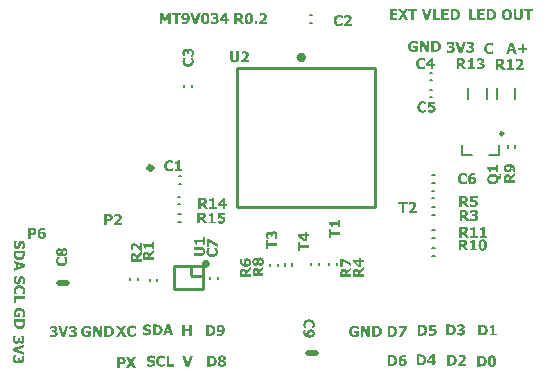
<source format=gto>
%FSLAX25Y25*%
%MOIN*%
G70*
G01*
G75*
G04 Layer_Color=65535*
%ADD10C,0.00800*%
%ADD11O,0.01575X0.05331*%
%ADD12O,0.01575X0.06315*%
%ADD13O,0.01575X0.08874*%
%ADD14O,0.01575X0.04331*%
%ADD15O,0.05331X0.01575*%
%ADD16O,0.06315X0.01575*%
%ADD17R,0.02362X0.04724*%
%ADD18R,0.03347X0.03150*%
%ADD19R,0.03150X0.03347*%
%ADD20R,0.06890X0.03937*%
%ADD21R,0.02600X0.03300*%
%ADD22R,0.07874X0.02559*%
%ADD23C,0.00600*%
%ADD24C,0.01400*%
%ADD25C,0.02000*%
%ADD26C,0.10000*%
%ADD27C,0.05500*%
%ADD28R,0.05500X0.05500*%
%ADD29C,0.03300*%
%ADD30R,0.05500X0.05500*%
%ADD31R,0.05700X0.05700*%
%ADD32C,0.05700*%
%ADD33C,0.07480*%
%ADD34C,0.02700*%
%ADD35C,0.05000*%
%ADD36C,0.01000*%
%ADD37R,0.05000X0.02500*%
%ADD38R,0.02500X0.05000*%
%ADD39C,0.01575*%
%ADD40C,0.00984*%
%ADD41C,0.02500*%
%ADD42C,0.01969*%
%ADD43C,0.00787*%
G36*
X-16127Y23120D02*
Y23114D01*
X-16138Y23109D01*
X-16149Y23091D01*
X-16166Y23074D01*
X-16206Y23017D01*
X-16258Y22943D01*
X-16315Y22852D01*
X-16372Y22749D01*
X-16429Y22640D01*
X-16480Y22521D01*
Y22515D01*
X-16486Y22503D01*
X-16492Y22486D01*
X-16498Y22463D01*
X-16521Y22401D01*
X-16538Y22321D01*
X-16560Y22224D01*
X-16583Y22115D01*
X-16595Y22001D01*
X-16601Y21887D01*
Y21881D01*
Y21870D01*
Y21852D01*
Y21830D01*
X-16595Y21801D01*
Y21767D01*
X-16589Y21681D01*
Y21675D01*
X-16583Y21658D01*
Y21635D01*
X-16578Y21607D01*
X-16555Y21538D01*
X-16532Y21476D01*
Y21470D01*
X-16526Y21458D01*
X-16515Y21441D01*
X-16503Y21418D01*
X-16469Y21367D01*
X-16418Y21316D01*
X-16412Y21310D01*
X-16406Y21304D01*
X-16389Y21293D01*
X-16366Y21281D01*
X-16304Y21259D01*
X-16264Y21247D01*
X-16201D01*
X-16178Y21253D01*
X-16149Y21259D01*
X-16115Y21276D01*
X-16075Y21293D01*
X-16041Y21321D01*
X-16007Y21356D01*
X-16001Y21361D01*
X-15995Y21373D01*
X-15978Y21396D01*
X-15961Y21430D01*
X-15938Y21464D01*
X-15915Y21510D01*
X-15881Y21613D01*
Y21618D01*
X-15875Y21647D01*
X-15864Y21681D01*
X-15852Y21733D01*
X-15841Y21790D01*
X-15824Y21858D01*
X-15807Y21927D01*
X-15790Y22007D01*
Y22018D01*
X-15784Y22041D01*
X-15773Y22081D01*
X-15761Y22132D01*
X-15744Y22189D01*
X-15727Y22258D01*
X-15681Y22395D01*
Y22401D01*
X-15675Y22412D01*
X-15664Y22435D01*
X-15653Y22463D01*
X-15641Y22498D01*
X-15618Y22538D01*
X-15578Y22629D01*
X-15521Y22726D01*
X-15453Y22829D01*
X-15373Y22920D01*
X-15287Y23000D01*
X-15281D01*
X-15276Y23006D01*
X-15242Y23029D01*
X-15190Y23057D01*
X-15116Y23086D01*
X-15024Y23120D01*
X-14916Y23149D01*
X-14796Y23171D01*
X-14659Y23177D01*
X-14636D01*
X-14608Y23171D01*
X-14573D01*
X-14533Y23166D01*
X-14482Y23154D01*
X-14425Y23143D01*
X-14368Y23126D01*
X-14299Y23103D01*
X-14236Y23074D01*
X-14168Y23040D01*
X-14099Y22994D01*
X-14031Y22949D01*
X-13962Y22892D01*
X-13900Y22823D01*
X-13837Y22749D01*
X-13831Y22743D01*
X-13825Y22732D01*
X-13808Y22703D01*
X-13785Y22669D01*
X-13763Y22629D01*
X-13740Y22578D01*
X-13711Y22521D01*
X-13677Y22452D01*
X-13648Y22384D01*
X-13620Y22298D01*
X-13597Y22212D01*
X-13574Y22115D01*
X-13551Y22018D01*
X-13534Y21910D01*
X-13529Y21801D01*
X-13523Y21681D01*
Y21675D01*
Y21664D01*
Y21647D01*
Y21624D01*
X-13529Y21561D01*
Y21481D01*
X-13540Y21384D01*
X-13551Y21276D01*
X-13568Y21161D01*
X-13591Y21042D01*
Y21036D01*
Y21024D01*
X-13597Y21013D01*
X-13603Y20990D01*
X-13620Y20927D01*
X-13637Y20847D01*
X-13660Y20762D01*
X-13694Y20665D01*
X-13728Y20562D01*
X-13768Y20465D01*
X-14591D01*
Y20551D01*
X-14585Y20562D01*
X-14562Y20585D01*
X-14533Y20630D01*
X-14493Y20688D01*
X-14448Y20756D01*
X-14402Y20842D01*
X-14351Y20939D01*
X-14305Y21042D01*
Y21047D01*
X-14299Y21053D01*
X-14294Y21070D01*
X-14288Y21093D01*
X-14265Y21150D01*
X-14242Y21224D01*
X-14225Y21310D01*
X-14202Y21413D01*
X-14191Y21521D01*
X-14185Y21635D01*
Y21641D01*
Y21658D01*
Y21681D01*
Y21710D01*
X-14191Y21778D01*
X-14202Y21852D01*
Y21858D01*
X-14208Y21870D01*
Y21887D01*
X-14219Y21910D01*
X-14236Y21972D01*
X-14271Y22047D01*
Y22052D01*
X-14277Y22058D01*
X-14299Y22098D01*
X-14334Y22144D01*
X-14385Y22195D01*
X-14391D01*
X-14396Y22207D01*
X-14431Y22224D01*
X-14488Y22241D01*
X-14551Y22252D01*
X-14573D01*
X-14596Y22246D01*
X-14630Y22241D01*
X-14665Y22229D01*
X-14705Y22212D01*
X-14739Y22189D01*
X-14773Y22155D01*
X-14779Y22149D01*
X-14785Y22138D01*
X-14802Y22109D01*
X-14819Y22069D01*
X-14842Y22018D01*
X-14865Y21955D01*
X-14893Y21875D01*
X-14916Y21778D01*
Y21772D01*
X-14922Y21750D01*
X-14933Y21710D01*
X-14939Y21664D01*
X-14950Y21613D01*
X-14967Y21555D01*
X-14996Y21430D01*
Y21424D01*
X-15002Y21401D01*
X-15013Y21367D01*
X-15024Y21321D01*
X-15042Y21264D01*
X-15059Y21202D01*
X-15104Y21065D01*
Y21059D01*
X-15110Y21047D01*
X-15116Y21030D01*
X-15127Y21002D01*
X-15161Y20939D01*
X-15202Y20853D01*
X-15253Y20767D01*
X-15316Y20676D01*
X-15390Y20585D01*
X-15470Y20511D01*
X-15481Y20505D01*
X-15510Y20482D01*
X-15561Y20453D01*
X-15630Y20414D01*
X-15715Y20379D01*
X-15824Y20351D01*
X-15938Y20328D01*
X-16075Y20322D01*
X-16127D01*
X-16166Y20328D01*
X-16212Y20334D01*
X-16264Y20345D01*
X-16321Y20356D01*
X-16384Y20374D01*
X-16452Y20396D01*
X-16521Y20425D01*
X-16595Y20459D01*
X-16663Y20505D01*
X-16737Y20551D01*
X-16806Y20608D01*
X-16874Y20676D01*
X-16937Y20750D01*
X-16943Y20756D01*
X-16949Y20767D01*
X-16966Y20796D01*
X-16989Y20825D01*
X-17012Y20870D01*
X-17040Y20922D01*
X-17069Y20985D01*
X-17097Y21053D01*
X-17131Y21127D01*
X-17160Y21213D01*
X-17189Y21310D01*
X-17211Y21413D01*
X-17234Y21521D01*
X-17251Y21635D01*
X-17257Y21761D01*
X-17263Y21892D01*
Y21898D01*
Y21910D01*
Y21932D01*
Y21961D01*
Y21995D01*
X-17257Y22041D01*
X-17251Y22138D01*
X-17246Y22252D01*
X-17229Y22372D01*
X-17211Y22498D01*
X-17183Y22618D01*
Y22623D01*
X-17177Y22629D01*
Y22646D01*
X-17166Y22669D01*
X-17149Y22732D01*
X-17126Y22806D01*
X-17103Y22897D01*
X-17069Y22994D01*
X-16989Y23200D01*
X-16127D01*
Y23120D01*
D02*
G37*
G36*
X-13686Y27063D02*
Y26075D01*
X-17300Y24848D01*
Y25778D01*
X-16569Y26001D01*
Y27154D01*
X-17300Y27377D01*
Y28285D01*
X-13686Y27063D01*
D02*
G37*
G36*
X-15316Y20065D02*
X-15253D01*
X-15179Y20054D01*
X-15099Y20048D01*
X-15002Y20031D01*
X-14905Y20008D01*
X-14796Y19985D01*
X-14682Y19951D01*
X-14573Y19917D01*
X-14454Y19871D01*
X-14345Y19814D01*
X-14231Y19751D01*
X-14122Y19677D01*
X-14025Y19591D01*
X-14019Y19586D01*
X-14002Y19568D01*
X-13980Y19540D01*
X-13945Y19506D01*
X-13905Y19454D01*
X-13860Y19397D01*
X-13814Y19329D01*
X-13768Y19249D01*
X-13723Y19163D01*
X-13671Y19066D01*
X-13631Y18958D01*
X-13591Y18843D01*
X-13557Y18723D01*
X-13534Y18586D01*
X-13517Y18449D01*
X-13511Y18301D01*
Y18289D01*
Y18267D01*
Y18221D01*
X-13517Y18169D01*
Y18112D01*
X-13523Y18044D01*
X-13540Y17912D01*
Y17907D01*
X-13546Y17884D01*
X-13551Y17850D01*
X-13557Y17804D01*
X-13568Y17758D01*
X-13580Y17701D01*
X-13608Y17581D01*
Y17576D01*
X-13614Y17559D01*
X-13620Y17536D01*
X-13631Y17501D01*
X-13648Y17461D01*
X-13666Y17416D01*
X-13705Y17313D01*
Y17307D01*
X-13717Y17290D01*
X-13728Y17262D01*
X-13740Y17227D01*
X-13780Y17147D01*
X-13814Y17073D01*
X-14671D01*
Y17170D01*
X-14659Y17182D01*
X-14630Y17216D01*
X-14591Y17267D01*
X-14533Y17336D01*
X-14528Y17342D01*
X-14522Y17353D01*
X-14505Y17376D01*
X-14482Y17399D01*
X-14459Y17433D01*
X-14436Y17473D01*
X-14379Y17559D01*
X-14374Y17564D01*
X-14368Y17581D01*
X-14351Y17604D01*
X-14334Y17639D01*
X-14311Y17684D01*
X-14288Y17730D01*
X-14248Y17838D01*
Y17844D01*
X-14236Y17867D01*
X-14231Y17895D01*
X-14219Y17935D01*
X-14208Y17987D01*
X-14202Y18038D01*
X-14191Y18158D01*
Y18164D01*
Y18192D01*
X-14197Y18227D01*
Y18278D01*
X-14208Y18329D01*
X-14219Y18392D01*
X-14231Y18455D01*
X-14254Y18518D01*
Y18523D01*
X-14265Y18546D01*
X-14282Y18575D01*
X-14305Y18615D01*
X-14334Y18661D01*
X-14374Y18718D01*
X-14419Y18769D01*
X-14471Y18826D01*
X-14476Y18832D01*
X-14493Y18849D01*
X-14528Y18872D01*
X-14568Y18906D01*
X-14619Y18940D01*
X-14688Y18980D01*
X-14756Y19015D01*
X-14842Y19049D01*
X-14853Y19054D01*
X-14882Y19060D01*
X-14933Y19077D01*
X-15002Y19089D01*
X-15082Y19106D01*
X-15179Y19123D01*
X-15281Y19129D01*
X-15401Y19135D01*
X-15458D01*
X-15521Y19129D01*
X-15596Y19123D01*
X-15687Y19112D01*
X-15784Y19100D01*
X-15875Y19077D01*
X-15967Y19049D01*
X-15978Y19043D01*
X-16007Y19032D01*
X-16047Y19015D01*
X-16098Y18986D01*
X-16155Y18952D01*
X-16218Y18906D01*
X-16275Y18860D01*
X-16332Y18809D01*
X-16338Y18803D01*
X-16355Y18786D01*
X-16378Y18758D01*
X-16406Y18718D01*
X-16441Y18672D01*
X-16475Y18621D01*
X-16503Y18564D01*
X-16532Y18501D01*
Y18495D01*
X-16543Y18472D01*
X-16549Y18438D01*
X-16560Y18392D01*
X-16572Y18335D01*
X-16578Y18278D01*
X-16589Y18152D01*
Y18147D01*
Y18124D01*
X-16583Y18084D01*
Y18038D01*
X-16578Y17987D01*
X-16566Y17930D01*
X-16532Y17810D01*
Y17804D01*
X-16521Y17781D01*
X-16509Y17753D01*
X-16492Y17713D01*
X-16452Y17621D01*
X-16401Y17536D01*
X-16395Y17530D01*
X-16389Y17513D01*
X-16372Y17490D01*
X-16355Y17461D01*
X-16309Y17393D01*
X-16252Y17319D01*
X-16246Y17313D01*
X-16241Y17302D01*
X-16224Y17284D01*
X-16206Y17262D01*
X-16161Y17210D01*
X-16109Y17159D01*
Y17073D01*
X-16960D01*
Y17079D01*
X-16966Y17090D01*
X-16977Y17113D01*
X-16989Y17142D01*
X-17006Y17176D01*
X-17023Y17216D01*
X-17069Y17307D01*
Y17313D01*
X-17080Y17330D01*
X-17091Y17359D01*
X-17103Y17387D01*
X-17120Y17433D01*
X-17131Y17473D01*
X-17166Y17576D01*
Y17581D01*
X-17171Y17604D01*
X-17183Y17639D01*
X-17194Y17678D01*
X-17206Y17730D01*
X-17217Y17781D01*
X-17240Y17895D01*
Y17901D01*
X-17246Y17924D01*
X-17251Y17958D01*
Y18004D01*
X-17257Y18061D01*
X-17263Y18129D01*
X-17268Y18210D01*
Y18301D01*
Y18312D01*
Y18335D01*
X-17263Y18381D01*
Y18438D01*
X-17251Y18506D01*
X-17240Y18586D01*
X-17229Y18672D01*
X-17206Y18769D01*
X-17183Y18872D01*
X-17149Y18975D01*
X-17109Y19083D01*
X-17063Y19192D01*
X-17006Y19300D01*
X-16937Y19403D01*
X-16863Y19506D01*
X-16778Y19597D01*
X-16772Y19603D01*
X-16755Y19620D01*
X-16726Y19643D01*
X-16686Y19671D01*
X-16635Y19705D01*
X-16578Y19745D01*
X-16503Y19791D01*
X-16418Y19831D01*
X-16326Y19877D01*
X-16224Y19922D01*
X-16109Y19962D01*
X-15990Y19997D01*
X-15852Y20025D01*
X-15710Y20048D01*
X-15555Y20065D01*
X-15396Y20071D01*
X-15356D01*
X-15316Y20065D01*
D02*
G37*
G36*
X152324Y109808D02*
Y109802D01*
Y109779D01*
Y109745D01*
X152318Y109699D01*
X152312Y109642D01*
X152301Y109579D01*
X152289Y109505D01*
X152278Y109431D01*
X152232Y109265D01*
X152198Y109179D01*
X152164Y109094D01*
X152118Y109008D01*
X152067Y108928D01*
X152010Y108848D01*
X151941Y108780D01*
X151935Y108774D01*
X151924Y108763D01*
X151901Y108746D01*
X151873Y108723D01*
X151827Y108700D01*
X151781Y108666D01*
X151724Y108637D01*
X151656Y108603D01*
X151581Y108569D01*
X151496Y108540D01*
X151404Y108506D01*
X151302Y108483D01*
X151187Y108460D01*
X151067Y108443D01*
X150942Y108431D01*
X150805Y108426D01*
X150736D01*
X150685Y108431D01*
X150622Y108437D01*
X150554Y108443D01*
X150479Y108454D01*
X150394Y108472D01*
X150211Y108511D01*
X150120Y108540D01*
X150028Y108574D01*
X149937Y108614D01*
X149846Y108660D01*
X149766Y108711D01*
X149686Y108774D01*
X149680Y108780D01*
X149669Y108791D01*
X149651Y108814D01*
X149623Y108843D01*
X149594Y108877D01*
X149566Y108923D01*
X149526Y108974D01*
X149492Y109037D01*
X149457Y109105D01*
X149423Y109179D01*
X149389Y109265D01*
X149360Y109356D01*
X149332Y109459D01*
X149314Y109562D01*
X149303Y109682D01*
X149297Y109802D01*
Y112114D01*
X150205D01*
Y109859D01*
Y109853D01*
Y109842D01*
Y109825D01*
Y109796D01*
X150211Y109728D01*
X150222Y109648D01*
X150240Y109556D01*
X150262Y109465D01*
X150297Y109374D01*
X150342Y109299D01*
X150348Y109294D01*
X150371Y109271D01*
X150405Y109242D01*
X150457Y109208D01*
X150519Y109174D01*
X150599Y109145D01*
X150691Y109122D01*
X150805Y109117D01*
X150833D01*
X150856Y109122D01*
X150913Y109128D01*
X150982Y109140D01*
X151056Y109162D01*
X151130Y109191D01*
X151205Y109237D01*
X151267Y109294D01*
X151273Y109299D01*
X151290Y109328D01*
X151313Y109368D01*
X151342Y109431D01*
X151370Y109511D01*
X151393Y109608D01*
X151410Y109722D01*
X151416Y109859D01*
Y112114D01*
X152324D01*
Y109808D01*
D02*
G37*
G36*
X-13586Y15634D02*
X-16509D01*
Y14127D01*
X-17200D01*
Y16542D01*
X-13586D01*
Y15634D01*
D02*
G37*
G36*
X48453Y-3391D02*
X48562Y-3397D01*
X48682Y-3408D01*
X48933Y-3437D01*
X48950D01*
X48967Y-3443D01*
X48990Y-3448D01*
X49053Y-3460D01*
X49139Y-3483D01*
X49235Y-3511D01*
X49338Y-3557D01*
X49452Y-3608D01*
X49561Y-3671D01*
X49567D01*
X49578Y-3683D01*
X49595Y-3694D01*
X49618Y-3711D01*
X49687Y-3762D01*
X49767Y-3831D01*
X49852Y-3922D01*
X49949Y-4025D01*
X50035Y-4151D01*
X50121Y-4288D01*
Y-4293D01*
X50132Y-4305D01*
X50138Y-4328D01*
X50155Y-4356D01*
X50172Y-4396D01*
X50189Y-4436D01*
X50206Y-4488D01*
X50229Y-4545D01*
X50246Y-4613D01*
X50263Y-4682D01*
X50298Y-4836D01*
X50320Y-5013D01*
X50332Y-5201D01*
Y-5207D01*
Y-5224D01*
Y-5253D01*
X50326Y-5287D01*
Y-5333D01*
X50320Y-5384D01*
X50315Y-5441D01*
X50303Y-5504D01*
X50280Y-5641D01*
X50240Y-5795D01*
X50183Y-5949D01*
X50109Y-6103D01*
Y-6109D01*
X50098Y-6121D01*
X50086Y-6143D01*
X50069Y-6166D01*
X50046Y-6201D01*
X50024Y-6241D01*
X49955Y-6332D01*
X49875Y-6429D01*
X49778Y-6532D01*
X49670Y-6629D01*
X49550Y-6714D01*
X49544D01*
X49538Y-6720D01*
X49521Y-6732D01*
X49498Y-6743D01*
X49441Y-6777D01*
X49367Y-6812D01*
X49275Y-6852D01*
X49173Y-6892D01*
X49058Y-6926D01*
X48933Y-6949D01*
X48916D01*
X48899Y-6954D01*
X48876D01*
X48847Y-6960D01*
X48807Y-6966D01*
X48722Y-6972D01*
X48619Y-6983D01*
X48499Y-6994D01*
X48368Y-7000D01*
X47100D01*
Y-3386D01*
X48356D01*
X48453Y-3391D01*
D02*
G37*
G36*
X-15310Y12594D02*
X-15247D01*
X-15179Y12583D01*
X-15093Y12572D01*
X-15002Y12560D01*
X-14899Y12537D01*
X-14796Y12509D01*
X-14682Y12474D01*
X-14568Y12434D01*
X-14454Y12389D01*
X-14339Y12332D01*
X-14231Y12263D01*
X-14122Y12183D01*
X-14025Y12098D01*
X-14019Y12092D01*
X-14002Y12075D01*
X-13980Y12046D01*
X-13945Y12006D01*
X-13905Y11955D01*
X-13860Y11892D01*
X-13814Y11818D01*
X-13768Y11732D01*
X-13723Y11641D01*
X-13671Y11538D01*
X-13631Y11424D01*
X-13591Y11298D01*
X-13557Y11167D01*
X-13534Y11024D01*
X-13517Y10870D01*
X-13511Y10710D01*
Y10704D01*
Y10687D01*
Y10664D01*
Y10636D01*
Y10596D01*
X-13517Y10550D01*
X-13523Y10447D01*
X-13534Y10333D01*
X-13551Y10213D01*
X-13574Y10093D01*
X-13603Y9979D01*
Y9973D01*
X-13608Y9968D01*
X-13614Y9951D01*
X-13620Y9928D01*
X-13637Y9871D01*
X-13666Y9796D01*
X-13694Y9711D01*
X-13734Y9608D01*
X-13780Y9499D01*
X-13831Y9385D01*
X-14676D01*
Y9471D01*
X-14665Y9482D01*
X-14659Y9499D01*
X-14642Y9517D01*
X-14625Y9545D01*
X-14596Y9579D01*
X-14573Y9614D01*
X-14539Y9659D01*
X-14533Y9665D01*
X-14522Y9682D01*
X-14505Y9705D01*
X-14482Y9734D01*
X-14431Y9814D01*
X-14379Y9899D01*
X-14374Y9905D01*
X-14368Y9922D01*
X-14351Y9951D01*
X-14334Y9990D01*
X-14311Y10036D01*
X-14288Y10088D01*
X-14265Y10150D01*
X-14242Y10213D01*
Y10219D01*
X-14231Y10242D01*
X-14225Y10282D01*
X-14214Y10327D01*
X-14202Y10385D01*
X-14197Y10447D01*
X-14185Y10516D01*
Y10590D01*
Y10601D01*
Y10630D01*
X-14191Y10676D01*
X-14197Y10733D01*
X-14202Y10796D01*
X-14214Y10870D01*
X-14236Y10944D01*
X-14259Y11018D01*
X-14265Y11024D01*
X-14271Y11053D01*
X-14288Y11087D01*
X-14317Y11133D01*
X-14345Y11184D01*
X-14385Y11241D01*
X-14431Y11298D01*
X-14482Y11355D01*
X-14488Y11361D01*
X-14511Y11378D01*
X-14539Y11407D01*
X-14585Y11435D01*
X-14642Y11475D01*
X-14705Y11509D01*
X-14779Y11549D01*
X-14859Y11584D01*
X-14870Y11589D01*
X-14899Y11595D01*
X-14945Y11607D01*
X-15007Y11624D01*
X-15082Y11641D01*
X-15173Y11652D01*
X-15270Y11658D01*
X-15379Y11664D01*
X-15441D01*
X-15481Y11658D01*
X-15533Y11652D01*
X-15596Y11646D01*
X-15664Y11635D01*
X-15732Y11624D01*
X-15887Y11589D01*
X-16041Y11532D01*
X-16115Y11492D01*
X-16189Y11452D01*
X-16252Y11407D01*
X-16315Y11349D01*
X-16321Y11344D01*
X-16326Y11332D01*
X-16343Y11315D01*
X-16361Y11292D01*
X-16384Y11258D01*
X-16406Y11218D01*
X-16435Y11173D01*
X-16463Y11121D01*
X-16492Y11058D01*
X-16521Y10995D01*
X-16543Y10921D01*
X-16566Y10847D01*
X-16583Y10761D01*
X-16601Y10670D01*
X-16606Y10579D01*
X-16612Y10476D01*
Y10470D01*
Y10447D01*
Y10413D01*
Y10367D01*
Y10362D01*
Y10356D01*
Y10327D01*
Y10287D01*
X-16606Y10248D01*
X-15892D01*
Y10950D01*
X-15213D01*
Y9368D01*
X-16994D01*
X-17000Y9380D01*
X-17012Y9414D01*
X-17029Y9465D01*
X-17052Y9534D01*
X-17080Y9625D01*
X-17114Y9734D01*
X-17149Y9854D01*
X-17183Y9990D01*
Y9996D01*
X-17189Y10008D01*
Y10025D01*
X-17194Y10053D01*
X-17206Y10088D01*
X-17211Y10128D01*
X-17229Y10225D01*
X-17246Y10339D01*
X-17257Y10464D01*
X-17268Y10601D01*
X-17274Y10739D01*
Y10750D01*
Y10779D01*
X-17268Y10819D01*
Y10881D01*
X-17257Y10950D01*
X-17246Y11035D01*
X-17234Y11127D01*
X-17211Y11230D01*
X-17189Y11332D01*
X-17154Y11447D01*
X-17114Y11555D01*
X-17069Y11669D01*
X-17012Y11784D01*
X-16943Y11892D01*
X-16869Y12000D01*
X-16783Y12098D01*
X-16778Y12103D01*
X-16760Y12120D01*
X-16732Y12143D01*
X-16692Y12178D01*
X-16640Y12212D01*
X-16578Y12257D01*
X-16509Y12303D01*
X-16423Y12349D01*
X-16332Y12394D01*
X-16229Y12440D01*
X-16115Y12486D01*
X-15990Y12520D01*
X-15852Y12554D01*
X-15710Y12577D01*
X-15555Y12594D01*
X-15390Y12600D01*
X-15350D01*
X-15310Y12594D01*
D02*
G37*
G36*
X-13586Y7570D02*
Y7564D01*
Y7552D01*
Y7530D01*
Y7507D01*
Y7472D01*
Y7433D01*
X-13591Y7335D01*
X-13597Y7227D01*
X-13608Y7107D01*
X-13637Y6856D01*
Y6850D01*
Y6839D01*
X-13643Y6821D01*
X-13648Y6799D01*
X-13660Y6736D01*
X-13683Y6650D01*
X-13711Y6553D01*
X-13757Y6450D01*
X-13808Y6336D01*
X-13871Y6228D01*
Y6222D01*
X-13882Y6211D01*
X-13894Y6193D01*
X-13911Y6171D01*
X-13962Y6102D01*
X-14031Y6022D01*
X-14122Y5936D01*
X-14225Y5839D01*
X-14351Y5754D01*
X-14488Y5668D01*
X-14493D01*
X-14505Y5657D01*
X-14528Y5651D01*
X-14556Y5634D01*
X-14596Y5617D01*
X-14636Y5599D01*
X-14688Y5582D01*
X-14745Y5560D01*
X-14813Y5542D01*
X-14882Y5525D01*
X-15036Y5491D01*
X-15213Y5468D01*
X-15401Y5457D01*
X-15453D01*
X-15487Y5463D01*
X-15533D01*
X-15584Y5468D01*
X-15641Y5474D01*
X-15704Y5485D01*
X-15841Y5508D01*
X-15995Y5548D01*
X-16149Y5605D01*
X-16304Y5680D01*
X-16309D01*
X-16321Y5691D01*
X-16343Y5702D01*
X-16366Y5719D01*
X-16401Y5742D01*
X-16441Y5765D01*
X-16532Y5834D01*
X-16629Y5914D01*
X-16732Y6011D01*
X-16829Y6119D01*
X-16915Y6239D01*
Y6245D01*
X-16920Y6250D01*
X-16932Y6268D01*
X-16943Y6290D01*
X-16977Y6347D01*
X-17012Y6422D01*
X-17052Y6513D01*
X-17091Y6616D01*
X-17126Y6730D01*
X-17149Y6856D01*
Y6861D01*
Y6873D01*
X-17154Y6890D01*
Y6913D01*
X-17160Y6941D01*
X-17166Y6981D01*
X-17171Y7067D01*
X-17183Y7170D01*
X-17194Y7290D01*
X-17200Y7421D01*
Y7558D01*
Y8689D01*
X-13586D01*
Y7570D01*
D02*
G37*
G36*
X-13686Y30540D02*
Y30535D01*
Y30523D01*
Y30501D01*
Y30478D01*
Y30443D01*
Y30403D01*
X-13691Y30306D01*
X-13697Y30198D01*
X-13708Y30078D01*
X-13737Y29827D01*
Y29821D01*
Y29810D01*
X-13743Y29792D01*
X-13748Y29770D01*
X-13760Y29707D01*
X-13783Y29621D01*
X-13811Y29524D01*
X-13857Y29421D01*
X-13908Y29307D01*
X-13971Y29199D01*
Y29193D01*
X-13983Y29182D01*
X-13994Y29164D01*
X-14011Y29142D01*
X-14062Y29073D01*
X-14131Y28993D01*
X-14222Y28907D01*
X-14325Y28810D01*
X-14451Y28725D01*
X-14588Y28639D01*
X-14593D01*
X-14605Y28628D01*
X-14628Y28622D01*
X-14656Y28605D01*
X-14696Y28588D01*
X-14736Y28571D01*
X-14788Y28553D01*
X-14845Y28531D01*
X-14913Y28513D01*
X-14982Y28496D01*
X-15136Y28462D01*
X-15313Y28439D01*
X-15501Y28428D01*
X-15553D01*
X-15587Y28433D01*
X-15633D01*
X-15684Y28439D01*
X-15741Y28445D01*
X-15804Y28456D01*
X-15941Y28479D01*
X-16095Y28519D01*
X-16249Y28576D01*
X-16404Y28651D01*
X-16409D01*
X-16421Y28662D01*
X-16443Y28673D01*
X-16466Y28690D01*
X-16501Y28713D01*
X-16541Y28736D01*
X-16632Y28805D01*
X-16729Y28885D01*
X-16832Y28982D01*
X-16929Y29090D01*
X-17015Y29210D01*
Y29216D01*
X-17020Y29221D01*
X-17032Y29239D01*
X-17043Y29261D01*
X-17077Y29318D01*
X-17112Y29393D01*
X-17152Y29484D01*
X-17191Y29587D01*
X-17226Y29701D01*
X-17249Y29827D01*
Y29833D01*
Y29844D01*
X-17254Y29861D01*
Y29884D01*
X-17260Y29912D01*
X-17266Y29952D01*
X-17271Y30038D01*
X-17283Y30141D01*
X-17294Y30261D01*
X-17300Y30392D01*
Y30529D01*
Y31660D01*
X-13686D01*
Y30540D01*
D02*
G37*
G36*
X-16227Y34920D02*
Y34914D01*
X-16238Y34909D01*
X-16249Y34892D01*
X-16266Y34874D01*
X-16307Y34817D01*
X-16358Y34743D01*
X-16415Y34652D01*
X-16472Y34549D01*
X-16529Y34440D01*
X-16580Y34321D01*
Y34315D01*
X-16586Y34303D01*
X-16592Y34286D01*
X-16598Y34263D01*
X-16621Y34201D01*
X-16638Y34121D01*
X-16660Y34024D01*
X-16683Y33915D01*
X-16695Y33801D01*
X-16701Y33687D01*
Y33681D01*
Y33670D01*
Y33652D01*
Y33630D01*
X-16695Y33601D01*
Y33567D01*
X-16689Y33481D01*
Y33475D01*
X-16683Y33458D01*
Y33435D01*
X-16678Y33407D01*
X-16655Y33338D01*
X-16632Y33276D01*
Y33270D01*
X-16626Y33258D01*
X-16615Y33241D01*
X-16603Y33219D01*
X-16569Y33167D01*
X-16518Y33116D01*
X-16512Y33110D01*
X-16506Y33104D01*
X-16489Y33093D01*
X-16466Y33081D01*
X-16404Y33059D01*
X-16364Y33047D01*
X-16301D01*
X-16278Y33053D01*
X-16249Y33059D01*
X-16215Y33076D01*
X-16175Y33093D01*
X-16141Y33121D01*
X-16107Y33156D01*
X-16101Y33161D01*
X-16095Y33173D01*
X-16078Y33196D01*
X-16061Y33230D01*
X-16038Y33264D01*
X-16015Y33310D01*
X-15981Y33413D01*
Y33418D01*
X-15975Y33447D01*
X-15964Y33481D01*
X-15952Y33533D01*
X-15941Y33590D01*
X-15924Y33658D01*
X-15907Y33727D01*
X-15890Y33807D01*
Y33818D01*
X-15884Y33841D01*
X-15872Y33881D01*
X-15861Y33932D01*
X-15844Y33989D01*
X-15827Y34058D01*
X-15781Y34195D01*
Y34201D01*
X-15775Y34212D01*
X-15764Y34235D01*
X-15753Y34263D01*
X-15741Y34298D01*
X-15718Y34338D01*
X-15678Y34429D01*
X-15621Y34526D01*
X-15553Y34629D01*
X-15473Y34720D01*
X-15387Y34800D01*
X-15381D01*
X-15376Y34806D01*
X-15341Y34829D01*
X-15290Y34857D01*
X-15216Y34886D01*
X-15124Y34920D01*
X-15016Y34949D01*
X-14896Y34971D01*
X-14759Y34977D01*
X-14736D01*
X-14708Y34971D01*
X-14673D01*
X-14633Y34966D01*
X-14582Y34954D01*
X-14525Y34943D01*
X-14468Y34926D01*
X-14399Y34903D01*
X-14336Y34874D01*
X-14268Y34840D01*
X-14199Y34794D01*
X-14131Y34749D01*
X-14062Y34692D01*
X-14000Y34623D01*
X-13937Y34549D01*
X-13931Y34543D01*
X-13925Y34532D01*
X-13908Y34503D01*
X-13885Y34469D01*
X-13863Y34429D01*
X-13840Y34378D01*
X-13811Y34321D01*
X-13777Y34252D01*
X-13748Y34183D01*
X-13720Y34098D01*
X-13697Y34012D01*
X-13674Y33915D01*
X-13651Y33818D01*
X-13634Y33709D01*
X-13629Y33601D01*
X-13623Y33481D01*
Y33475D01*
Y33464D01*
Y33447D01*
Y33424D01*
X-13629Y33361D01*
Y33281D01*
X-13640Y33184D01*
X-13651Y33076D01*
X-13668Y32961D01*
X-13691Y32842D01*
Y32836D01*
Y32825D01*
X-13697Y32813D01*
X-13703Y32790D01*
X-13720Y32727D01*
X-13737Y32647D01*
X-13760Y32562D01*
X-13794Y32465D01*
X-13828Y32362D01*
X-13868Y32265D01*
X-14691D01*
Y32351D01*
X-14685Y32362D01*
X-14662Y32385D01*
X-14633Y32430D01*
X-14593Y32488D01*
X-14548Y32556D01*
X-14502Y32642D01*
X-14451Y32739D01*
X-14405Y32842D01*
Y32847D01*
X-14399Y32853D01*
X-14394Y32870D01*
X-14388Y32893D01*
X-14365Y32950D01*
X-14342Y33024D01*
X-14325Y33110D01*
X-14302Y33213D01*
X-14291Y33321D01*
X-14285Y33435D01*
Y33441D01*
Y33458D01*
Y33481D01*
Y33510D01*
X-14291Y33578D01*
X-14302Y33652D01*
Y33658D01*
X-14308Y33670D01*
Y33687D01*
X-14319Y33709D01*
X-14336Y33772D01*
X-14371Y33847D01*
Y33852D01*
X-14377Y33858D01*
X-14399Y33898D01*
X-14434Y33944D01*
X-14485Y33995D01*
X-14491D01*
X-14496Y34007D01*
X-14531Y34024D01*
X-14588Y34041D01*
X-14651Y34052D01*
X-14673D01*
X-14696Y34046D01*
X-14730Y34041D01*
X-14765Y34029D01*
X-14805Y34012D01*
X-14839Y33989D01*
X-14873Y33955D01*
X-14879Y33949D01*
X-14885Y33938D01*
X-14902Y33909D01*
X-14919Y33869D01*
X-14942Y33818D01*
X-14965Y33755D01*
X-14993Y33675D01*
X-15016Y33578D01*
Y33573D01*
X-15022Y33550D01*
X-15033Y33510D01*
X-15039Y33464D01*
X-15050Y33413D01*
X-15067Y33356D01*
X-15096Y33230D01*
Y33224D01*
X-15102Y33201D01*
X-15113Y33167D01*
X-15124Y33121D01*
X-15142Y33064D01*
X-15159Y33002D01*
X-15204Y32864D01*
Y32859D01*
X-15210Y32847D01*
X-15216Y32830D01*
X-15227Y32802D01*
X-15261Y32739D01*
X-15302Y32653D01*
X-15353Y32568D01*
X-15416Y32476D01*
X-15490Y32385D01*
X-15570Y32311D01*
X-15581Y32305D01*
X-15610Y32282D01*
X-15661Y32254D01*
X-15730Y32214D01*
X-15815Y32179D01*
X-15924Y32151D01*
X-16038Y32128D01*
X-16175Y32122D01*
X-16227D01*
X-16266Y32128D01*
X-16312Y32134D01*
X-16364Y32145D01*
X-16421Y32156D01*
X-16484Y32174D01*
X-16552Y32196D01*
X-16621Y32225D01*
X-16695Y32259D01*
X-16763Y32305D01*
X-16838Y32351D01*
X-16906Y32408D01*
X-16974Y32476D01*
X-17037Y32550D01*
X-17043Y32556D01*
X-17049Y32568D01*
X-17066Y32596D01*
X-17089Y32625D01*
X-17112Y32670D01*
X-17140Y32722D01*
X-17169Y32785D01*
X-17197Y32853D01*
X-17232Y32927D01*
X-17260Y33013D01*
X-17289Y33110D01*
X-17311Y33213D01*
X-17334Y33321D01*
X-17351Y33435D01*
X-17357Y33561D01*
X-17363Y33692D01*
Y33698D01*
Y33709D01*
Y33732D01*
Y33761D01*
Y33795D01*
X-17357Y33841D01*
X-17351Y33938D01*
X-17346Y34052D01*
X-17329Y34172D01*
X-17311Y34298D01*
X-17283Y34418D01*
Y34423D01*
X-17277Y34429D01*
Y34446D01*
X-17266Y34469D01*
X-17249Y34532D01*
X-17226Y34606D01*
X-17203Y34697D01*
X-17169Y34794D01*
X-17089Y35000D01*
X-16227D01*
Y34920D01*
D02*
G37*
G36*
X113039Y110456D02*
X114215Y108600D01*
X113165D01*
X112468Y109742D01*
X111754Y108600D01*
X110755D01*
X111931Y110422D01*
X110801Y112214D01*
X111846D01*
X112497Y111124D01*
X113171Y112214D01*
X114175D01*
X113039Y110456D01*
D02*
G37*
G36*
X147133Y112183D02*
X147190D01*
X147259Y112171D01*
X147339Y112160D01*
X147424Y112149D01*
X147522Y112126D01*
X147619Y112097D01*
X147727Y112063D01*
X147836Y112023D01*
X147938Y111972D01*
X148047Y111915D01*
X148150Y111846D01*
X148247Y111772D01*
X148338Y111680D01*
X148344Y111675D01*
X148361Y111658D01*
X148384Y111629D01*
X148412Y111589D01*
X148447Y111538D01*
X148487Y111475D01*
X148532Y111401D01*
X148578Y111321D01*
X148618Y111229D01*
X148664Y111127D01*
X148704Y111012D01*
X148738Y110887D01*
X148766Y110755D01*
X148789Y110613D01*
X148806Y110464D01*
X148812Y110304D01*
Y110293D01*
Y110264D01*
X148806Y110219D01*
Y110162D01*
X148795Y110087D01*
X148789Y110002D01*
X148772Y109905D01*
X148755Y109802D01*
X148726Y109693D01*
X148698Y109579D01*
X148658Y109465D01*
X148612Y109351D01*
X148561Y109237D01*
X148492Y109128D01*
X148424Y109020D01*
X148338Y108923D01*
X148332Y108917D01*
X148315Y108900D01*
X148292Y108877D01*
X148252Y108843D01*
X148207Y108808D01*
X148150Y108768D01*
X148081Y108723D01*
X148001Y108677D01*
X147916Y108626D01*
X147819Y108586D01*
X147716Y108540D01*
X147601Y108506D01*
X147476Y108472D01*
X147345Y108449D01*
X147202Y108431D01*
X147053Y108426D01*
X147019D01*
X146973Y108431D01*
X146916D01*
X146848Y108443D01*
X146768Y108454D01*
X146682Y108466D01*
X146585Y108489D01*
X146488Y108517D01*
X146380Y108551D01*
X146277Y108591D01*
X146168Y108643D01*
X146060Y108700D01*
X145957Y108768D01*
X145860Y108843D01*
X145769Y108934D01*
X145763Y108940D01*
X145752Y108957D01*
X145729Y108985D01*
X145694Y109025D01*
X145660Y109077D01*
X145620Y109140D01*
X145580Y109214D01*
X145540Y109294D01*
X145494Y109391D01*
X145455Y109494D01*
X145415Y109602D01*
X145380Y109728D01*
X145352Y109859D01*
X145329Y109996D01*
X145312Y110144D01*
X145306Y110304D01*
Y110316D01*
Y110344D01*
X145312Y110390D01*
Y110447D01*
X145323Y110521D01*
X145329Y110607D01*
X145346Y110698D01*
X145363Y110801D01*
X145386Y110910D01*
X145420Y111024D01*
X145455Y111138D01*
X145500Y111252D01*
X145552Y111366D01*
X145614Y111475D01*
X145689Y111583D01*
X145769Y111680D01*
X145774Y111686D01*
X145791Y111703D01*
X145820Y111726D01*
X145854Y111760D01*
X145900Y111800D01*
X145963Y111840D01*
X146026Y111886D01*
X146106Y111937D01*
X146191Y111983D01*
X146288Y112029D01*
X146391Y112069D01*
X146511Y112109D01*
X146631Y112143D01*
X146762Y112166D01*
X146905Y112183D01*
X147053Y112189D01*
X147088D01*
X147133Y112183D01*
D02*
G37*
G36*
X120833Y108600D02*
X119885D01*
X118646Y112214D01*
X119583D01*
X120371Y109759D01*
X121159Y112214D01*
X122078D01*
X120833Y108600D01*
D02*
G37*
G36*
X129661Y112209D02*
X129770Y112203D01*
X129889Y112192D01*
X130141Y112163D01*
X130158D01*
X130175Y112157D01*
X130198Y112152D01*
X130261Y112140D01*
X130346Y112117D01*
X130443Y112089D01*
X130546Y112043D01*
X130660Y111992D01*
X130769Y111929D01*
X130774D01*
X130786Y111917D01*
X130803Y111906D01*
X130826Y111889D01*
X130894Y111838D01*
X130974Y111769D01*
X131060Y111678D01*
X131157Y111575D01*
X131243Y111449D01*
X131328Y111312D01*
Y111307D01*
X131340Y111295D01*
X131345Y111272D01*
X131362Y111244D01*
X131380Y111204D01*
X131397Y111164D01*
X131414Y111112D01*
X131437Y111055D01*
X131454Y110987D01*
X131471Y110918D01*
X131505Y110764D01*
X131528Y110587D01*
X131540Y110399D01*
Y110393D01*
Y110376D01*
Y110347D01*
X131534Y110313D01*
Y110267D01*
X131528Y110216D01*
X131522Y110159D01*
X131511Y110096D01*
X131488Y109959D01*
X131448Y109805D01*
X131391Y109651D01*
X131317Y109496D01*
Y109491D01*
X131305Y109479D01*
X131294Y109457D01*
X131277Y109434D01*
X131254Y109399D01*
X131231Y109359D01*
X131163Y109268D01*
X131083Y109171D01*
X130986Y109068D01*
X130877Y108971D01*
X130757Y108886D01*
X130752D01*
X130746Y108880D01*
X130729Y108868D01*
X130706Y108857D01*
X130649Y108823D01*
X130575Y108788D01*
X130483Y108748D01*
X130380Y108709D01*
X130266Y108674D01*
X130141Y108651D01*
X130123D01*
X130106Y108646D01*
X130084D01*
X130055Y108640D01*
X130015Y108634D01*
X129929Y108628D01*
X129826Y108617D01*
X129707Y108606D01*
X129575Y108600D01*
X128308D01*
Y112214D01*
X129564D01*
X129661Y112209D01*
D02*
G37*
G36*
X51731Y6883D02*
X51805Y6877D01*
X51896Y6866D01*
X51987Y6849D01*
X52084Y6826D01*
X52176Y6797D01*
X52182D01*
X52187Y6792D01*
X52216Y6780D01*
X52262Y6757D01*
X52319Y6729D01*
X52387Y6695D01*
X52456Y6643D01*
X52530Y6592D01*
X52598Y6529D01*
X52610Y6517D01*
X52633Y6489D01*
X52667Y6443D01*
X52713Y6380D01*
X52764Y6306D01*
X52815Y6215D01*
X52867Y6106D01*
X52907Y5992D01*
Y5987D01*
X52912Y5975D01*
X52918Y5958D01*
X52924Y5935D01*
X52930Y5906D01*
X52941Y5867D01*
X52952Y5821D01*
X52964Y5775D01*
X52981Y5661D01*
X52998Y5530D01*
X53010Y5376D01*
X53015Y5210D01*
Y5204D01*
Y5187D01*
Y5164D01*
Y5130D01*
X53010Y5090D01*
Y5044D01*
X53004Y4987D01*
Y4930D01*
X52987Y4799D01*
X52970Y4656D01*
X52941Y4513D01*
X52907Y4365D01*
Y4359D01*
X52901Y4348D01*
X52895Y4331D01*
X52884Y4302D01*
X52873Y4268D01*
X52861Y4228D01*
X52827Y4142D01*
X52781Y4039D01*
X52724Y3925D01*
X52656Y3817D01*
X52576Y3708D01*
Y3703D01*
X52564Y3697D01*
X52536Y3663D01*
X52484Y3611D01*
X52416Y3548D01*
X52330Y3480D01*
X52233Y3411D01*
X52119Y3343D01*
X51993Y3280D01*
X51987D01*
X51976Y3274D01*
X51959Y3269D01*
X51930Y3257D01*
X51896Y3246D01*
X51856Y3234D01*
X51810Y3217D01*
X51759Y3206D01*
X51702Y3194D01*
X51639Y3177D01*
X51491Y3154D01*
X51331Y3137D01*
X51148Y3131D01*
X51085D01*
X51040Y3137D01*
X50988D01*
X50931Y3143D01*
X50794Y3154D01*
X50788D01*
X50766Y3160D01*
X50731D01*
X50697Y3166D01*
X50617Y3183D01*
X50583Y3189D01*
X50554Y3194D01*
Y3908D01*
X50629D01*
X50634Y3902D01*
X50651Y3891D01*
X50674Y3885D01*
X50731Y3857D01*
X50811Y3828D01*
X50817D01*
X50834Y3822D01*
X50863Y3817D01*
X50903Y3811D01*
X50954Y3805D01*
X51011Y3799D01*
X51080Y3794D01*
X51222D01*
X51268Y3799D01*
X51319Y3805D01*
X51376Y3811D01*
X51502Y3839D01*
X51508D01*
X51531Y3851D01*
X51559Y3862D01*
X51599Y3874D01*
X51691Y3920D01*
X51782Y3988D01*
X51788Y3994D01*
X51805Y4005D01*
X51828Y4028D01*
X51856Y4062D01*
X51885Y4096D01*
X51925Y4142D01*
X51953Y4194D01*
X51987Y4251D01*
X51993Y4256D01*
X51999Y4279D01*
X52016Y4313D01*
X52033Y4359D01*
X52056Y4416D01*
X52073Y4485D01*
X52090Y4565D01*
X52102Y4650D01*
X52096Y4645D01*
X52067Y4633D01*
X52033Y4610D01*
X51982Y4582D01*
X51930Y4553D01*
X51868Y4525D01*
X51742Y4468D01*
X51736D01*
X51713Y4456D01*
X51679Y4451D01*
X51628Y4439D01*
X51571Y4428D01*
X51496Y4416D01*
X51416Y4411D01*
X51331Y4405D01*
X51262D01*
X51217Y4411D01*
X51160Y4416D01*
X51102Y4422D01*
X50971Y4451D01*
X50965D01*
X50942Y4462D01*
X50908Y4473D01*
X50868Y4490D01*
X50817Y4513D01*
X50766Y4536D01*
X50657Y4605D01*
X50651Y4610D01*
X50629Y4633D01*
X50594Y4662D01*
X50554Y4707D01*
X50509Y4764D01*
X50457Y4827D01*
X50411Y4902D01*
X50366Y4981D01*
X50360Y4993D01*
X50349Y5021D01*
X50332Y5073D01*
X50314Y5141D01*
X50292Y5227D01*
X50274Y5330D01*
X50263Y5444D01*
X50257Y5575D01*
Y5581D01*
Y5587D01*
Y5621D01*
X50263Y5678D01*
X50269Y5747D01*
X50280Y5827D01*
X50297Y5912D01*
X50320Y6004D01*
X50349Y6095D01*
X50354Y6106D01*
X50366Y6135D01*
X50389Y6181D01*
X50417Y6238D01*
X50457Y6301D01*
X50503Y6375D01*
X50560Y6443D01*
X50623Y6512D01*
X50629Y6517D01*
X50657Y6540D01*
X50691Y6575D01*
X50743Y6615D01*
X50805Y6655D01*
X50880Y6700D01*
X50960Y6746D01*
X51051Y6786D01*
X51057D01*
X51062Y6792D01*
X51097Y6803D01*
X51148Y6820D01*
X51217Y6837D01*
X51302Y6854D01*
X51399Y6871D01*
X51502Y6883D01*
X51616Y6889D01*
X51668D01*
X51731Y6883D01*
D02*
G37*
G36*
X155687Y111424D02*
X154619D01*
Y108500D01*
X153711D01*
Y111424D01*
X152644D01*
Y112114D01*
X155687D01*
Y111424D01*
D02*
G37*
G36*
X48053Y6809D02*
X48162Y6803D01*
X48282Y6792D01*
X48533Y6763D01*
X48550D01*
X48567Y6757D01*
X48590Y6752D01*
X48653Y6740D01*
X48739Y6717D01*
X48836Y6689D01*
X48938Y6643D01*
X49053Y6592D01*
X49161Y6529D01*
X49167D01*
X49178Y6517D01*
X49195Y6506D01*
X49218Y6489D01*
X49287Y6438D01*
X49367Y6369D01*
X49452Y6278D01*
X49549Y6175D01*
X49635Y6049D01*
X49721Y5912D01*
Y5906D01*
X49732Y5895D01*
X49738Y5872D01*
X49755Y5844D01*
X49772Y5804D01*
X49789Y5764D01*
X49806Y5712D01*
X49829Y5655D01*
X49846Y5587D01*
X49863Y5518D01*
X49898Y5364D01*
X49920Y5187D01*
X49932Y4999D01*
Y4993D01*
Y4976D01*
Y4947D01*
X49926Y4913D01*
Y4867D01*
X49920Y4816D01*
X49915Y4759D01*
X49903Y4696D01*
X49880Y4559D01*
X49841Y4405D01*
X49783Y4251D01*
X49709Y4096D01*
Y4091D01*
X49698Y4079D01*
X49686Y4056D01*
X49669Y4034D01*
X49646Y3999D01*
X49624Y3959D01*
X49555Y3868D01*
X49475Y3771D01*
X49378Y3668D01*
X49270Y3571D01*
X49150Y3486D01*
X49144D01*
X49138Y3480D01*
X49121Y3468D01*
X49098Y3457D01*
X49041Y3423D01*
X48967Y3388D01*
X48875Y3348D01*
X48773Y3308D01*
X48658Y3274D01*
X48533Y3251D01*
X48516D01*
X48499Y3246D01*
X48476D01*
X48447Y3240D01*
X48407Y3234D01*
X48322Y3229D01*
X48219Y3217D01*
X48099Y3206D01*
X47968Y3200D01*
X46700D01*
Y6814D01*
X47956D01*
X48053Y6809D01*
D02*
G37*
G36*
X141652Y112109D02*
X141760Y112103D01*
X141880Y112092D01*
X142131Y112063D01*
X142148D01*
X142166Y112057D01*
X142188Y112052D01*
X142251Y112040D01*
X142337Y112017D01*
X142434Y111989D01*
X142537Y111943D01*
X142651Y111892D01*
X142759Y111829D01*
X142765D01*
X142777Y111818D01*
X142794Y111806D01*
X142816Y111789D01*
X142885Y111738D01*
X142965Y111669D01*
X143051Y111578D01*
X143148Y111475D01*
X143233Y111349D01*
X143319Y111212D01*
Y111206D01*
X143330Y111195D01*
X143336Y111172D01*
X143353Y111144D01*
X143370Y111104D01*
X143387Y111064D01*
X143405Y111012D01*
X143428Y110955D01*
X143445Y110887D01*
X143462Y110818D01*
X143496Y110664D01*
X143519Y110487D01*
X143530Y110299D01*
Y110293D01*
Y110276D01*
Y110247D01*
X143525Y110213D01*
Y110167D01*
X143519Y110116D01*
X143513Y110059D01*
X143502Y109996D01*
X143479Y109859D01*
X143439Y109705D01*
X143382Y109551D01*
X143308Y109397D01*
Y109391D01*
X143296Y109379D01*
X143285Y109356D01*
X143268Y109334D01*
X143245Y109299D01*
X143222Y109259D01*
X143153Y109168D01*
X143073Y109071D01*
X142976Y108968D01*
X142868Y108871D01*
X142748Y108785D01*
X142742D01*
X142737Y108780D01*
X142719Y108768D01*
X142697Y108757D01*
X142640Y108723D01*
X142565Y108688D01*
X142474Y108649D01*
X142371Y108608D01*
X142257Y108574D01*
X142131Y108551D01*
X142114D01*
X142097Y108546D01*
X142074D01*
X142046Y108540D01*
X142006Y108534D01*
X141920Y108528D01*
X141817Y108517D01*
X141697Y108506D01*
X141566Y108500D01*
X140298D01*
Y112114D01*
X141555D01*
X141652Y112109D01*
D02*
G37*
G36*
X135308Y109191D02*
X136815D01*
Y108500D01*
X134400D01*
Y112114D01*
X135308D01*
Y109191D01*
D02*
G37*
G36*
X139688Y111424D02*
X138152D01*
Y110790D01*
X139568D01*
Y110099D01*
X138152D01*
Y109191D01*
X139688D01*
Y108500D01*
X137244D01*
Y112114D01*
X139688D01*
Y111424D01*
D02*
G37*
G36*
X-16564Y-3401D02*
X-16569Y-3412D01*
X-16586Y-3435D01*
X-16609Y-3481D01*
X-16638Y-3532D01*
X-16678Y-3601D01*
X-16712Y-3681D01*
X-16752Y-3772D01*
X-16786Y-3869D01*
Y-3875D01*
X-16792Y-3880D01*
X-16798Y-3915D01*
X-16815Y-3966D01*
X-16832Y-4029D01*
X-16849Y-4103D01*
X-16860Y-4189D01*
X-16872Y-4269D01*
X-16878Y-4354D01*
Y-4360D01*
Y-4377D01*
Y-4406D01*
X-16872Y-4440D01*
Y-4480D01*
X-16866Y-4531D01*
X-16855Y-4640D01*
Y-4645D01*
X-16849Y-4668D01*
X-16843Y-4697D01*
X-16832Y-4731D01*
X-16803Y-4817D01*
X-16758Y-4902D01*
X-16752Y-4908D01*
X-16746Y-4914D01*
X-16712Y-4948D01*
X-16666Y-4994D01*
X-16603Y-5034D01*
X-16598D01*
X-16586Y-5040D01*
X-16564Y-5051D01*
X-16535Y-5062D01*
X-16501Y-5068D01*
X-16455Y-5080D01*
X-16404Y-5085D01*
X-16318D01*
X-16289Y-5080D01*
X-16255Y-5074D01*
X-16175Y-5057D01*
X-16135Y-5034D01*
X-16101Y-5011D01*
X-16095Y-5005D01*
X-16084Y-5000D01*
X-16072Y-4982D01*
X-16050Y-4960D01*
X-16010Y-4902D01*
X-15975Y-4823D01*
Y-4817D01*
X-15970Y-4800D01*
X-15958Y-4777D01*
X-15953Y-4743D01*
X-15941Y-4703D01*
X-15935Y-4657D01*
X-15930Y-4600D01*
X-15924Y-4543D01*
Y-4537D01*
Y-4514D01*
Y-4486D01*
X-15918Y-4446D01*
Y-4406D01*
Y-4354D01*
Y-4257D01*
Y-4103D01*
X-15290D01*
Y-4240D01*
Y-4246D01*
Y-4269D01*
Y-4297D01*
Y-4343D01*
X-15284Y-4389D01*
Y-4440D01*
X-15279Y-4543D01*
Y-4549D01*
X-15273Y-4566D01*
Y-4594D01*
X-15267Y-4628D01*
X-15245Y-4703D01*
X-15222Y-4783D01*
Y-4788D01*
X-15210Y-4800D01*
X-15188Y-4834D01*
X-15147Y-4885D01*
X-15096Y-4931D01*
X-15090D01*
X-15079Y-4942D01*
X-15062Y-4948D01*
X-15033Y-4960D01*
X-15005Y-4971D01*
X-14965Y-4977D01*
X-14919Y-4988D01*
X-14828D01*
X-14805Y-4982D01*
X-14748Y-4965D01*
X-14691Y-4937D01*
X-14685D01*
X-14679Y-4925D01*
X-14651Y-4902D01*
X-14616Y-4862D01*
X-14582Y-4811D01*
Y-4805D01*
X-14577Y-4794D01*
X-14571Y-4777D01*
X-14559Y-4754D01*
X-14542Y-4685D01*
X-14525Y-4606D01*
Y-4600D01*
X-14519Y-4588D01*
Y-4566D01*
X-14514Y-4537D01*
X-14508Y-4474D01*
Y-4406D01*
Y-4400D01*
Y-4383D01*
Y-4354D01*
X-14514Y-4326D01*
Y-4280D01*
X-14519Y-4240D01*
X-14542Y-4137D01*
Y-4132D01*
X-14548Y-4115D01*
X-14554Y-4086D01*
X-14565Y-4052D01*
X-14577Y-4012D01*
X-14588Y-3966D01*
X-14622Y-3869D01*
Y-3863D01*
X-14628Y-3852D01*
X-14639Y-3829D01*
X-14651Y-3806D01*
X-14685Y-3732D01*
X-14725Y-3652D01*
Y-3646D01*
X-14736Y-3635D01*
X-14742Y-3618D01*
X-14759Y-3589D01*
X-14788Y-3538D01*
X-14811Y-3492D01*
Y-3418D01*
X-14040D01*
X-14034Y-3429D01*
X-14028Y-3452D01*
X-14011Y-3492D01*
X-13988Y-3549D01*
X-13965Y-3618D01*
X-13943Y-3703D01*
X-13914Y-3806D01*
X-13886Y-3915D01*
Y-3920D01*
X-13880Y-3932D01*
Y-3949D01*
X-13874Y-3972D01*
X-13863Y-4035D01*
X-13846Y-4115D01*
X-13834Y-4212D01*
X-13823Y-4326D01*
X-13817Y-4440D01*
X-13811Y-4566D01*
Y-4571D01*
Y-4583D01*
Y-4594D01*
Y-4617D01*
Y-4680D01*
X-13817Y-4754D01*
X-13823Y-4840D01*
X-13834Y-4937D01*
X-13851Y-5028D01*
X-13868Y-5119D01*
Y-5131D01*
X-13880Y-5159D01*
X-13891Y-5205D01*
X-13908Y-5262D01*
X-13931Y-5325D01*
X-13960Y-5393D01*
X-13994Y-5462D01*
X-14034Y-5525D01*
X-14040Y-5531D01*
X-14057Y-5553D01*
X-14080Y-5588D01*
X-14114Y-5628D01*
X-14154Y-5673D01*
X-14205Y-5719D01*
X-14262Y-5759D01*
X-14325Y-5799D01*
X-14331Y-5805D01*
X-14354Y-5816D01*
X-14394Y-5827D01*
X-14439Y-5850D01*
X-14496Y-5867D01*
X-14565Y-5879D01*
X-14639Y-5890D01*
X-14719Y-5896D01*
X-14771D01*
X-14828Y-5885D01*
X-14902Y-5873D01*
X-14982Y-5850D01*
X-15073Y-5822D01*
X-15165Y-5776D01*
X-15256Y-5713D01*
X-15267Y-5708D01*
X-15290Y-5679D01*
X-15330Y-5645D01*
X-15376Y-5588D01*
X-15427Y-5525D01*
X-15479Y-5445D01*
X-15519Y-5354D01*
X-15553Y-5251D01*
X-15587D01*
Y-5257D01*
X-15593Y-5274D01*
X-15599Y-5297D01*
X-15604Y-5331D01*
X-15627Y-5405D01*
X-15656Y-5496D01*
Y-5502D01*
X-15661Y-5519D01*
X-15673Y-5542D01*
X-15690Y-5576D01*
X-15736Y-5650D01*
X-15804Y-5736D01*
X-15810Y-5742D01*
X-15821Y-5753D01*
X-15844Y-5776D01*
X-15873Y-5799D01*
X-15907Y-5827D01*
X-15947Y-5862D01*
X-15998Y-5890D01*
X-16050Y-5919D01*
X-16055Y-5925D01*
X-16078Y-5930D01*
X-16107Y-5942D01*
X-16147Y-5959D01*
X-16204Y-5970D01*
X-16261Y-5982D01*
X-16329Y-5987D01*
X-16404Y-5993D01*
X-16449D01*
X-16501Y-5987D01*
X-16564Y-5982D01*
X-16638Y-5970D01*
X-16723Y-5947D01*
X-16803Y-5925D01*
X-16889Y-5890D01*
X-16901Y-5885D01*
X-16923Y-5873D01*
X-16963Y-5850D01*
X-17015Y-5816D01*
X-17077Y-5776D01*
X-17135Y-5730D01*
X-17197Y-5673D01*
X-17260Y-5605D01*
X-17266Y-5593D01*
X-17283Y-5571D01*
X-17312Y-5531D01*
X-17346Y-5474D01*
X-17386Y-5411D01*
X-17426Y-5331D01*
X-17460Y-5245D01*
X-17494Y-5154D01*
X-17500Y-5142D01*
X-17506Y-5108D01*
X-17517Y-5051D01*
X-17534Y-4977D01*
X-17551Y-4885D01*
X-17563Y-4783D01*
X-17569Y-4657D01*
X-17574Y-4526D01*
Y-4520D01*
Y-4509D01*
Y-4486D01*
Y-4457D01*
Y-4417D01*
X-17569Y-4377D01*
X-17563Y-4274D01*
X-17557Y-4166D01*
X-17546Y-4040D01*
X-17529Y-3920D01*
X-17506Y-3801D01*
Y-3795D01*
X-17500Y-3789D01*
Y-3772D01*
X-17494Y-3749D01*
X-17477Y-3698D01*
X-17460Y-3629D01*
X-17437Y-3549D01*
X-17414Y-3469D01*
X-17380Y-3389D01*
X-17352Y-3315D01*
X-16564D01*
Y-3401D01*
D02*
G37*
G36*
X103490Y6509D02*
X103599Y6503D01*
X103719Y6492D01*
X103970Y6463D01*
X103987D01*
X104004Y6457D01*
X104027Y6452D01*
X104090Y6440D01*
X104175Y6417D01*
X104273Y6389D01*
X104375Y6343D01*
X104490Y6292D01*
X104598Y6229D01*
X104604D01*
X104615Y6217D01*
X104632Y6206D01*
X104655Y6189D01*
X104724Y6138D01*
X104804Y6069D01*
X104889Y5978D01*
X104986Y5875D01*
X105072Y5749D01*
X105158Y5612D01*
Y5607D01*
X105169Y5595D01*
X105175Y5572D01*
X105192Y5544D01*
X105209Y5504D01*
X105226Y5464D01*
X105243Y5412D01*
X105266Y5355D01*
X105283Y5287D01*
X105300Y5218D01*
X105335Y5064D01*
X105358Y4887D01*
X105369Y4699D01*
Y4693D01*
Y4676D01*
Y4647D01*
X105363Y4613D01*
Y4567D01*
X105358Y4516D01*
X105352Y4459D01*
X105340Y4396D01*
X105317Y4259D01*
X105278Y4105D01*
X105220Y3951D01*
X105146Y3796D01*
Y3791D01*
X105135Y3779D01*
X105123Y3757D01*
X105106Y3734D01*
X105083Y3699D01*
X105061Y3659D01*
X104992Y3568D01*
X104912Y3471D01*
X104815Y3368D01*
X104707Y3271D01*
X104587Y3185D01*
X104581D01*
X104575Y3180D01*
X104558Y3168D01*
X104535Y3157D01*
X104478Y3123D01*
X104404Y3088D01*
X104313Y3049D01*
X104210Y3008D01*
X104096Y2974D01*
X103970Y2951D01*
X103953D01*
X103936Y2946D01*
X103913D01*
X103884Y2940D01*
X103844Y2934D01*
X103759Y2929D01*
X103656Y2917D01*
X103536Y2906D01*
X103405Y2900D01*
X102137D01*
Y6514D01*
X103393D01*
X103490Y6509D01*
D02*
G37*
G36*
X149800Y56538D02*
X148475Y55528D01*
Y55208D01*
X149800D01*
Y54300D01*
X146186D01*
Y55750D01*
Y55756D01*
Y55762D01*
Y55779D01*
Y55802D01*
Y55859D01*
X146191Y55927D01*
X146197Y56013D01*
X146203Y56099D01*
X146214Y56190D01*
X146226Y56276D01*
Y56287D01*
X146231Y56316D01*
X146243Y56356D01*
X146260Y56413D01*
X146283Y56476D01*
X146311Y56544D01*
X146345Y56612D01*
X146385Y56687D01*
X146391Y56698D01*
X146408Y56721D01*
X146431Y56755D01*
X146471Y56801D01*
X146517Y56852D01*
X146568Y56904D01*
X146631Y56955D01*
X146700Y57001D01*
X146705Y57007D01*
X146734Y57018D01*
X146774Y57035D01*
X146831Y57058D01*
X146899Y57081D01*
X146979Y57098D01*
X147076Y57109D01*
X147179Y57115D01*
X147248D01*
X147282Y57109D01*
X147322Y57104D01*
X147419Y57092D01*
X147527Y57069D01*
X147642Y57035D01*
X147756Y56989D01*
X147859Y56927D01*
X147870Y56921D01*
X147899Y56892D01*
X147950Y56852D01*
X148007Y56795D01*
X148070Y56721D01*
X148138Y56635D01*
X148207Y56538D01*
X148270Y56424D01*
X149800Y57646D01*
Y56538D01*
D02*
G37*
G36*
X29400Y32212D02*
X28772D01*
Y32971D01*
X26865D01*
Y32212D01*
X26277D01*
Y32217D01*
Y32240D01*
Y32274D01*
Y32314D01*
X26271Y32366D01*
Y32417D01*
X26259Y32537D01*
Y32543D01*
X26254Y32566D01*
X26248Y32594D01*
X26242Y32634D01*
X26219Y32720D01*
X26202Y32765D01*
X26185Y32805D01*
Y32811D01*
X26174Y32822D01*
X26162Y32845D01*
X26145Y32868D01*
X26094Y32931D01*
X26031Y32982D01*
X26025Y32988D01*
X26014Y32994D01*
X25991Y33005D01*
X25963Y33017D01*
X25928Y33028D01*
X25888Y33045D01*
X25837Y33051D01*
X25786Y33057D01*
Y33850D01*
X28772D01*
Y34593D01*
X29400D01*
Y32212D01*
D02*
G37*
G36*
X101406Y2900D02*
X100532D01*
X99139Y5418D01*
Y2900D01*
X98311D01*
Y6514D01*
X99419D01*
X100578Y4442D01*
Y6514D01*
X101406D01*
Y2900D01*
D02*
G37*
G36*
X29400Y30738D02*
X28075Y29728D01*
Y29408D01*
X29400D01*
Y28500D01*
X25786D01*
Y29950D01*
Y29956D01*
Y29962D01*
Y29979D01*
Y30002D01*
Y30059D01*
X25791Y30127D01*
X25797Y30213D01*
X25803Y30299D01*
X25814Y30390D01*
X25826Y30476D01*
Y30487D01*
X25831Y30516D01*
X25843Y30556D01*
X25860Y30613D01*
X25883Y30676D01*
X25911Y30744D01*
X25945Y30812D01*
X25985Y30887D01*
X25991Y30898D01*
X26008Y30921D01*
X26031Y30955D01*
X26071Y31001D01*
X26117Y31052D01*
X26168Y31104D01*
X26231Y31155D01*
X26300Y31201D01*
X26305Y31207D01*
X26334Y31218D01*
X26374Y31235D01*
X26431Y31258D01*
X26499Y31281D01*
X26579Y31298D01*
X26676Y31309D01*
X26779Y31315D01*
X26848D01*
X26882Y31309D01*
X26922Y31304D01*
X27019Y31292D01*
X27127Y31269D01*
X27242Y31235D01*
X27356Y31189D01*
X27459Y31127D01*
X27470Y31121D01*
X27499Y31092D01*
X27550Y31052D01*
X27607Y30995D01*
X27670Y30921D01*
X27738Y30835D01*
X27807Y30738D01*
X27870Y30624D01*
X29400Y31846D01*
Y30738D01*
D02*
G37*
G36*
X144200Y57840D02*
X143572D01*
Y58599D01*
X141665D01*
Y57840D01*
X141077D01*
Y57845D01*
Y57868D01*
Y57903D01*
Y57942D01*
X141071Y57994D01*
Y58045D01*
X141060Y58165D01*
Y58171D01*
X141054Y58194D01*
X141048Y58222D01*
X141042Y58262D01*
X141019Y58348D01*
X141002Y58394D01*
X140985Y58434D01*
Y58439D01*
X140974Y58451D01*
X140962Y58474D01*
X140945Y58496D01*
X140894Y58559D01*
X140831Y58611D01*
X140825Y58616D01*
X140814Y58622D01*
X140791Y58633D01*
X140763Y58645D01*
X140728Y58656D01*
X140688Y58673D01*
X140637Y58679D01*
X140586Y58685D01*
Y59478D01*
X143572D01*
Y60221D01*
X144200D01*
Y57840D01*
D02*
G37*
G36*
X88577Y37876D02*
X91500D01*
Y36968D01*
X88577D01*
Y35900D01*
X87886D01*
Y38943D01*
X88577D01*
Y37876D01*
D02*
G37*
G36*
X113632Y5795D02*
X112091Y2900D01*
X111086D01*
X112696Y5835D01*
X110977D01*
Y6514D01*
X113632D01*
Y5795D01*
D02*
G37*
G36*
X147910Y60455D02*
X147956D01*
X148013Y60450D01*
X148070D01*
X148201Y60432D01*
X148344Y60415D01*
X148487Y60387D01*
X148635Y60353D01*
X148641D01*
X148652Y60347D01*
X148669Y60341D01*
X148698Y60330D01*
X148732Y60318D01*
X148772Y60307D01*
X148858Y60273D01*
X148961Y60227D01*
X149075Y60170D01*
X149183Y60101D01*
X149292Y60021D01*
X149297D01*
X149303Y60010D01*
X149337Y59981D01*
X149389Y59930D01*
X149452Y59861D01*
X149520Y59776D01*
X149589Y59679D01*
X149657Y59565D01*
X149720Y59439D01*
Y59433D01*
X149726Y59422D01*
X149732Y59405D01*
X149743Y59376D01*
X149754Y59342D01*
X149766Y59302D01*
X149783Y59256D01*
X149794Y59205D01*
X149806Y59148D01*
X149823Y59085D01*
X149846Y58937D01*
X149863Y58777D01*
X149869Y58594D01*
Y58588D01*
Y58565D01*
Y58531D01*
X149863Y58485D01*
Y58434D01*
X149857Y58377D01*
X149846Y58240D01*
Y58234D01*
X149840Y58211D01*
Y58177D01*
X149834Y58143D01*
X149817Y58063D01*
X149811Y58029D01*
X149806Y58000D01*
X149092D01*
Y58069D01*
Y58074D01*
X149098Y58080D01*
X149109Y58097D01*
X149115Y58120D01*
X149143Y58177D01*
X149172Y58257D01*
Y58263D01*
X149178Y58280D01*
X149183Y58308D01*
X149189Y58348D01*
X149195Y58400D01*
X149200Y58457D01*
X149206Y58525D01*
Y58605D01*
Y58611D01*
Y58634D01*
Y58668D01*
X149200Y58714D01*
X149195Y58765D01*
X149189Y58822D01*
X149161Y58948D01*
Y58954D01*
X149149Y58977D01*
X149138Y59005D01*
X149126Y59045D01*
X149081Y59136D01*
X149012Y59228D01*
X149006Y59233D01*
X148995Y59251D01*
X148972Y59273D01*
X148938Y59302D01*
X148904Y59330D01*
X148858Y59370D01*
X148807Y59399D01*
X148749Y59433D01*
X148744Y59439D01*
X148721Y59445D01*
X148687Y59462D01*
X148641Y59479D01*
X148584Y59502D01*
X148515Y59519D01*
X148435Y59536D01*
X148350Y59548D01*
X148355Y59542D01*
X148367Y59513D01*
X148390Y59479D01*
X148418Y59428D01*
X148447Y59376D01*
X148475Y59313D01*
X148532Y59188D01*
Y59182D01*
X148544Y59159D01*
X148549Y59125D01*
X148561Y59074D01*
X148572Y59017D01*
X148584Y58942D01*
X148590Y58862D01*
X148595Y58777D01*
Y58771D01*
Y58742D01*
Y58708D01*
X148590Y58662D01*
X148584Y58605D01*
X148578Y58548D01*
X148549Y58417D01*
Y58411D01*
X148538Y58388D01*
X148527Y58354D01*
X148510Y58314D01*
X148487Y58263D01*
X148464Y58211D01*
X148395Y58103D01*
X148390Y58097D01*
X148367Y58074D01*
X148338Y58040D01*
X148293Y58000D01*
X148235Y57954D01*
X148173Y57903D01*
X148098Y57857D01*
X148019Y57812D01*
X148007Y57806D01*
X147978Y57794D01*
X147927Y57777D01*
X147859Y57760D01*
X147773Y57737D01*
X147670Y57720D01*
X147556Y57709D01*
X147425Y57703D01*
X147379D01*
X147322Y57709D01*
X147253Y57715D01*
X147173Y57726D01*
X147088Y57743D01*
X146996Y57766D01*
X146905Y57794D01*
X146894Y57800D01*
X146865Y57812D01*
X146819Y57835D01*
X146762Y57863D01*
X146700Y57903D01*
X146625Y57949D01*
X146557Y58006D01*
X146488Y58069D01*
X146483Y58074D01*
X146460Y58103D01*
X146425Y58137D01*
X146385Y58188D01*
X146345Y58251D01*
X146300Y58325D01*
X146254Y58406D01*
X146214Y58497D01*
Y58503D01*
X146208Y58508D01*
X146197Y58543D01*
X146180Y58594D01*
X146163Y58662D01*
X146146Y58748D01*
X146128Y58845D01*
X146117Y58948D01*
X146111Y59062D01*
Y59068D01*
Y59079D01*
Y59091D01*
Y59114D01*
X146117Y59176D01*
X146123Y59251D01*
X146134Y59342D01*
X146151Y59433D01*
X146174Y59530D01*
X146203Y59622D01*
Y59627D01*
X146208Y59633D01*
X146220Y59662D01*
X146243Y59707D01*
X146271Y59764D01*
X146306Y59833D01*
X146357Y59901D01*
X146408Y59976D01*
X146471Y60044D01*
X146483Y60056D01*
X146511Y60079D01*
X146557Y60113D01*
X146619Y60158D01*
X146694Y60210D01*
X146785Y60261D01*
X146894Y60313D01*
X147008Y60353D01*
X147013D01*
X147025Y60358D01*
X147042Y60364D01*
X147065Y60370D01*
X147093Y60375D01*
X147133Y60387D01*
X147179Y60398D01*
X147225Y60410D01*
X147339Y60427D01*
X147470Y60444D01*
X147625Y60455D01*
X147790Y60461D01*
X147870D01*
X147910Y60455D01*
D02*
G37*
G36*
X142504Y57200D02*
X142555D01*
X142624Y57195D01*
X142693Y57183D01*
X142772Y57172D01*
X142944Y57143D01*
X143126Y57092D01*
X143315Y57029D01*
X143406Y56983D01*
X143492Y56938D01*
X143498Y56932D01*
X143509Y56926D01*
X143538Y56909D01*
X143566Y56886D01*
X143606Y56863D01*
X143646Y56829D01*
X143692Y56789D01*
X143743Y56743D01*
X143852Y56635D01*
X143955Y56509D01*
X144057Y56361D01*
X144097Y56275D01*
X144137Y56190D01*
X144183D01*
X144228Y56195D01*
X144286Y56207D01*
X144343Y56218D01*
X144406Y56235D01*
X144463Y56264D01*
X144508Y56304D01*
X144514Y56309D01*
X144526Y56327D01*
X144543Y56355D01*
X144560Y56395D01*
X144577Y56452D01*
X144594Y56521D01*
X144605Y56601D01*
X144611Y56698D01*
Y56704D01*
Y56715D01*
Y56738D01*
X144605Y56772D01*
X144594Y56846D01*
X144577Y56932D01*
Y56938D01*
X144571Y56949D01*
X144565Y56972D01*
X144554Y57000D01*
X144537Y57057D01*
X144526Y57086D01*
X144514Y57109D01*
Y57200D01*
X145154D01*
Y57195D01*
X145159Y57177D01*
X145165Y57143D01*
X145176Y57109D01*
X145182Y57063D01*
X145194Y57012D01*
X145211Y56903D01*
Y56898D01*
Y56875D01*
X145216Y56840D01*
Y56795D01*
X145222Y56732D01*
Y56652D01*
X145228Y56555D01*
Y56446D01*
Y56441D01*
Y56435D01*
Y56401D01*
X145222Y56344D01*
X145216Y56281D01*
X145211Y56201D01*
X145194Y56121D01*
X145176Y56035D01*
X145154Y55955D01*
X145148Y55944D01*
X145142Y55921D01*
X145125Y55887D01*
X145102Y55841D01*
X145068Y55784D01*
X145034Y55733D01*
X144994Y55676D01*
X144948Y55624D01*
X144942Y55619D01*
X144925Y55601D01*
X144897Y55579D01*
X144862Y55550D01*
X144817Y55516D01*
X144765Y55487D01*
X144702Y55453D01*
X144640Y55424D01*
X144634D01*
X144611Y55413D01*
X144571Y55402D01*
X144526Y55390D01*
X144468Y55379D01*
X144406Y55362D01*
X144337Y55356D01*
X144263Y55350D01*
Y55339D01*
Y55316D01*
X144257Y55276D01*
X144251Y55225D01*
X144240Y55156D01*
X144223Y55082D01*
X144206Y55002D01*
X144183Y54910D01*
X144154Y54813D01*
X144120Y54716D01*
X144074Y54614D01*
X144023Y54517D01*
X143966Y54414D01*
X143897Y54317D01*
X143817Y54225D01*
X143732Y54140D01*
X143726Y54134D01*
X143709Y54123D01*
X143680Y54100D01*
X143640Y54071D01*
X143589Y54037D01*
X143532Y54003D01*
X143458Y53963D01*
X143378Y53923D01*
X143286Y53877D01*
X143189Y53837D01*
X143075Y53803D01*
X142961Y53768D01*
X142830Y53740D01*
X142693Y53717D01*
X142550Y53706D01*
X142396Y53700D01*
X142356D01*
X142310Y53706D01*
X142253D01*
X142179Y53717D01*
X142093Y53723D01*
X142002Y53740D01*
X141899Y53757D01*
X141790Y53780D01*
X141676Y53814D01*
X141562Y53848D01*
X141448Y53894D01*
X141334Y53945D01*
X141225Y54008D01*
X141117Y54083D01*
X141019Y54163D01*
X141014Y54168D01*
X140997Y54185D01*
X140974Y54214D01*
X140940Y54248D01*
X140900Y54294D01*
X140860Y54357D01*
X140814Y54419D01*
X140763Y54499D01*
X140717Y54585D01*
X140671Y54682D01*
X140631Y54785D01*
X140591Y54905D01*
X140557Y55025D01*
X140534Y55156D01*
X140517Y55299D01*
X140511Y55447D01*
Y55459D01*
Y55481D01*
X140517Y55527D01*
Y55584D01*
X140529Y55653D01*
X140540Y55733D01*
X140551Y55818D01*
X140574Y55915D01*
X140603Y56012D01*
X140637Y56121D01*
X140677Y56230D01*
X140728Y56332D01*
X140785Y56441D01*
X140854Y56544D01*
X140928Y56641D01*
X141019Y56732D01*
X141025Y56738D01*
X141042Y56755D01*
X141071Y56778D01*
X141111Y56806D01*
X141162Y56840D01*
X141225Y56880D01*
X141299Y56926D01*
X141379Y56972D01*
X141471Y57012D01*
X141573Y57057D01*
X141688Y57098D01*
X141813Y57132D01*
X141945Y57160D01*
X142087Y57183D01*
X142236Y57200D01*
X142396Y57206D01*
X142458D01*
X142504Y57200D01*
D02*
G37*
G36*
X49250Y41328D02*
X49993D01*
Y40700D01*
X47611D01*
Y41328D01*
X48371D01*
Y43235D01*
X47611D01*
Y43823D01*
X47714D01*
X47766Y43829D01*
X47817D01*
X47937Y43841D01*
X47943D01*
X47965Y43846D01*
X47994Y43852D01*
X48034Y43858D01*
X48120Y43881D01*
X48165Y43898D01*
X48205Y43915D01*
X48211D01*
X48223Y43926D01*
X48245Y43938D01*
X48268Y43955D01*
X48331Y44006D01*
X48382Y44069D01*
X48388Y44075D01*
X48394Y44086D01*
X48405Y44109D01*
X48417Y44137D01*
X48428Y44172D01*
X48445Y44212D01*
X48451Y44263D01*
X48457Y44314D01*
X49250D01*
Y41328D01*
D02*
G37*
G36*
X53139Y43635D02*
X51603D01*
Y43024D01*
X51614D01*
X51648Y43030D01*
X51700D01*
X51768Y43035D01*
X51803D01*
X51825Y43041D01*
X52025D01*
X52088Y43035D01*
X52162Y43030D01*
X52242Y43018D01*
X52408Y42984D01*
X52419D01*
X52448Y42973D01*
X52488Y42961D01*
X52539Y42944D01*
X52602Y42921D01*
X52671Y42893D01*
X52802Y42824D01*
X52813Y42818D01*
X52836Y42801D01*
X52870Y42773D01*
X52922Y42733D01*
X52973Y42681D01*
X53025Y42619D01*
X53076Y42544D01*
X53122Y42464D01*
X53127Y42453D01*
X53139Y42424D01*
X53156Y42379D01*
X53179Y42316D01*
X53202Y42236D01*
X53219Y42145D01*
X53230Y42036D01*
X53236Y41922D01*
Y41916D01*
Y41910D01*
Y41893D01*
Y41876D01*
X53230Y41819D01*
X53224Y41751D01*
X53213Y41671D01*
X53196Y41579D01*
X53173Y41488D01*
X53139Y41397D01*
X53133Y41385D01*
X53122Y41357D01*
X53099Y41311D01*
X53065Y41254D01*
X53025Y41191D01*
X52973Y41122D01*
X52916Y41054D01*
X52848Y40986D01*
X52842Y40980D01*
X52813Y40957D01*
X52773Y40928D01*
X52722Y40888D01*
X52653Y40843D01*
X52579Y40803D01*
X52494Y40757D01*
X52397Y40717D01*
X52385Y40711D01*
X52351Y40706D01*
X52294Y40689D01*
X52219Y40671D01*
X52128Y40654D01*
X52020Y40643D01*
X51894Y40631D01*
X51757Y40626D01*
X51688D01*
X51654Y40631D01*
X51614D01*
X51523Y40637D01*
X51414Y40643D01*
X51294Y40660D01*
X51180Y40671D01*
X51066Y40694D01*
X51060D01*
X51055Y40700D01*
X51020Y40706D01*
X50963Y40717D01*
X50901Y40734D01*
X50826Y40757D01*
X50746Y40786D01*
X50666Y40814D01*
X50592Y40843D01*
Y41631D01*
X50678D01*
X50683Y41625D01*
X50718Y41602D01*
X50763Y41574D01*
X50826Y41539D01*
X50832D01*
X50843Y41534D01*
X50861Y41522D01*
X50889Y41511D01*
X50918Y41494D01*
X50958Y41477D01*
X51049Y41437D01*
X51055D01*
X51072Y41431D01*
X51095Y41420D01*
X51129Y41408D01*
X51169Y41391D01*
X51209Y41379D01*
X51306Y41351D01*
X51312D01*
X51329Y41345D01*
X51357Y41339D01*
X51397D01*
X51437Y41334D01*
X51489Y41328D01*
X51603Y41322D01*
X51654D01*
X51694Y41328D01*
X51740D01*
X51791Y41339D01*
X51905Y41357D01*
X51911D01*
X51934Y41362D01*
X51963Y41374D01*
X52003Y41385D01*
X52088Y41425D01*
X52128Y41448D01*
X52168Y41482D01*
X52174Y41488D01*
X52179Y41494D01*
X52208Y41528D01*
X52248Y41579D01*
X52282Y41642D01*
Y41648D01*
X52288Y41659D01*
X52299Y41682D01*
X52305Y41705D01*
X52316Y41745D01*
X52322Y41785D01*
X52328Y41831D01*
Y41888D01*
Y41893D01*
Y41910D01*
Y41933D01*
X52322Y41962D01*
X52305Y42030D01*
X52271Y42105D01*
Y42110D01*
X52259Y42122D01*
X52237Y42156D01*
X52191Y42207D01*
X52134Y42253D01*
X52128Y42259D01*
X52111Y42265D01*
X52088Y42282D01*
X52054Y42299D01*
X52008Y42316D01*
X51957Y42333D01*
X51900Y42344D01*
X51837Y42356D01*
X51831D01*
X51808Y42362D01*
X51774Y42367D01*
X51734Y42373D01*
X51683D01*
X51637Y42379D01*
X51534Y42384D01*
X51460D01*
X51409Y42379D01*
X51351D01*
X51289Y42373D01*
X51146Y42350D01*
X51140D01*
X51117Y42344D01*
X51078Y42339D01*
X51038Y42333D01*
X50986Y42322D01*
X50929Y42310D01*
X50820Y42287D01*
X50746D01*
Y44314D01*
X53139D01*
Y43635D01*
D02*
G37*
G36*
X45527Y44309D02*
X45613Y44303D01*
X45699Y44297D01*
X45790Y44286D01*
X45876Y44275D01*
X45887D01*
X45916Y44269D01*
X45956Y44257D01*
X46013Y44240D01*
X46075Y44217D01*
X46144Y44189D01*
X46213Y44155D01*
X46287Y44115D01*
X46298Y44109D01*
X46321Y44092D01*
X46355Y44069D01*
X46401Y44029D01*
X46452Y43983D01*
X46504Y43932D01*
X46555Y43869D01*
X46601Y43801D01*
X46606Y43795D01*
X46618Y43766D01*
X46635Y43726D01*
X46658Y43669D01*
X46681Y43601D01*
X46698Y43521D01*
X46709Y43424D01*
X46715Y43321D01*
Y43315D01*
Y43304D01*
Y43281D01*
Y43252D01*
X46709Y43218D01*
X46704Y43178D01*
X46692Y43081D01*
X46669Y42973D01*
X46635Y42858D01*
X46589Y42744D01*
X46527Y42641D01*
X46521Y42630D01*
X46492Y42601D01*
X46452Y42550D01*
X46395Y42493D01*
X46321Y42430D01*
X46235Y42362D01*
X46138Y42293D01*
X46024Y42230D01*
X47246Y40700D01*
X46138D01*
X45128Y42025D01*
X44808D01*
Y40700D01*
X43900D01*
Y44314D01*
X45459D01*
X45527Y44309D01*
D02*
G37*
G36*
X-13886Y-609D02*
X-16341Y-1397D01*
X-13886Y-2184D01*
Y-3104D01*
X-17500Y-1859D01*
Y-911D01*
X-13886Y328D01*
Y-609D01*
D02*
G37*
G36*
X-16564Y3114D02*
X-16569Y3103D01*
X-16586Y3080D01*
X-16609Y3034D01*
X-16638Y2983D01*
X-16678Y2915D01*
X-16712Y2835D01*
X-16752Y2743D01*
X-16786Y2646D01*
Y2640D01*
X-16792Y2635D01*
X-16798Y2600D01*
X-16815Y2549D01*
X-16832Y2486D01*
X-16849Y2412D01*
X-16860Y2326D01*
X-16872Y2246D01*
X-16878Y2161D01*
Y2155D01*
Y2138D01*
Y2109D01*
X-16872Y2075D01*
Y2035D01*
X-16866Y1984D01*
X-16855Y1875D01*
Y1870D01*
X-16849Y1847D01*
X-16843Y1818D01*
X-16832Y1784D01*
X-16803Y1698D01*
X-16758Y1613D01*
X-16752Y1607D01*
X-16746Y1601D01*
X-16712Y1567D01*
X-16666Y1521D01*
X-16603Y1481D01*
X-16598D01*
X-16586Y1476D01*
X-16564Y1464D01*
X-16535Y1453D01*
X-16501Y1447D01*
X-16455Y1436D01*
X-16404Y1430D01*
X-16318D01*
X-16289Y1436D01*
X-16255Y1441D01*
X-16175Y1459D01*
X-16135Y1481D01*
X-16101Y1504D01*
X-16095Y1510D01*
X-16084Y1515D01*
X-16072Y1533D01*
X-16050Y1555D01*
X-16010Y1613D01*
X-15975Y1693D01*
Y1698D01*
X-15970Y1715D01*
X-15958Y1738D01*
X-15953Y1773D01*
X-15941Y1812D01*
X-15935Y1858D01*
X-15930Y1915D01*
X-15924Y1972D01*
Y1978D01*
Y2001D01*
Y2029D01*
X-15918Y2069D01*
Y2109D01*
Y2161D01*
Y2258D01*
Y2412D01*
X-15290D01*
Y2275D01*
Y2269D01*
Y2246D01*
Y2218D01*
Y2172D01*
X-15284Y2127D01*
Y2075D01*
X-15279Y1972D01*
Y1967D01*
X-15273Y1949D01*
Y1921D01*
X-15267Y1887D01*
X-15245Y1812D01*
X-15222Y1733D01*
Y1727D01*
X-15210Y1715D01*
X-15188Y1681D01*
X-15147Y1630D01*
X-15096Y1584D01*
X-15090D01*
X-15079Y1573D01*
X-15062Y1567D01*
X-15033Y1555D01*
X-15005Y1544D01*
X-14965Y1538D01*
X-14919Y1527D01*
X-14828D01*
X-14805Y1533D01*
X-14748Y1550D01*
X-14691Y1578D01*
X-14685D01*
X-14679Y1590D01*
X-14651Y1613D01*
X-14616Y1653D01*
X-14582Y1704D01*
Y1710D01*
X-14577Y1721D01*
X-14571Y1738D01*
X-14559Y1761D01*
X-14542Y1830D01*
X-14525Y1909D01*
Y1915D01*
X-14519Y1927D01*
Y1949D01*
X-14514Y1978D01*
X-14508Y2041D01*
Y2109D01*
Y2115D01*
Y2132D01*
Y2161D01*
X-14514Y2189D01*
Y2235D01*
X-14519Y2275D01*
X-14542Y2378D01*
Y2383D01*
X-14548Y2401D01*
X-14554Y2429D01*
X-14565Y2463D01*
X-14577Y2503D01*
X-14588Y2549D01*
X-14622Y2646D01*
Y2652D01*
X-14628Y2663D01*
X-14639Y2686D01*
X-14651Y2709D01*
X-14685Y2783D01*
X-14725Y2863D01*
Y2869D01*
X-14736Y2880D01*
X-14742Y2897D01*
X-14759Y2926D01*
X-14788Y2977D01*
X-14811Y3023D01*
Y3097D01*
X-14040D01*
X-14034Y3086D01*
X-14028Y3063D01*
X-14011Y3023D01*
X-13988Y2966D01*
X-13965Y2897D01*
X-13943Y2812D01*
X-13914Y2709D01*
X-13886Y2600D01*
Y2595D01*
X-13880Y2583D01*
Y2566D01*
X-13874Y2543D01*
X-13863Y2481D01*
X-13846Y2401D01*
X-13834Y2303D01*
X-13823Y2189D01*
X-13817Y2075D01*
X-13811Y1949D01*
Y1944D01*
Y1932D01*
Y1921D01*
Y1898D01*
Y1835D01*
X-13817Y1761D01*
X-13823Y1675D01*
X-13834Y1578D01*
X-13851Y1487D01*
X-13868Y1396D01*
Y1384D01*
X-13880Y1356D01*
X-13891Y1310D01*
X-13908Y1253D01*
X-13931Y1190D01*
X-13960Y1122D01*
X-13994Y1053D01*
X-14034Y990D01*
X-14040Y984D01*
X-14057Y962D01*
X-14080Y927D01*
X-14114Y887D01*
X-14154Y842D01*
X-14205Y796D01*
X-14262Y756D01*
X-14325Y716D01*
X-14331Y710D01*
X-14354Y699D01*
X-14394Y688D01*
X-14439Y665D01*
X-14496Y648D01*
X-14565Y636D01*
X-14639Y625D01*
X-14719Y619D01*
X-14771D01*
X-14828Y630D01*
X-14902Y642D01*
X-14982Y665D01*
X-15073Y693D01*
X-15165Y739D01*
X-15256Y802D01*
X-15267Y807D01*
X-15290Y836D01*
X-15330Y870D01*
X-15376Y927D01*
X-15427Y990D01*
X-15479Y1070D01*
X-15519Y1161D01*
X-15553Y1264D01*
X-15587D01*
Y1259D01*
X-15593Y1242D01*
X-15599Y1219D01*
X-15604Y1184D01*
X-15627Y1110D01*
X-15656Y1019D01*
Y1013D01*
X-15661Y996D01*
X-15673Y973D01*
X-15690Y939D01*
X-15736Y865D01*
X-15804Y779D01*
X-15810Y773D01*
X-15821Y762D01*
X-15844Y739D01*
X-15873Y716D01*
X-15907Y688D01*
X-15947Y653D01*
X-15998Y625D01*
X-16050Y596D01*
X-16055Y591D01*
X-16078Y585D01*
X-16107Y573D01*
X-16147Y556D01*
X-16204Y545D01*
X-16261Y533D01*
X-16329Y528D01*
X-16404Y522D01*
X-16449D01*
X-16501Y528D01*
X-16564Y533D01*
X-16638Y545D01*
X-16723Y568D01*
X-16803Y591D01*
X-16889Y625D01*
X-16901Y630D01*
X-16923Y642D01*
X-16963Y665D01*
X-17015Y699D01*
X-17077Y739D01*
X-17135Y785D01*
X-17197Y842D01*
X-17260Y910D01*
X-17266Y922D01*
X-17283Y945D01*
X-17312Y984D01*
X-17346Y1042D01*
X-17386Y1104D01*
X-17426Y1184D01*
X-17460Y1270D01*
X-17494Y1361D01*
X-17500Y1373D01*
X-17506Y1407D01*
X-17517Y1464D01*
X-17534Y1538D01*
X-17551Y1630D01*
X-17563Y1733D01*
X-17569Y1858D01*
X-17574Y1990D01*
Y1995D01*
Y2007D01*
Y2029D01*
Y2058D01*
Y2098D01*
X-17569Y2138D01*
X-17563Y2241D01*
X-17557Y2349D01*
X-17546Y2475D01*
X-17529Y2595D01*
X-17506Y2715D01*
Y2720D01*
X-17500Y2726D01*
Y2743D01*
X-17494Y2766D01*
X-17477Y2817D01*
X-17460Y2886D01*
X-17437Y2966D01*
X-17414Y3046D01*
X-17380Y3126D01*
X-17352Y3200D01*
X-16564D01*
Y3114D01*
D02*
G37*
G36*
X49550Y46228D02*
X50293D01*
Y45600D01*
X47912D01*
Y46228D01*
X48671D01*
Y48135D01*
X47912D01*
Y48723D01*
X48014D01*
X48066Y48729D01*
X48117D01*
X48237Y48741D01*
X48243D01*
X48265Y48746D01*
X48294Y48752D01*
X48334Y48758D01*
X48420Y48781D01*
X48465Y48798D01*
X48505Y48815D01*
X48511D01*
X48522Y48826D01*
X48545Y48838D01*
X48568Y48855D01*
X48631Y48906D01*
X48682Y48969D01*
X48688Y48975D01*
X48694Y48986D01*
X48705Y49009D01*
X48717Y49037D01*
X48728Y49072D01*
X48745Y49112D01*
X48751Y49163D01*
X48757Y49214D01*
X49550D01*
Y46228D01*
D02*
G37*
G36*
X96450Y6583D02*
X96553Y6577D01*
X96667Y6566D01*
X96787Y6549D01*
X96907Y6526D01*
X97021Y6497D01*
X97027D01*
X97032Y6492D01*
X97049Y6486D01*
X97072Y6480D01*
X97129Y6463D01*
X97204Y6435D01*
X97289Y6406D01*
X97392Y6366D01*
X97500Y6320D01*
X97615Y6269D01*
Y5424D01*
X97529D01*
X97518Y5435D01*
X97500Y5441D01*
X97483Y5458D01*
X97455Y5475D01*
X97421Y5504D01*
X97386Y5527D01*
X97341Y5561D01*
X97335Y5567D01*
X97318Y5578D01*
X97295Y5595D01*
X97266Y5618D01*
X97186Y5669D01*
X97101Y5721D01*
X97095Y5726D01*
X97078Y5732D01*
X97049Y5749D01*
X97009Y5766D01*
X96964Y5789D01*
X96912Y5812D01*
X96850Y5835D01*
X96787Y5858D01*
X96781D01*
X96758Y5869D01*
X96718Y5875D01*
X96673Y5886D01*
X96615Y5898D01*
X96553Y5903D01*
X96484Y5915D01*
X96370D01*
X96324Y5909D01*
X96267Y5903D01*
X96204Y5898D01*
X96130Y5886D01*
X96056Y5864D01*
X95982Y5841D01*
X95976Y5835D01*
X95947Y5829D01*
X95913Y5812D01*
X95868Y5784D01*
X95816Y5755D01*
X95759Y5715D01*
X95702Y5669D01*
X95645Y5618D01*
X95639Y5612D01*
X95622Y5589D01*
X95593Y5561D01*
X95565Y5515D01*
X95525Y5458D01*
X95491Y5395D01*
X95451Y5321D01*
X95416Y5241D01*
X95411Y5230D01*
X95405Y5201D01*
X95394Y5155D01*
X95376Y5093D01*
X95359Y5018D01*
X95348Y4927D01*
X95342Y4830D01*
X95336Y4721D01*
Y4716D01*
Y4693D01*
Y4659D01*
X95342Y4619D01*
X95348Y4567D01*
X95354Y4504D01*
X95365Y4436D01*
X95376Y4368D01*
X95411Y4213D01*
X95468Y4059D01*
X95508Y3985D01*
X95548Y3911D01*
X95593Y3848D01*
X95651Y3785D01*
X95656Y3779D01*
X95668Y3774D01*
X95685Y3757D01*
X95708Y3739D01*
X95742Y3717D01*
X95782Y3694D01*
X95828Y3665D01*
X95879Y3637D01*
X95942Y3608D01*
X96004Y3579D01*
X96079Y3557D01*
X96153Y3534D01*
X96239Y3517D01*
X96330Y3500D01*
X96421Y3494D01*
X96524Y3488D01*
X96712D01*
X96753Y3494D01*
Y4208D01*
X96050D01*
Y4887D01*
X97632D01*
Y3106D01*
X97620Y3100D01*
X97586Y3088D01*
X97535Y3071D01*
X97466Y3049D01*
X97375Y3020D01*
X97266Y2986D01*
X97146Y2951D01*
X97009Y2917D01*
X97004D01*
X96992Y2911D01*
X96975D01*
X96947Y2906D01*
X96912Y2894D01*
X96872Y2889D01*
X96775Y2871D01*
X96661Y2854D01*
X96535Y2843D01*
X96399Y2832D01*
X96262Y2826D01*
X96222D01*
X96181Y2832D01*
X96119D01*
X96050Y2843D01*
X95964Y2854D01*
X95873Y2866D01*
X95770Y2889D01*
X95668Y2911D01*
X95553Y2946D01*
X95445Y2986D01*
X95331Y3031D01*
X95217Y3088D01*
X95108Y3157D01*
X94999Y3231D01*
X94902Y3317D01*
X94897Y3322D01*
X94880Y3340D01*
X94857Y3368D01*
X94823Y3408D01*
X94788Y3460D01*
X94743Y3522D01*
X94697Y3591D01*
X94651Y3677D01*
X94606Y3768D01*
X94560Y3871D01*
X94514Y3985D01*
X94480Y4110D01*
X94446Y4248D01*
X94423Y4390D01*
X94406Y4544D01*
X94400Y4710D01*
Y4721D01*
Y4750D01*
X94406Y4790D01*
Y4853D01*
X94417Y4921D01*
X94428Y5007D01*
X94440Y5098D01*
X94463Y5201D01*
X94491Y5304D01*
X94526Y5418D01*
X94566Y5532D01*
X94611Y5646D01*
X94668Y5761D01*
X94737Y5869D01*
X94817Y5978D01*
X94902Y6075D01*
X94908Y6081D01*
X94925Y6098D01*
X94954Y6120D01*
X94994Y6155D01*
X95045Y6195D01*
X95108Y6240D01*
X95182Y6286D01*
X95268Y6332D01*
X95359Y6377D01*
X95462Y6429D01*
X95576Y6469D01*
X95702Y6509D01*
X95833Y6543D01*
X95976Y6566D01*
X96130Y6583D01*
X96290Y6589D01*
X96404D01*
X96450Y6583D01*
D02*
G37*
G36*
X45827Y49209D02*
X45913Y49203D01*
X45999Y49197D01*
X46090Y49186D01*
X46176Y49174D01*
X46187D01*
X46216Y49169D01*
X46256Y49157D01*
X46313Y49140D01*
X46376Y49117D01*
X46444Y49089D01*
X46512Y49055D01*
X46587Y49015D01*
X46598Y49009D01*
X46621Y48992D01*
X46655Y48969D01*
X46701Y48929D01*
X46752Y48883D01*
X46804Y48832D01*
X46855Y48769D01*
X46901Y48700D01*
X46907Y48695D01*
X46918Y48666D01*
X46935Y48626D01*
X46958Y48569D01*
X46981Y48501D01*
X46998Y48421D01*
X47009Y48324D01*
X47015Y48221D01*
Y48215D01*
Y48204D01*
Y48181D01*
Y48152D01*
X47009Y48118D01*
X47004Y48078D01*
X46992Y47981D01*
X46969Y47873D01*
X46935Y47758D01*
X46889Y47644D01*
X46827Y47541D01*
X46821Y47530D01*
X46792Y47501D01*
X46752Y47450D01*
X46695Y47393D01*
X46621Y47330D01*
X46535Y47262D01*
X46438Y47193D01*
X46324Y47130D01*
X47546Y45600D01*
X46438D01*
X45428Y46925D01*
X45108D01*
Y45600D01*
X44200D01*
Y49214D01*
X45759D01*
X45827Y49209D01*
D02*
G37*
G36*
X52193Y-3317D02*
X52273Y-3323D01*
X52365Y-3328D01*
X52462Y-3340D01*
X52559Y-3363D01*
X52656Y-3386D01*
X52662D01*
X52667Y-3391D01*
X52696Y-3397D01*
X52741Y-3414D01*
X52804Y-3437D01*
X52867Y-3466D01*
X52936Y-3494D01*
X53004Y-3534D01*
X53067Y-3574D01*
X53073Y-3580D01*
X53096Y-3597D01*
X53124Y-3620D01*
X53158Y-3654D01*
X53204Y-3700D01*
X53244Y-3745D01*
X53284Y-3802D01*
X53318Y-3865D01*
X53324Y-3871D01*
X53335Y-3894D01*
X53347Y-3928D01*
X53364Y-3974D01*
X53381Y-4025D01*
X53398Y-4088D01*
X53404Y-4151D01*
X53410Y-4225D01*
Y-4236D01*
Y-4271D01*
X53404Y-4316D01*
X53392Y-4379D01*
X53370Y-4453D01*
X53347Y-4533D01*
X53307Y-4613D01*
X53255Y-4693D01*
X53250Y-4705D01*
X53227Y-4727D01*
X53193Y-4767D01*
X53141Y-4813D01*
X53078Y-4865D01*
X52998Y-4922D01*
X52907Y-4979D01*
X52799Y-5036D01*
Y-5053D01*
X52804D01*
X52816Y-5059D01*
X52833Y-5070D01*
X52856Y-5081D01*
X52924Y-5110D01*
X52998Y-5156D01*
X53084Y-5207D01*
X53175Y-5276D01*
X53255Y-5350D01*
X53330Y-5435D01*
X53335Y-5447D01*
X53358Y-5475D01*
X53387Y-5527D01*
X53415Y-5595D01*
X53449Y-5675D01*
X53472Y-5772D01*
X53495Y-5881D01*
X53501Y-6001D01*
Y-6012D01*
Y-6041D01*
X53495Y-6086D01*
X53490Y-6143D01*
X53478Y-6212D01*
X53461Y-6280D01*
X53438Y-6361D01*
X53404Y-6435D01*
X53398Y-6446D01*
X53387Y-6469D01*
X53364Y-6503D01*
X53335Y-6555D01*
X53295Y-6606D01*
X53244Y-6663D01*
X53187Y-6720D01*
X53124Y-6777D01*
X53118Y-6783D01*
X53090Y-6800D01*
X53050Y-6829D01*
X52998Y-6863D01*
X52930Y-6897D01*
X52856Y-6937D01*
X52770Y-6972D01*
X52673Y-7006D01*
X52662Y-7011D01*
X52627Y-7017D01*
X52570Y-7028D01*
X52502Y-7046D01*
X52410Y-7063D01*
X52307Y-7074D01*
X52193Y-7080D01*
X52068Y-7086D01*
X51976D01*
X51936Y-7080D01*
X51851Y-7074D01*
X51754Y-7063D01*
X51645Y-7051D01*
X51537Y-7028D01*
X51428Y-7000D01*
X51423D01*
X51417Y-6994D01*
X51382Y-6983D01*
X51331Y-6966D01*
X51268Y-6943D01*
X51200Y-6909D01*
X51126Y-6874D01*
X51051Y-6829D01*
X50983Y-6777D01*
X50977Y-6772D01*
X50954Y-6754D01*
X50920Y-6720D01*
X50886Y-6680D01*
X50840Y-6635D01*
X50800Y-6577D01*
X50760Y-6509D01*
X50726Y-6440D01*
X50720Y-6429D01*
X50714Y-6406D01*
X50703Y-6366D01*
X50686Y-6315D01*
X50669Y-6252D01*
X50657Y-6183D01*
X50652Y-6109D01*
X50646Y-6029D01*
Y-6024D01*
Y-6018D01*
Y-6001D01*
Y-5978D01*
X50657Y-5921D01*
X50669Y-5847D01*
X50686Y-5767D01*
X50714Y-5681D01*
X50754Y-5595D01*
X50811Y-5515D01*
X50817Y-5504D01*
X50846Y-5481D01*
X50886Y-5441D01*
X50937Y-5395D01*
X51006Y-5338D01*
X51091Y-5281D01*
X51194Y-5224D01*
X51308Y-5173D01*
Y-5156D01*
X51303D01*
X51297Y-5150D01*
X51280Y-5139D01*
X51257Y-5127D01*
X51200Y-5093D01*
X51137Y-5053D01*
X51063Y-4996D01*
X50989Y-4933D01*
X50926Y-4865D01*
X50869Y-4784D01*
X50863Y-4773D01*
X50852Y-4745D01*
X50829Y-4699D01*
X50806Y-4636D01*
X50783Y-4567D01*
X50760Y-4482D01*
X50749Y-4385D01*
X50743Y-4288D01*
Y-4276D01*
Y-4253D01*
X50749Y-4214D01*
X50754Y-4168D01*
X50766Y-4111D01*
X50777Y-4048D01*
X50800Y-3979D01*
X50829Y-3917D01*
X50834Y-3911D01*
X50846Y-3888D01*
X50863Y-3854D01*
X50891Y-3808D01*
X50931Y-3762D01*
X50977Y-3711D01*
X51029Y-3654D01*
X51091Y-3603D01*
X51097Y-3597D01*
X51120Y-3580D01*
X51160Y-3557D01*
X51205Y-3528D01*
X51268Y-3494D01*
X51337Y-3460D01*
X51417Y-3426D01*
X51508Y-3391D01*
X51514D01*
X51520Y-3386D01*
X51554Y-3380D01*
X51605Y-3368D01*
X51674Y-3351D01*
X51759Y-3334D01*
X51851Y-3323D01*
X51959Y-3317D01*
X52073Y-3311D01*
X52131D01*
X52193Y-3317D01*
D02*
G37*
G36*
X53176Y47090D02*
X53662D01*
Y46439D01*
X53176D01*
Y45589D01*
X52297D01*
Y46439D01*
X50709D01*
Y47113D01*
X52263Y49214D01*
X53176D01*
Y47090D01*
D02*
G37*
G36*
X127697Y111523D02*
X126161D01*
Y110890D01*
X127577D01*
Y110199D01*
X126161D01*
Y109291D01*
X127697D01*
Y108600D01*
X125253D01*
Y112214D01*
X127697D01*
Y111523D01*
D02*
G37*
G36*
X28639Y-3328D02*
X28719D01*
X28816Y-3340D01*
X28924Y-3351D01*
X29039Y-3368D01*
X29158Y-3391D01*
X29175D01*
X29187Y-3397D01*
X29210Y-3403D01*
X29273Y-3420D01*
X29353Y-3437D01*
X29438Y-3460D01*
X29535Y-3494D01*
X29638Y-3528D01*
X29735Y-3568D01*
Y-4391D01*
X29649D01*
X29638Y-4385D01*
X29615Y-4362D01*
X29570Y-4333D01*
X29512Y-4293D01*
X29444Y-4248D01*
X29358Y-4202D01*
X29261Y-4151D01*
X29158Y-4105D01*
X29153D01*
X29147Y-4099D01*
X29130Y-4094D01*
X29107Y-4088D01*
X29050Y-4065D01*
X28976Y-4042D01*
X28890Y-4025D01*
X28787Y-4002D01*
X28679Y-3991D01*
X28565Y-3985D01*
X28490D01*
X28422Y-3991D01*
X28348Y-4002D01*
X28342D01*
X28330Y-4008D01*
X28313D01*
X28291Y-4019D01*
X28228Y-4036D01*
X28153Y-4071D01*
X28148D01*
X28142Y-4076D01*
X28102Y-4099D01*
X28056Y-4134D01*
X28005Y-4185D01*
Y-4191D01*
X27994Y-4196D01*
X27976Y-4231D01*
X27959Y-4288D01*
X27948Y-4351D01*
Y-4356D01*
Y-4373D01*
X27954Y-4396D01*
X27959Y-4431D01*
X27971Y-4465D01*
X27988Y-4505D01*
X28011Y-4539D01*
X28045Y-4573D01*
X28051Y-4579D01*
X28062Y-4585D01*
X28091Y-4602D01*
X28131Y-4619D01*
X28182Y-4642D01*
X28245Y-4665D01*
X28325Y-4693D01*
X28422Y-4716D01*
X28427D01*
X28450Y-4722D01*
X28490Y-4733D01*
X28536Y-4739D01*
X28587Y-4750D01*
X28644Y-4767D01*
X28770Y-4796D01*
X28776D01*
X28799Y-4802D01*
X28833Y-4813D01*
X28879Y-4825D01*
X28936Y-4842D01*
X28999Y-4859D01*
X29136Y-4904D01*
X29141D01*
X29153Y-4910D01*
X29170Y-4916D01*
X29198Y-4927D01*
X29261Y-4961D01*
X29347Y-5001D01*
X29432Y-5053D01*
X29524Y-5116D01*
X29615Y-5190D01*
X29689Y-5270D01*
X29695Y-5281D01*
X29718Y-5310D01*
X29746Y-5361D01*
X29787Y-5430D01*
X29821Y-5515D01*
X29849Y-5624D01*
X29872Y-5738D01*
X29878Y-5875D01*
Y-5881D01*
Y-5898D01*
Y-5926D01*
X29872Y-5966D01*
X29866Y-6012D01*
X29855Y-6064D01*
X29844Y-6121D01*
X29826Y-6183D01*
X29804Y-6252D01*
X29775Y-6320D01*
X29741Y-6395D01*
X29695Y-6463D01*
X29649Y-6538D01*
X29592Y-6606D01*
X29524Y-6674D01*
X29450Y-6737D01*
X29444Y-6743D01*
X29432Y-6749D01*
X29404Y-6766D01*
X29375Y-6789D01*
X29330Y-6812D01*
X29278Y-6840D01*
X29215Y-6869D01*
X29147Y-6897D01*
X29073Y-6932D01*
X28987Y-6960D01*
X28890Y-6989D01*
X28787Y-7011D01*
X28679Y-7034D01*
X28565Y-7051D01*
X28439Y-7057D01*
X28308Y-7063D01*
X28205D01*
X28159Y-7057D01*
X28062Y-7051D01*
X27948Y-7046D01*
X27828Y-7028D01*
X27702Y-7011D01*
X27582Y-6983D01*
X27577D01*
X27571Y-6977D01*
X27554D01*
X27531Y-6966D01*
X27468Y-6949D01*
X27394Y-6926D01*
X27303Y-6903D01*
X27206Y-6869D01*
X27000Y-6789D01*
Y-5926D01*
X27086D01*
X27091Y-5938D01*
X27108Y-5949D01*
X27126Y-5966D01*
X27183Y-6007D01*
X27257Y-6058D01*
X27348Y-6115D01*
X27451Y-6172D01*
X27560Y-6229D01*
X27679Y-6280D01*
X27685D01*
X27697Y-6286D01*
X27714Y-6292D01*
X27737Y-6298D01*
X27799Y-6320D01*
X27879Y-6338D01*
X27976Y-6361D01*
X28085Y-6383D01*
X28199Y-6395D01*
X28313Y-6400D01*
X28370D01*
X28399Y-6395D01*
X28433D01*
X28519Y-6389D01*
X28525D01*
X28542Y-6383D01*
X28565D01*
X28593Y-6378D01*
X28662Y-6355D01*
X28724Y-6332D01*
X28730D01*
X28742Y-6326D01*
X28759Y-6315D01*
X28782Y-6303D01*
X28833Y-6269D01*
X28884Y-6218D01*
X28890Y-6212D01*
X28896Y-6206D01*
X28907Y-6189D01*
X28919Y-6166D01*
X28941Y-6103D01*
X28953Y-6064D01*
Y-6024D01*
Y-6018D01*
Y-6001D01*
X28947Y-5978D01*
X28941Y-5949D01*
X28924Y-5915D01*
X28907Y-5875D01*
X28879Y-5841D01*
X28844Y-5807D01*
X28839Y-5801D01*
X28827Y-5795D01*
X28804Y-5778D01*
X28770Y-5761D01*
X28736Y-5738D01*
X28690Y-5715D01*
X28587Y-5681D01*
X28582D01*
X28553Y-5675D01*
X28519Y-5664D01*
X28468Y-5652D01*
X28410Y-5641D01*
X28342Y-5624D01*
X28273Y-5607D01*
X28193Y-5590D01*
X28182D01*
X28159Y-5584D01*
X28119Y-5573D01*
X28068Y-5561D01*
X28011Y-5544D01*
X27942Y-5527D01*
X27805Y-5481D01*
X27799D01*
X27788Y-5475D01*
X27765Y-5464D01*
X27737Y-5453D01*
X27702Y-5441D01*
X27662Y-5418D01*
X27571Y-5378D01*
X27474Y-5321D01*
X27371Y-5253D01*
X27280Y-5173D01*
X27200Y-5087D01*
Y-5081D01*
X27194Y-5076D01*
X27171Y-5042D01*
X27143Y-4990D01*
X27114Y-4916D01*
X27080Y-4825D01*
X27051Y-4716D01*
X27029Y-4596D01*
X27023Y-4459D01*
Y-4453D01*
Y-4436D01*
X27029Y-4408D01*
Y-4373D01*
X27034Y-4333D01*
X27046Y-4282D01*
X27057Y-4225D01*
X27074Y-4168D01*
X27097Y-4099D01*
X27126Y-4036D01*
X27160Y-3968D01*
X27206Y-3900D01*
X27251Y-3831D01*
X27308Y-3762D01*
X27377Y-3700D01*
X27451Y-3637D01*
X27457Y-3631D01*
X27468Y-3625D01*
X27497Y-3608D01*
X27531Y-3585D01*
X27571Y-3563D01*
X27622Y-3540D01*
X27679Y-3511D01*
X27748Y-3477D01*
X27817Y-3448D01*
X27902Y-3420D01*
X27988Y-3397D01*
X28085Y-3374D01*
X28182Y-3351D01*
X28291Y-3334D01*
X28399Y-3328D01*
X28519Y-3323D01*
X28576D01*
X28639Y-3328D01*
D02*
G37*
G36*
X46603Y110883D02*
X46643D01*
X46734Y110872D01*
X46837Y110860D01*
X46940Y110837D01*
X47048Y110803D01*
X47151Y110763D01*
X47157D01*
X47162Y110757D01*
X47197Y110740D01*
X47242Y110712D01*
X47305Y110672D01*
X47374Y110620D01*
X47448Y110557D01*
X47516Y110483D01*
X47585Y110398D01*
X47591Y110386D01*
X47613Y110358D01*
X47642Y110306D01*
X47676Y110232D01*
X47716Y110146D01*
X47756Y110049D01*
X47791Y109935D01*
X47825Y109810D01*
Y109804D01*
X47831Y109792D01*
Y109775D01*
X47836Y109747D01*
X47842Y109712D01*
X47848Y109678D01*
X47853Y109633D01*
X47865Y109581D01*
X47876Y109461D01*
X47888Y109324D01*
X47893Y109170D01*
X47899Y109004D01*
Y108999D01*
Y108982D01*
Y108959D01*
Y108924D01*
Y108884D01*
X47893Y108839D01*
Y108782D01*
X47888Y108725D01*
X47882Y108599D01*
X47865Y108462D01*
X47848Y108319D01*
X47819Y108182D01*
Y108176D01*
X47813Y108165D01*
Y108148D01*
X47808Y108125D01*
X47785Y108062D01*
X47762Y107977D01*
X47728Y107885D01*
X47688Y107788D01*
X47636Y107691D01*
X47579Y107600D01*
X47574Y107588D01*
X47551Y107560D01*
X47511Y107520D01*
X47465Y107468D01*
X47402Y107411D01*
X47328Y107354D01*
X47242Y107297D01*
X47151Y107246D01*
X47145D01*
X47139Y107240D01*
X47122Y107234D01*
X47105Y107229D01*
X47048Y107206D01*
X46974Y107189D01*
X46877Y107166D01*
X46768Y107143D01*
X46643Y107132D01*
X46506Y107126D01*
X46443D01*
X46409Y107132D01*
X46369D01*
X46283Y107143D01*
X46180Y107154D01*
X46072Y107177D01*
X45958Y107206D01*
X45855Y107246D01*
X45843Y107251D01*
X45809Y107269D01*
X45763Y107297D01*
X45701Y107337D01*
X45638Y107388D01*
X45564Y107446D01*
X45495Y107520D01*
X45426Y107605D01*
X45421Y107617D01*
X45398Y107645D01*
X45369Y107697D01*
X45335Y107765D01*
X45295Y107851D01*
X45255Y107948D01*
X45221Y108062D01*
X45187Y108188D01*
Y108194D01*
X45181Y108205D01*
Y108222D01*
X45175Y108251D01*
X45170Y108285D01*
X45164Y108325D01*
X45158Y108371D01*
X45153Y108422D01*
X45135Y108542D01*
X45124Y108679D01*
X45118Y108833D01*
X45112Y109004D01*
Y109010D01*
Y109027D01*
Y109050D01*
Y109084D01*
Y109124D01*
X45118Y109176D01*
Y109227D01*
X45124Y109284D01*
X45130Y109415D01*
X45141Y109553D01*
X45158Y109690D01*
X45181Y109821D01*
Y109827D01*
X45187Y109838D01*
Y109855D01*
X45198Y109878D01*
X45215Y109941D01*
X45238Y110021D01*
X45272Y110118D01*
X45318Y110215D01*
X45369Y110312D01*
X45432Y110409D01*
X45438Y110420D01*
X45461Y110449D01*
X45501Y110489D01*
X45546Y110546D01*
X45609Y110603D01*
X45684Y110660D01*
X45769Y110717D01*
X45866Y110769D01*
X45872D01*
X45878Y110775D01*
X45895Y110780D01*
X45912Y110786D01*
X45969Y110809D01*
X46049Y110832D01*
X46140Y110849D01*
X46249Y110872D01*
X46374Y110883D01*
X46506Y110889D01*
X46569D01*
X46603Y110883D01*
D02*
G37*
G36*
X32030Y-3317D02*
X32088D01*
X32156Y-3323D01*
X32287Y-3340D01*
X32293D01*
X32316Y-3346D01*
X32350Y-3351D01*
X32396Y-3357D01*
X32442Y-3368D01*
X32499Y-3380D01*
X32619Y-3408D01*
X32624D01*
X32642Y-3414D01*
X32664Y-3420D01*
X32699Y-3431D01*
X32739Y-3448D01*
X32784Y-3466D01*
X32887Y-3506D01*
X32893D01*
X32910Y-3517D01*
X32938Y-3528D01*
X32973Y-3540D01*
X33053Y-3580D01*
X33127Y-3614D01*
Y-4470D01*
X33030D01*
X33018Y-4459D01*
X32984Y-4431D01*
X32933Y-4391D01*
X32864Y-4333D01*
X32858Y-4328D01*
X32847Y-4322D01*
X32824Y-4305D01*
X32801Y-4282D01*
X32767Y-4259D01*
X32727Y-4236D01*
X32642Y-4179D01*
X32636Y-4174D01*
X32619Y-4168D01*
X32596Y-4151D01*
X32561Y-4134D01*
X32516Y-4111D01*
X32470Y-4088D01*
X32362Y-4048D01*
X32356D01*
X32333Y-4036D01*
X32305Y-4031D01*
X32265Y-4019D01*
X32213Y-4008D01*
X32162Y-4002D01*
X32042Y-3991D01*
X32008D01*
X31973Y-3997D01*
X31922D01*
X31871Y-4008D01*
X31808Y-4019D01*
X31745Y-4031D01*
X31682Y-4054D01*
X31677D01*
X31654Y-4065D01*
X31625Y-4082D01*
X31585Y-4105D01*
X31539Y-4134D01*
X31482Y-4174D01*
X31431Y-4219D01*
X31374Y-4271D01*
X31368Y-4276D01*
X31351Y-4293D01*
X31328Y-4328D01*
X31294Y-4368D01*
X31260Y-4419D01*
X31220Y-4488D01*
X31185Y-4556D01*
X31151Y-4642D01*
X31146Y-4653D01*
X31140Y-4682D01*
X31123Y-4733D01*
X31111Y-4802D01*
X31094Y-4882D01*
X31077Y-4979D01*
X31071Y-5081D01*
X31065Y-5201D01*
Y-5207D01*
Y-5218D01*
Y-5236D01*
Y-5258D01*
X31071Y-5321D01*
X31077Y-5395D01*
X31088Y-5487D01*
X31100Y-5584D01*
X31123Y-5675D01*
X31151Y-5767D01*
X31157Y-5778D01*
X31168Y-5807D01*
X31185Y-5847D01*
X31214Y-5898D01*
X31248Y-5955D01*
X31294Y-6018D01*
X31340Y-6075D01*
X31391Y-6132D01*
X31397Y-6138D01*
X31414Y-6155D01*
X31442Y-6178D01*
X31482Y-6206D01*
X31528Y-6241D01*
X31579Y-6275D01*
X31637Y-6303D01*
X31699Y-6332D01*
X31705D01*
X31728Y-6343D01*
X31762Y-6349D01*
X31808Y-6361D01*
X31865Y-6372D01*
X31922Y-6378D01*
X32048Y-6389D01*
X32076D01*
X32116Y-6383D01*
X32162D01*
X32213Y-6378D01*
X32270Y-6366D01*
X32390Y-6332D01*
X32396D01*
X32419Y-6320D01*
X32447Y-6309D01*
X32487Y-6292D01*
X32579Y-6252D01*
X32664Y-6201D01*
X32670Y-6195D01*
X32687Y-6189D01*
X32710Y-6172D01*
X32739Y-6155D01*
X32807Y-6109D01*
X32881Y-6052D01*
X32887Y-6046D01*
X32898Y-6041D01*
X32916Y-6024D01*
X32938Y-6007D01*
X32990Y-5961D01*
X33041Y-5909D01*
X33127D01*
Y-6760D01*
X33121D01*
X33110Y-6766D01*
X33087Y-6777D01*
X33058Y-6789D01*
X33024Y-6806D01*
X32984Y-6823D01*
X32893Y-6869D01*
X32887D01*
X32870Y-6880D01*
X32841Y-6892D01*
X32813Y-6903D01*
X32767Y-6920D01*
X32727Y-6932D01*
X32624Y-6966D01*
X32619D01*
X32596Y-6972D01*
X32561Y-6983D01*
X32522Y-6994D01*
X32470Y-7006D01*
X32419Y-7017D01*
X32305Y-7040D01*
X32299D01*
X32276Y-7046D01*
X32242Y-7051D01*
X32196D01*
X32139Y-7057D01*
X32070Y-7063D01*
X31991Y-7068D01*
X31865D01*
X31819Y-7063D01*
X31762D01*
X31694Y-7051D01*
X31614Y-7040D01*
X31528Y-7028D01*
X31431Y-7006D01*
X31328Y-6983D01*
X31225Y-6949D01*
X31117Y-6909D01*
X31008Y-6863D01*
X30900Y-6806D01*
X30797Y-6737D01*
X30694Y-6663D01*
X30603Y-6577D01*
X30597Y-6572D01*
X30580Y-6555D01*
X30557Y-6526D01*
X30529Y-6486D01*
X30494Y-6435D01*
X30455Y-6378D01*
X30409Y-6303D01*
X30369Y-6218D01*
X30323Y-6126D01*
X30277Y-6024D01*
X30238Y-5909D01*
X30203Y-5790D01*
X30175Y-5652D01*
X30152Y-5510D01*
X30135Y-5356D01*
X30129Y-5196D01*
Y-5184D01*
Y-5156D01*
X30135Y-5116D01*
Y-5053D01*
X30146Y-4979D01*
X30152Y-4899D01*
X30169Y-4802D01*
X30192Y-4705D01*
X30215Y-4596D01*
X30249Y-4482D01*
X30283Y-4373D01*
X30329Y-4253D01*
X30386Y-4145D01*
X30449Y-4031D01*
X30523Y-3922D01*
X30609Y-3825D01*
X30614Y-3819D01*
X30632Y-3802D01*
X30660Y-3780D01*
X30694Y-3745D01*
X30746Y-3705D01*
X30803Y-3660D01*
X30871Y-3614D01*
X30951Y-3568D01*
X31037Y-3523D01*
X31134Y-3471D01*
X31242Y-3431D01*
X31357Y-3391D01*
X31477Y-3357D01*
X31614Y-3334D01*
X31751Y-3317D01*
X31899Y-3311D01*
X31979D01*
X32030Y-3317D01*
D02*
G37*
G36*
X27339Y7072D02*
X27419D01*
X27516Y7060D01*
X27624Y7049D01*
X27738Y7032D01*
X27858Y7009D01*
X27876D01*
X27887Y7003D01*
X27910Y6997D01*
X27973Y6980D01*
X28052Y6963D01*
X28138Y6940D01*
X28235Y6906D01*
X28338Y6872D01*
X28435Y6832D01*
Y6010D01*
X28349D01*
X28338Y6015D01*
X28315Y6038D01*
X28269Y6067D01*
X28212Y6106D01*
X28144Y6152D01*
X28058Y6198D01*
X27961Y6249D01*
X27858Y6295D01*
X27853D01*
X27847Y6301D01*
X27830Y6306D01*
X27807Y6312D01*
X27750Y6335D01*
X27676Y6358D01*
X27590Y6375D01*
X27487Y6398D01*
X27379Y6409D01*
X27264Y6415D01*
X27190D01*
X27122Y6409D01*
X27048Y6398D01*
X27042D01*
X27030Y6392D01*
X27013D01*
X26991Y6381D01*
X26928Y6363D01*
X26853Y6329D01*
X26848D01*
X26842Y6323D01*
X26802Y6301D01*
X26756Y6266D01*
X26705Y6215D01*
Y6209D01*
X26693Y6204D01*
X26676Y6169D01*
X26659Y6112D01*
X26648Y6049D01*
Y6044D01*
Y6027D01*
X26654Y6004D01*
X26659Y5970D01*
X26671Y5935D01*
X26688Y5895D01*
X26711Y5861D01*
X26745Y5827D01*
X26751Y5821D01*
X26762Y5815D01*
X26791Y5798D01*
X26831Y5781D01*
X26882Y5758D01*
X26945Y5735D01*
X27025Y5707D01*
X27122Y5684D01*
X27128D01*
X27150Y5678D01*
X27190Y5667D01*
X27236Y5661D01*
X27287Y5650D01*
X27345Y5633D01*
X27470Y5604D01*
X27476D01*
X27499Y5598D01*
X27533Y5587D01*
X27579Y5576D01*
X27636Y5558D01*
X27698Y5541D01*
X27836Y5496D01*
X27841D01*
X27853Y5490D01*
X27870Y5484D01*
X27898Y5473D01*
X27961Y5438D01*
X28047Y5398D01*
X28133Y5347D01*
X28224Y5284D01*
X28315Y5210D01*
X28389Y5130D01*
X28395Y5119D01*
X28418Y5090D01*
X28446Y5039D01*
X28486Y4970D01*
X28521Y4885D01*
X28549Y4776D01*
X28572Y4662D01*
X28578Y4525D01*
Y4519D01*
Y4502D01*
Y4473D01*
X28572Y4434D01*
X28566Y4388D01*
X28555Y4336D01*
X28544Y4279D01*
X28526Y4216D01*
X28504Y4148D01*
X28475Y4079D01*
X28441Y4005D01*
X28395Y3937D01*
X28349Y3862D01*
X28292Y3794D01*
X28224Y3726D01*
X28150Y3663D01*
X28144Y3657D01*
X28133Y3651D01*
X28104Y3634D01*
X28075Y3611D01*
X28030Y3588D01*
X27978Y3560D01*
X27915Y3531D01*
X27847Y3503D01*
X27773Y3469D01*
X27687Y3440D01*
X27590Y3411D01*
X27487Y3389D01*
X27379Y3366D01*
X27264Y3349D01*
X27139Y3343D01*
X27008Y3337D01*
X26905D01*
X26859Y3343D01*
X26762Y3349D01*
X26648Y3354D01*
X26528Y3371D01*
X26402Y3389D01*
X26282Y3417D01*
X26277D01*
X26271Y3423D01*
X26254D01*
X26231Y3434D01*
X26168Y3451D01*
X26094Y3474D01*
X26003Y3497D01*
X25906Y3531D01*
X25700Y3611D01*
Y4473D01*
X25786D01*
X25791Y4462D01*
X25809Y4451D01*
X25826Y4434D01*
X25883Y4394D01*
X25957Y4342D01*
X26048Y4285D01*
X26151Y4228D01*
X26260Y4171D01*
X26379Y4120D01*
X26385D01*
X26397Y4114D01*
X26414Y4108D01*
X26437Y4102D01*
X26499Y4079D01*
X26579Y4062D01*
X26676Y4039D01*
X26785Y4017D01*
X26899Y4005D01*
X27013Y3999D01*
X27070D01*
X27099Y4005D01*
X27133D01*
X27219Y4011D01*
X27225D01*
X27242Y4017D01*
X27264D01*
X27293Y4022D01*
X27362Y4045D01*
X27424Y4068D01*
X27430D01*
X27442Y4074D01*
X27459Y4085D01*
X27481Y4097D01*
X27533Y4131D01*
X27584Y4182D01*
X27590Y4188D01*
X27596Y4194D01*
X27607Y4211D01*
X27619Y4234D01*
X27641Y4296D01*
X27653Y4336D01*
Y4376D01*
Y4382D01*
Y4399D01*
X27647Y4422D01*
X27641Y4451D01*
X27624Y4485D01*
X27607Y4525D01*
X27579Y4559D01*
X27544Y4593D01*
X27539Y4599D01*
X27527Y4605D01*
X27504Y4622D01*
X27470Y4639D01*
X27436Y4662D01*
X27390Y4685D01*
X27287Y4719D01*
X27282D01*
X27253Y4725D01*
X27219Y4736D01*
X27167Y4748D01*
X27110Y4759D01*
X27042Y4776D01*
X26973Y4793D01*
X26893Y4810D01*
X26882D01*
X26859Y4816D01*
X26819Y4828D01*
X26768Y4839D01*
X26711Y4856D01*
X26642Y4873D01*
X26505Y4919D01*
X26499D01*
X26488Y4925D01*
X26465Y4936D01*
X26437Y4947D01*
X26402Y4959D01*
X26362Y4982D01*
X26271Y5022D01*
X26174Y5079D01*
X26071Y5147D01*
X25980Y5227D01*
X25900Y5313D01*
Y5319D01*
X25894Y5324D01*
X25871Y5359D01*
X25843Y5410D01*
X25814Y5484D01*
X25780Y5576D01*
X25751Y5684D01*
X25729Y5804D01*
X25723Y5941D01*
Y5947D01*
Y5964D01*
X25729Y5992D01*
Y6027D01*
X25734Y6067D01*
X25746Y6118D01*
X25757Y6175D01*
X25774Y6232D01*
X25797Y6301D01*
X25826Y6363D01*
X25860Y6432D01*
X25906Y6500D01*
X25951Y6569D01*
X26008Y6638D01*
X26077Y6700D01*
X26151Y6763D01*
X26157Y6769D01*
X26168Y6775D01*
X26197Y6792D01*
X26231Y6815D01*
X26271Y6837D01*
X26322Y6860D01*
X26379Y6889D01*
X26448Y6923D01*
X26517Y6952D01*
X26602Y6980D01*
X26688Y7003D01*
X26785Y7026D01*
X26882Y7049D01*
X26991Y7066D01*
X27099Y7072D01*
X27219Y7077D01*
X27276D01*
X27339Y7072D01*
D02*
G37*
G36*
X34566Y-6309D02*
X36073D01*
Y-7000D01*
X33658D01*
Y-3386D01*
X34566D01*
Y-6309D01*
D02*
G37*
G36*
X57869Y110809D02*
X57954Y110803D01*
X58040Y110797D01*
X58131Y110786D01*
X58217Y110775D01*
X58228D01*
X58257Y110769D01*
X58297Y110757D01*
X58354Y110740D01*
X58417Y110717D01*
X58485Y110689D01*
X58554Y110654D01*
X58628Y110615D01*
X58640Y110609D01*
X58662Y110592D01*
X58697Y110569D01*
X58742Y110529D01*
X58794Y110483D01*
X58845Y110432D01*
X58896Y110369D01*
X58942Y110301D01*
X58948Y110295D01*
X58959Y110266D01*
X58976Y110226D01*
X58999Y110169D01*
X59022Y110101D01*
X59039Y110021D01*
X59051Y109924D01*
X59056Y109821D01*
Y109815D01*
Y109804D01*
Y109781D01*
Y109752D01*
X59051Y109718D01*
X59045Y109678D01*
X59034Y109581D01*
X59011Y109473D01*
X58976Y109358D01*
X58931Y109244D01*
X58868Y109141D01*
X58862Y109130D01*
X58834Y109101D01*
X58794Y109050D01*
X58736Y108993D01*
X58662Y108930D01*
X58577Y108862D01*
X58480Y108793D01*
X58365Y108730D01*
X59587Y107200D01*
X58480D01*
X57469Y108525D01*
X57149D01*
Y107200D01*
X56241D01*
Y110814D01*
X57800D01*
X57869Y110809D01*
D02*
G37*
G36*
X63847Y107200D02*
X62990D01*
Y108154D01*
X63847D01*
Y107200D01*
D02*
G37*
G36*
X38409Y110124D02*
X37341D01*
Y107200D01*
X36433D01*
Y110124D01*
X35366D01*
Y110814D01*
X38409D01*
Y110124D01*
D02*
G37*
G36*
X61158Y110883D02*
X61198D01*
X61289Y110872D01*
X61392Y110860D01*
X61494Y110837D01*
X61603Y110803D01*
X61706Y110763D01*
X61712D01*
X61717Y110757D01*
X61751Y110740D01*
X61797Y110712D01*
X61860Y110672D01*
X61928Y110620D01*
X62003Y110557D01*
X62071Y110483D01*
X62140Y110398D01*
X62145Y110386D01*
X62168Y110358D01*
X62197Y110306D01*
X62231Y110232D01*
X62271Y110146D01*
X62311Y110049D01*
X62345Y109935D01*
X62379Y109810D01*
Y109804D01*
X62385Y109792D01*
Y109775D01*
X62391Y109747D01*
X62397Y109712D01*
X62402Y109678D01*
X62408Y109633D01*
X62419Y109581D01*
X62431Y109461D01*
X62442Y109324D01*
X62448Y109170D01*
X62454Y109004D01*
Y108999D01*
Y108982D01*
Y108959D01*
Y108924D01*
Y108884D01*
X62448Y108839D01*
Y108782D01*
X62442Y108725D01*
X62437Y108599D01*
X62419Y108462D01*
X62402Y108319D01*
X62374Y108182D01*
Y108176D01*
X62368Y108165D01*
Y108148D01*
X62362Y108125D01*
X62340Y108062D01*
X62317Y107977D01*
X62283Y107885D01*
X62243Y107788D01*
X62191Y107691D01*
X62134Y107600D01*
X62128Y107588D01*
X62105Y107560D01*
X62066Y107520D01*
X62020Y107468D01*
X61957Y107411D01*
X61883Y107354D01*
X61797Y107297D01*
X61706Y107246D01*
X61700D01*
X61694Y107240D01*
X61677Y107234D01*
X61660Y107229D01*
X61603Y107206D01*
X61529Y107189D01*
X61432Y107166D01*
X61323Y107143D01*
X61198Y107132D01*
X61061Y107126D01*
X60998D01*
X60963Y107132D01*
X60923D01*
X60838Y107143D01*
X60735Y107154D01*
X60627Y107177D01*
X60512Y107206D01*
X60410Y107246D01*
X60398Y107251D01*
X60364Y107269D01*
X60318Y107297D01*
X60255Y107337D01*
X60193Y107388D01*
X60118Y107446D01*
X60050Y107520D01*
X59981Y107605D01*
X59976Y107617D01*
X59953Y107645D01*
X59924Y107697D01*
X59890Y107765D01*
X59850Y107851D01*
X59810Y107948D01*
X59776Y108062D01*
X59741Y108188D01*
Y108194D01*
X59736Y108205D01*
Y108222D01*
X59730Y108251D01*
X59724Y108285D01*
X59719Y108325D01*
X59713Y108371D01*
X59707Y108422D01*
X59690Y108542D01*
X59679Y108679D01*
X59673Y108833D01*
X59667Y109004D01*
Y109010D01*
Y109027D01*
Y109050D01*
Y109084D01*
Y109124D01*
X59673Y109176D01*
Y109227D01*
X59679Y109284D01*
X59684Y109415D01*
X59696Y109553D01*
X59713Y109690D01*
X59736Y109821D01*
Y109827D01*
X59741Y109838D01*
Y109855D01*
X59753Y109878D01*
X59770Y109941D01*
X59793Y110021D01*
X59827Y110118D01*
X59873Y110215D01*
X59924Y110312D01*
X59987Y110409D01*
X59993Y110420D01*
X60016Y110449D01*
X60056Y110489D01*
X60101Y110546D01*
X60164Y110603D01*
X60238Y110660D01*
X60324Y110717D01*
X60421Y110769D01*
X60427D01*
X60432Y110775D01*
X60449Y110780D01*
X60467Y110786D01*
X60524Y110809D01*
X60604Y110832D01*
X60695Y110849D01*
X60804Y110872D01*
X60929Y110883D01*
X61061Y110889D01*
X61123D01*
X61158Y110883D01*
D02*
G37*
G36*
X53826Y108690D02*
X54311D01*
Y108039D01*
X53826D01*
Y107189D01*
X52947D01*
Y108039D01*
X51359D01*
Y108713D01*
X52912Y110814D01*
X53826D01*
Y108690D01*
D02*
G37*
G36*
X22350Y-5644D02*
X23527Y-7500D01*
X22476D01*
X21779Y-6358D01*
X21066Y-7500D01*
X20066D01*
X21243Y-5678D01*
X20112Y-3886D01*
X21157D01*
X21808Y-4976D01*
X22482Y-3886D01*
X23487D01*
X22350Y-5644D01*
D02*
G37*
G36*
X41087Y-7100D02*
X40139D01*
X38900Y-3486D01*
X39836D01*
X40624Y-5941D01*
X41412Y-3486D01*
X42332D01*
X41087Y-7100D01*
D02*
G37*
G36*
X19084Y4856D02*
X20260Y3000D01*
X19210D01*
X18513Y4142D01*
X17799Y3000D01*
X16800D01*
X17976Y4822D01*
X16846Y6614D01*
X17891D01*
X18542Y5524D01*
X19215Y6614D01*
X20220D01*
X19084Y4856D01*
D02*
G37*
G36*
X22293Y6683D02*
X22350D01*
X22419Y6677D01*
X22550Y6660D01*
X22556D01*
X22579Y6654D01*
X22613Y6649D01*
X22659Y6643D01*
X22704Y6632D01*
X22761Y6620D01*
X22881Y6592D01*
X22887D01*
X22904Y6586D01*
X22927Y6580D01*
X22961Y6569D01*
X23001Y6552D01*
X23047Y6534D01*
X23149Y6494D01*
X23155D01*
X23172Y6483D01*
X23201Y6472D01*
X23235Y6460D01*
X23315Y6420D01*
X23389Y6386D01*
Y5530D01*
X23292D01*
X23281Y5541D01*
X23247Y5570D01*
X23195Y5610D01*
X23127Y5667D01*
X23121Y5672D01*
X23110Y5678D01*
X23087Y5695D01*
X23064Y5718D01*
X23030Y5741D01*
X22990Y5764D01*
X22904Y5821D01*
X22898Y5826D01*
X22881Y5832D01*
X22858Y5849D01*
X22824Y5866D01*
X22778Y5889D01*
X22733Y5912D01*
X22624Y5952D01*
X22618D01*
X22596Y5963D01*
X22567Y5969D01*
X22527Y5981D01*
X22476Y5992D01*
X22424Y5998D01*
X22304Y6009D01*
X22270D01*
X22236Y6004D01*
X22185D01*
X22133Y5992D01*
X22070Y5981D01*
X22007Y5969D01*
X21945Y5946D01*
X21939D01*
X21916Y5935D01*
X21888Y5918D01*
X21848Y5895D01*
X21802Y5866D01*
X21745Y5826D01*
X21693Y5781D01*
X21636Y5729D01*
X21631Y5724D01*
X21613Y5706D01*
X21591Y5672D01*
X21556Y5632D01*
X21522Y5581D01*
X21482Y5512D01*
X21448Y5444D01*
X21414Y5358D01*
X21408Y5347D01*
X21402Y5318D01*
X21385Y5267D01*
X21374Y5198D01*
X21357Y5118D01*
X21339Y5021D01*
X21334Y4919D01*
X21328Y4799D01*
Y4793D01*
Y4781D01*
Y4764D01*
Y4742D01*
X21334Y4679D01*
X21339Y4605D01*
X21351Y4513D01*
X21362Y4416D01*
X21385Y4325D01*
X21414Y4233D01*
X21419Y4222D01*
X21431Y4193D01*
X21448Y4153D01*
X21476Y4102D01*
X21511Y4045D01*
X21556Y3982D01*
X21602Y3925D01*
X21654Y3868D01*
X21659Y3862D01*
X21676Y3845D01*
X21705Y3822D01*
X21745Y3794D01*
X21790Y3759D01*
X21842Y3725D01*
X21899Y3697D01*
X21962Y3668D01*
X21968D01*
X21990Y3657D01*
X22025Y3651D01*
X22070Y3639D01*
X22127Y3628D01*
X22185Y3622D01*
X22310Y3611D01*
X22339D01*
X22379Y3617D01*
X22424D01*
X22476Y3622D01*
X22533Y3634D01*
X22653Y3668D01*
X22659D01*
X22681Y3680D01*
X22710Y3691D01*
X22750Y3708D01*
X22841Y3748D01*
X22927Y3799D01*
X22932Y3805D01*
X22950Y3811D01*
X22973Y3828D01*
X23001Y3845D01*
X23070Y3891D01*
X23144Y3948D01*
X23149Y3954D01*
X23161Y3959D01*
X23178Y3976D01*
X23201Y3994D01*
X23252Y4039D01*
X23304Y4091D01*
X23389D01*
Y3240D01*
X23384D01*
X23372Y3234D01*
X23349Y3223D01*
X23321Y3211D01*
X23287Y3194D01*
X23247Y3177D01*
X23155Y3131D01*
X23149D01*
X23132Y3120D01*
X23104Y3108D01*
X23075Y3097D01*
X23030Y3080D01*
X22990Y3069D01*
X22887Y3034D01*
X22881D01*
X22858Y3029D01*
X22824Y3017D01*
X22784Y3006D01*
X22733Y2994D01*
X22681Y2983D01*
X22567Y2960D01*
X22561D01*
X22539Y2954D01*
X22504Y2949D01*
X22459D01*
X22401Y2943D01*
X22333Y2937D01*
X22253Y2932D01*
X22127D01*
X22082Y2937D01*
X22025D01*
X21956Y2949D01*
X21876Y2960D01*
X21790Y2971D01*
X21693Y2994D01*
X21591Y3017D01*
X21488Y3051D01*
X21379Y3091D01*
X21271Y3137D01*
X21162Y3194D01*
X21060Y3263D01*
X20957Y3337D01*
X20865Y3422D01*
X20860Y3428D01*
X20843Y3445D01*
X20820Y3474D01*
X20791Y3514D01*
X20757Y3565D01*
X20717Y3622D01*
X20671Y3697D01*
X20631Y3782D01*
X20586Y3874D01*
X20540Y3976D01*
X20500Y4091D01*
X20466Y4211D01*
X20437Y4348D01*
X20414Y4490D01*
X20397Y4645D01*
X20392Y4804D01*
Y4816D01*
Y4844D01*
X20397Y4884D01*
Y4947D01*
X20409Y5021D01*
X20414Y5101D01*
X20432Y5198D01*
X20454Y5295D01*
X20477Y5404D01*
X20512Y5518D01*
X20546Y5627D01*
X20591Y5746D01*
X20649Y5855D01*
X20711Y5969D01*
X20786Y6078D01*
X20871Y6175D01*
X20877Y6180D01*
X20894Y6198D01*
X20923Y6220D01*
X20957Y6255D01*
X21008Y6295D01*
X21065Y6340D01*
X21134Y6386D01*
X21214Y6432D01*
X21299Y6477D01*
X21396Y6529D01*
X21505Y6569D01*
X21619Y6609D01*
X21739Y6643D01*
X21876Y6666D01*
X22013Y6683D01*
X22162Y6689D01*
X22242D01*
X22293Y6683D01*
D02*
G37*
G36*
X18782Y-3891D02*
X18867Y-3897D01*
X18959Y-3908D01*
X19050Y-3926D01*
X19136Y-3943D01*
X19147D01*
X19176Y-3954D01*
X19216Y-3965D01*
X19273Y-3988D01*
X19335Y-4011D01*
X19410Y-4045D01*
X19478Y-4080D01*
X19553Y-4125D01*
X19564Y-4131D01*
X19587Y-4148D01*
X19621Y-4183D01*
X19667Y-4222D01*
X19718Y-4274D01*
X19770Y-4337D01*
X19821Y-4411D01*
X19867Y-4491D01*
X19872Y-4502D01*
X19884Y-4531D01*
X19901Y-4577D01*
X19924Y-4639D01*
X19947Y-4719D01*
X19964Y-4811D01*
X19975Y-4913D01*
X19981Y-5028D01*
Y-5039D01*
Y-5073D01*
X19975Y-5119D01*
X19969Y-5182D01*
X19958Y-5256D01*
X19947Y-5342D01*
X19924Y-5427D01*
X19895Y-5513D01*
X19889Y-5524D01*
X19878Y-5547D01*
X19861Y-5593D01*
X19838Y-5644D01*
X19804Y-5701D01*
X19764Y-5764D01*
X19718Y-5827D01*
X19667Y-5890D01*
X19661Y-5895D01*
X19650Y-5907D01*
X19633Y-5924D01*
X19610Y-5947D01*
X19541Y-6004D01*
X19461Y-6067D01*
X19455Y-6072D01*
X19444Y-6078D01*
X19421Y-6095D01*
X19393Y-6112D01*
X19353Y-6135D01*
X19313Y-6158D01*
X19221Y-6204D01*
X19216D01*
X19198Y-6210D01*
X19170Y-6221D01*
X19136Y-6232D01*
X19090Y-6250D01*
X19044Y-6261D01*
X18930Y-6289D01*
X18924D01*
X18902Y-6295D01*
X18873Y-6301D01*
X18827D01*
X18776Y-6307D01*
X18719Y-6312D01*
X18650Y-6318D01*
X18108D01*
Y-7500D01*
X17200D01*
Y-3886D01*
X18707D01*
X18782Y-3891D01*
D02*
G37*
G36*
X7150Y6583D02*
X7253Y6577D01*
X7367Y6566D01*
X7487Y6549D01*
X7607Y6526D01*
X7721Y6497D01*
X7727D01*
X7732Y6492D01*
X7749Y6486D01*
X7772Y6480D01*
X7829Y6463D01*
X7904Y6435D01*
X7989Y6406D01*
X8092Y6366D01*
X8201Y6320D01*
X8315Y6269D01*
Y5424D01*
X8229D01*
X8218Y5435D01*
X8201Y5441D01*
X8183Y5458D01*
X8155Y5475D01*
X8121Y5504D01*
X8086Y5527D01*
X8041Y5561D01*
X8035Y5567D01*
X8018Y5578D01*
X7995Y5595D01*
X7966Y5618D01*
X7886Y5669D01*
X7801Y5721D01*
X7795Y5726D01*
X7778Y5732D01*
X7749Y5749D01*
X7710Y5766D01*
X7664Y5789D01*
X7612Y5812D01*
X7550Y5835D01*
X7487Y5858D01*
X7481D01*
X7458Y5869D01*
X7418Y5875D01*
X7373Y5886D01*
X7316Y5898D01*
X7253Y5903D01*
X7184Y5915D01*
X7070D01*
X7024Y5909D01*
X6967Y5903D01*
X6904Y5898D01*
X6830Y5886D01*
X6756Y5864D01*
X6682Y5841D01*
X6676Y5835D01*
X6647Y5829D01*
X6613Y5812D01*
X6567Y5784D01*
X6516Y5755D01*
X6459Y5715D01*
X6402Y5669D01*
X6345Y5618D01*
X6339Y5612D01*
X6322Y5589D01*
X6293Y5561D01*
X6265Y5515D01*
X6225Y5458D01*
X6191Y5395D01*
X6151Y5321D01*
X6116Y5241D01*
X6111Y5230D01*
X6105Y5201D01*
X6094Y5155D01*
X6076Y5093D01*
X6059Y5018D01*
X6048Y4927D01*
X6042Y4830D01*
X6036Y4721D01*
Y4716D01*
Y4693D01*
Y4659D01*
X6042Y4619D01*
X6048Y4567D01*
X6054Y4504D01*
X6065Y4436D01*
X6076Y4368D01*
X6111Y4213D01*
X6168Y4059D01*
X6208Y3985D01*
X6248Y3911D01*
X6293Y3848D01*
X6351Y3785D01*
X6356Y3779D01*
X6368Y3774D01*
X6385Y3757D01*
X6408Y3739D01*
X6442Y3717D01*
X6482Y3694D01*
X6527Y3665D01*
X6579Y3637D01*
X6642Y3608D01*
X6705Y3579D01*
X6779Y3557D01*
X6853Y3534D01*
X6939Y3517D01*
X7030Y3500D01*
X7121Y3494D01*
X7224Y3488D01*
X7413D01*
X7452Y3494D01*
Y4208D01*
X6750D01*
Y4887D01*
X8332D01*
Y3106D01*
X8320Y3100D01*
X8286Y3088D01*
X8235Y3071D01*
X8166Y3049D01*
X8075Y3020D01*
X7966Y2986D01*
X7846Y2951D01*
X7710Y2917D01*
X7704D01*
X7692Y2911D01*
X7675D01*
X7647Y2906D01*
X7612Y2894D01*
X7572Y2889D01*
X7475Y2871D01*
X7361Y2854D01*
X7236Y2843D01*
X7098Y2832D01*
X6961Y2826D01*
X6921D01*
X6882Y2832D01*
X6819D01*
X6750Y2843D01*
X6664Y2854D01*
X6573Y2866D01*
X6470Y2889D01*
X6368Y2911D01*
X6253Y2946D01*
X6145Y2986D01*
X6031Y3031D01*
X5917Y3088D01*
X5808Y3157D01*
X5700Y3231D01*
X5602Y3317D01*
X5597Y3322D01*
X5580Y3340D01*
X5557Y3368D01*
X5522Y3408D01*
X5488Y3460D01*
X5443Y3522D01*
X5397Y3591D01*
X5351Y3677D01*
X5306Y3768D01*
X5260Y3871D01*
X5214Y3985D01*
X5180Y4110D01*
X5146Y4248D01*
X5123Y4390D01*
X5106Y4544D01*
X5100Y4710D01*
Y4721D01*
Y4750D01*
X5106Y4790D01*
Y4853D01*
X5117Y4921D01*
X5128Y5007D01*
X5140Y5098D01*
X5163Y5201D01*
X5191Y5304D01*
X5226Y5418D01*
X5266Y5532D01*
X5311Y5646D01*
X5368Y5761D01*
X5437Y5869D01*
X5517Y5978D01*
X5602Y6075D01*
X5608Y6081D01*
X5625Y6098D01*
X5654Y6120D01*
X5694Y6155D01*
X5745Y6195D01*
X5808Y6240D01*
X5882Y6286D01*
X5968Y6332D01*
X6059Y6377D01*
X6162Y6429D01*
X6276Y6469D01*
X6402Y6509D01*
X6533Y6543D01*
X6676Y6566D01*
X6830Y6583D01*
X6990Y6589D01*
X7104D01*
X7150Y6583D01*
D02*
G37*
G36*
X12106Y2900D02*
X11232D01*
X9839Y5418D01*
Y2900D01*
X9011D01*
Y6514D01*
X10119D01*
X11278Y4442D01*
Y6514D01*
X12106D01*
Y2900D01*
D02*
G37*
G36*
X35852Y3400D02*
X34922D01*
X34699Y4131D01*
X33546D01*
X33323Y3400D01*
X32415D01*
X33637Y7014D01*
X34625D01*
X35852Y3400D01*
D02*
G37*
G36*
X41955Y3300D02*
X41047D01*
Y4899D01*
X39808D01*
Y3300D01*
X38900D01*
Y6914D01*
X39808D01*
Y5590D01*
X41047D01*
Y6914D01*
X41955D01*
Y3300D01*
D02*
G37*
G36*
X30394Y7009D02*
X30502Y7003D01*
X30622Y6992D01*
X30873Y6963D01*
X30890D01*
X30907Y6957D01*
X30930Y6952D01*
X30993Y6940D01*
X31079Y6917D01*
X31176Y6889D01*
X31279Y6843D01*
X31393Y6792D01*
X31501Y6729D01*
X31507D01*
X31519Y6718D01*
X31536Y6706D01*
X31558Y6689D01*
X31627Y6638D01*
X31707Y6569D01*
X31793Y6478D01*
X31890Y6375D01*
X31975Y6249D01*
X32061Y6112D01*
Y6106D01*
X32072Y6095D01*
X32078Y6072D01*
X32095Y6044D01*
X32112Y6004D01*
X32129Y5964D01*
X32147Y5912D01*
X32169Y5855D01*
X32187Y5787D01*
X32204Y5718D01*
X32238Y5564D01*
X32261Y5387D01*
X32272Y5199D01*
Y5193D01*
Y5176D01*
Y5147D01*
X32267Y5113D01*
Y5067D01*
X32261Y5016D01*
X32255Y4959D01*
X32244Y4896D01*
X32221Y4759D01*
X32181Y4605D01*
X32124Y4451D01*
X32050Y4296D01*
Y4291D01*
X32038Y4279D01*
X32027Y4256D01*
X32010Y4234D01*
X31987Y4199D01*
X31964Y4159D01*
X31895Y4068D01*
X31815Y3971D01*
X31718Y3868D01*
X31610Y3771D01*
X31490Y3686D01*
X31484D01*
X31479Y3680D01*
X31461Y3668D01*
X31438Y3657D01*
X31381Y3623D01*
X31307Y3588D01*
X31216Y3548D01*
X31113Y3509D01*
X30999Y3474D01*
X30873Y3451D01*
X30856D01*
X30839Y3446D01*
X30816D01*
X30788Y3440D01*
X30748Y3434D01*
X30662Y3429D01*
X30559Y3417D01*
X30439Y3406D01*
X30308Y3400D01*
X29040D01*
Y7014D01*
X30297D01*
X30394Y7009D01*
D02*
G37*
G36*
X65851Y110883D02*
X65908Y110877D01*
X65971Y110872D01*
X66034Y110866D01*
X66108Y110854D01*
X66268Y110820D01*
X66428Y110769D01*
X66508Y110734D01*
X66582Y110695D01*
X66656Y110649D01*
X66719Y110598D01*
X66725Y110592D01*
X66736Y110586D01*
X66748Y110569D01*
X66770Y110546D01*
X66799Y110518D01*
X66828Y110477D01*
X66856Y110438D01*
X66890Y110392D01*
X66919Y110335D01*
X66948Y110278D01*
X66976Y110209D01*
X67005Y110135D01*
X67027Y110061D01*
X67039Y109975D01*
X67050Y109889D01*
X67056Y109792D01*
Y109787D01*
Y109781D01*
Y109764D01*
Y109735D01*
X67050Y109672D01*
X67039Y109592D01*
X67016Y109501D01*
X66993Y109393D01*
X66953Y109278D01*
X66902Y109164D01*
Y109159D01*
X66896Y109153D01*
X66885Y109136D01*
X66873Y109113D01*
X66839Y109050D01*
X66782Y108964D01*
X66713Y108867D01*
X66628Y108753D01*
X66525Y108633D01*
X66405Y108502D01*
X66394Y108491D01*
X66365Y108468D01*
X66325Y108422D01*
X66268Y108371D01*
X66205Y108313D01*
X66131Y108245D01*
X65977Y108114D01*
X65965Y108108D01*
X65943Y108085D01*
X65908Y108056D01*
X65863Y108022D01*
X65766Y107948D01*
X65720Y107908D01*
X65680Y107879D01*
X67216D01*
Y107200D01*
X64561D01*
Y107782D01*
X64566Y107788D01*
X64578Y107794D01*
X64595Y107811D01*
X64618Y107828D01*
X64681Y107879D01*
X64761Y107948D01*
X64852Y108022D01*
X64955Y108108D01*
X65057Y108199D01*
X65160Y108291D01*
X65166Y108296D01*
X65172Y108302D01*
X65206Y108331D01*
X65257Y108376D01*
X65320Y108439D01*
X65394Y108508D01*
X65474Y108582D01*
X65554Y108662D01*
X65634Y108742D01*
X65640Y108747D01*
X65646Y108753D01*
X65680Y108787D01*
X65726Y108839D01*
X65783Y108907D01*
X65846Y108987D01*
X65908Y109067D01*
X65965Y109153D01*
X66017Y109233D01*
X66022Y109244D01*
X66034Y109267D01*
X66057Y109313D01*
X66080Y109364D01*
X66097Y109433D01*
X66120Y109507D01*
X66131Y109587D01*
X66137Y109667D01*
Y109672D01*
Y109678D01*
Y109707D01*
X66131Y109752D01*
X66120Y109810D01*
X66097Y109872D01*
X66074Y109935D01*
X66034Y109998D01*
X65983Y110055D01*
X65977Y110061D01*
X65954Y110078D01*
X65920Y110101D01*
X65874Y110124D01*
X65817Y110146D01*
X65743Y110169D01*
X65663Y110186D01*
X65566Y110192D01*
X65514D01*
X65480Y110186D01*
X65440D01*
X65400Y110181D01*
X65303Y110158D01*
X65297D01*
X65280Y110152D01*
X65257Y110146D01*
X65229Y110135D01*
X65189Y110118D01*
X65149Y110106D01*
X65057Y110066D01*
X65052D01*
X65035Y110055D01*
X65012Y110049D01*
X64983Y110032D01*
X64915Y109998D01*
X64841Y109958D01*
X64835D01*
X64829Y109947D01*
X64795Y109924D01*
X64749Y109895D01*
X64715Y109872D01*
X64646D01*
Y110660D01*
X64652Y110666D01*
X64675Y110672D01*
X64709Y110689D01*
X64761Y110706D01*
X64829Y110729D01*
X64909Y110752D01*
X65006Y110780D01*
X65120Y110809D01*
X65126D01*
X65137Y110814D01*
X65155D01*
X65177Y110820D01*
X65240Y110832D01*
X65320Y110849D01*
X65417Y110866D01*
X65520Y110877D01*
X65634Y110883D01*
X65748Y110889D01*
X65811D01*
X65851Y110883D01*
D02*
G37*
G36*
X116150Y101583D02*
X116253Y101577D01*
X116367Y101566D01*
X116487Y101549D01*
X116607Y101526D01*
X116721Y101497D01*
X116727D01*
X116732Y101492D01*
X116749Y101486D01*
X116772Y101480D01*
X116829Y101463D01*
X116904Y101435D01*
X116989Y101406D01*
X117092Y101366D01*
X117201Y101320D01*
X117315Y101269D01*
Y100424D01*
X117229D01*
X117218Y100435D01*
X117201Y100441D01*
X117183Y100458D01*
X117155Y100475D01*
X117121Y100504D01*
X117086Y100527D01*
X117041Y100561D01*
X117035Y100567D01*
X117018Y100578D01*
X116995Y100595D01*
X116966Y100618D01*
X116886Y100669D01*
X116801Y100721D01*
X116795Y100726D01*
X116778Y100732D01*
X116749Y100749D01*
X116709Y100766D01*
X116664Y100789D01*
X116612Y100812D01*
X116550Y100835D01*
X116487Y100858D01*
X116481D01*
X116458Y100869D01*
X116418Y100875D01*
X116373Y100886D01*
X116315Y100898D01*
X116253Y100903D01*
X116184Y100915D01*
X116070D01*
X116024Y100909D01*
X115967Y100903D01*
X115904Y100898D01*
X115830Y100886D01*
X115756Y100864D01*
X115682Y100841D01*
X115676Y100835D01*
X115647Y100829D01*
X115613Y100812D01*
X115568Y100784D01*
X115516Y100755D01*
X115459Y100715D01*
X115402Y100669D01*
X115345Y100618D01*
X115339Y100612D01*
X115322Y100589D01*
X115293Y100561D01*
X115265Y100515D01*
X115225Y100458D01*
X115191Y100395D01*
X115151Y100321D01*
X115116Y100241D01*
X115111Y100230D01*
X115105Y100201D01*
X115094Y100155D01*
X115076Y100093D01*
X115059Y100018D01*
X115048Y99927D01*
X115042Y99830D01*
X115036Y99721D01*
Y99716D01*
Y99693D01*
Y99659D01*
X115042Y99619D01*
X115048Y99567D01*
X115054Y99505D01*
X115065Y99436D01*
X115076Y99367D01*
X115111Y99213D01*
X115168Y99059D01*
X115208Y98985D01*
X115248Y98911D01*
X115293Y98848D01*
X115350Y98785D01*
X115356Y98779D01*
X115368Y98774D01*
X115385Y98756D01*
X115408Y98739D01*
X115442Y98716D01*
X115482Y98694D01*
X115527Y98665D01*
X115579Y98637D01*
X115642Y98608D01*
X115705Y98580D01*
X115779Y98557D01*
X115853Y98534D01*
X115939Y98517D01*
X116030Y98500D01*
X116121Y98494D01*
X116224Y98488D01*
X116413D01*
X116453Y98494D01*
Y99208D01*
X115750D01*
Y99887D01*
X117332D01*
Y98106D01*
X117320Y98100D01*
X117286Y98088D01*
X117235Y98071D01*
X117166Y98049D01*
X117075Y98020D01*
X116966Y97986D01*
X116847Y97951D01*
X116709Y97917D01*
X116704D01*
X116692Y97911D01*
X116675D01*
X116647Y97906D01*
X116612Y97894D01*
X116572Y97889D01*
X116475Y97872D01*
X116361Y97854D01*
X116235Y97843D01*
X116098Y97831D01*
X115962Y97826D01*
X115921D01*
X115882Y97831D01*
X115819D01*
X115750Y97843D01*
X115665Y97854D01*
X115573Y97866D01*
X115470Y97889D01*
X115368Y97911D01*
X115253Y97946D01*
X115145Y97986D01*
X115031Y98031D01*
X114917Y98088D01*
X114808Y98157D01*
X114699Y98231D01*
X114602Y98317D01*
X114597Y98322D01*
X114580Y98340D01*
X114557Y98368D01*
X114523Y98408D01*
X114488Y98460D01*
X114443Y98522D01*
X114397Y98591D01*
X114351Y98677D01*
X114306Y98768D01*
X114260Y98871D01*
X114214Y98985D01*
X114180Y99111D01*
X114146Y99248D01*
X114123Y99390D01*
X114106Y99545D01*
X114100Y99710D01*
Y99721D01*
Y99750D01*
X114106Y99790D01*
Y99853D01*
X114117Y99921D01*
X114128Y100007D01*
X114140Y100098D01*
X114163Y100201D01*
X114191Y100304D01*
X114226Y100418D01*
X114266Y100532D01*
X114311Y100646D01*
X114368Y100761D01*
X114437Y100869D01*
X114517Y100978D01*
X114602Y101075D01*
X114608Y101081D01*
X114625Y101098D01*
X114654Y101120D01*
X114694Y101155D01*
X114745Y101195D01*
X114808Y101240D01*
X114882Y101286D01*
X114968Y101332D01*
X115059Y101377D01*
X115162Y101429D01*
X115276Y101469D01*
X115402Y101509D01*
X115533Y101543D01*
X115676Y101566D01*
X115830Y101583D01*
X115990Y101589D01*
X116104D01*
X116150Y101583D01*
D02*
G37*
G36*
X128439Y101283D02*
X128525Y101277D01*
X128622Y101266D01*
X128713Y101249D01*
X128804Y101232D01*
X128816D01*
X128844Y101220D01*
X128890Y101209D01*
X128947Y101192D01*
X129010Y101169D01*
X129078Y101140D01*
X129147Y101106D01*
X129210Y101066D01*
X129216Y101060D01*
X129238Y101043D01*
X129273Y101020D01*
X129313Y100986D01*
X129358Y100946D01*
X129404Y100895D01*
X129444Y100838D01*
X129484Y100775D01*
X129490Y100769D01*
X129501Y100746D01*
X129512Y100706D01*
X129535Y100661D01*
X129552Y100603D01*
X129564Y100535D01*
X129575Y100461D01*
X129581Y100381D01*
Y100375D01*
Y100369D01*
Y100352D01*
Y100329D01*
X129569Y100272D01*
X129558Y100198D01*
X129535Y100118D01*
X129507Y100027D01*
X129461Y99935D01*
X129398Y99844D01*
X129393Y99833D01*
X129364Y99810D01*
X129330Y99770D01*
X129273Y99724D01*
X129210Y99673D01*
X129130Y99621D01*
X129039Y99581D01*
X128936Y99547D01*
Y99513D01*
X128941D01*
X128958Y99507D01*
X128981Y99501D01*
X129016Y99496D01*
X129090Y99473D01*
X129181Y99444D01*
X129187D01*
X129204Y99439D01*
X129227Y99427D01*
X129261Y99410D01*
X129335Y99364D01*
X129421Y99296D01*
X129427Y99290D01*
X129438Y99279D01*
X129461Y99256D01*
X129484Y99227D01*
X129512Y99193D01*
X129547Y99153D01*
X129575Y99102D01*
X129604Y99050D01*
X129610Y99045D01*
X129615Y99022D01*
X129627Y98993D01*
X129644Y98953D01*
X129655Y98896D01*
X129667Y98839D01*
X129672Y98771D01*
X129678Y98696D01*
Y98691D01*
Y98685D01*
Y98651D01*
X129672Y98599D01*
X129667Y98536D01*
X129655Y98462D01*
X129632Y98377D01*
X129610Y98297D01*
X129575Y98211D01*
X129569Y98199D01*
X129558Y98177D01*
X129535Y98137D01*
X129501Y98085D01*
X129461Y98023D01*
X129415Y97965D01*
X129358Y97903D01*
X129290Y97840D01*
X129278Y97834D01*
X129255Y97817D01*
X129216Y97788D01*
X129158Y97754D01*
X129096Y97714D01*
X129016Y97674D01*
X128930Y97640D01*
X128839Y97606D01*
X128827Y97600D01*
X128793Y97594D01*
X128736Y97583D01*
X128662Y97566D01*
X128570Y97549D01*
X128468Y97537D01*
X128342Y97531D01*
X128210Y97526D01*
X128102D01*
X128062Y97531D01*
X127959Y97537D01*
X127851Y97543D01*
X127725Y97554D01*
X127605Y97571D01*
X127485Y97594D01*
X127480D01*
X127474Y97600D01*
X127457D01*
X127434Y97606D01*
X127383Y97623D01*
X127314Y97640D01*
X127234Y97663D01*
X127154Y97686D01*
X127074Y97720D01*
X127000Y97749D01*
Y98536D01*
X127086D01*
X127097Y98531D01*
X127120Y98514D01*
X127166Y98491D01*
X127217Y98462D01*
X127286Y98422D01*
X127365Y98388D01*
X127457Y98348D01*
X127554Y98314D01*
X127560D01*
X127565Y98308D01*
X127600Y98302D01*
X127651Y98285D01*
X127714Y98268D01*
X127788Y98251D01*
X127874Y98239D01*
X127954Y98228D01*
X128039Y98222D01*
X128091D01*
X128125Y98228D01*
X128165D01*
X128216Y98234D01*
X128325Y98245D01*
X128330D01*
X128353Y98251D01*
X128382Y98257D01*
X128416Y98268D01*
X128502Y98297D01*
X128587Y98342D01*
X128593Y98348D01*
X128599Y98354D01*
X128633Y98388D01*
X128679Y98434D01*
X128719Y98497D01*
Y98502D01*
X128724Y98514D01*
X128736Y98536D01*
X128747Y98565D01*
X128753Y98599D01*
X128764Y98645D01*
X128770Y98696D01*
Y98753D01*
Y98759D01*
Y98782D01*
X128764Y98810D01*
X128759Y98845D01*
X128742Y98925D01*
X128719Y98965D01*
X128696Y98999D01*
X128690Y99005D01*
X128684Y99016D01*
X128667Y99028D01*
X128645Y99050D01*
X128587Y99090D01*
X128507Y99125D01*
X128502D01*
X128485Y99130D01*
X128462Y99142D01*
X128428Y99147D01*
X128387Y99159D01*
X128342Y99164D01*
X128285Y99170D01*
X128228Y99176D01*
X128171D01*
X128131Y99182D01*
X127788D01*
Y99810D01*
X128028D01*
X128074Y99815D01*
X128125D01*
X128228Y99821D01*
X128233D01*
X128251Y99827D01*
X128279D01*
X128313Y99833D01*
X128387Y99855D01*
X128468Y99878D01*
X128473D01*
X128485Y99890D01*
X128519Y99913D01*
X128570Y99953D01*
X128616Y100004D01*
Y100010D01*
X128627Y100021D01*
X128633Y100038D01*
X128645Y100067D01*
X128656Y100095D01*
X128662Y100135D01*
X128673Y100181D01*
Y100232D01*
Y100238D01*
Y100249D01*
Y100272D01*
X128667Y100295D01*
X128650Y100352D01*
X128622Y100409D01*
Y100415D01*
X128610Y100421D01*
X128587Y100449D01*
X128547Y100484D01*
X128496Y100518D01*
X128490D01*
X128479Y100523D01*
X128462Y100529D01*
X128439Y100541D01*
X128370Y100558D01*
X128290Y100575D01*
X128285D01*
X128273Y100581D01*
X128251D01*
X128222Y100586D01*
X128159Y100592D01*
X128039D01*
X128011Y100586D01*
X127965D01*
X127925Y100581D01*
X127822Y100558D01*
X127816D01*
X127799Y100552D01*
X127771Y100546D01*
X127737Y100535D01*
X127697Y100523D01*
X127651Y100512D01*
X127554Y100478D01*
X127548D01*
X127537Y100472D01*
X127514Y100461D01*
X127491Y100449D01*
X127417Y100415D01*
X127337Y100375D01*
X127331D01*
X127320Y100364D01*
X127303Y100358D01*
X127274Y100341D01*
X127223Y100312D01*
X127177Y100289D01*
X127103D01*
Y101060D01*
X127114Y101066D01*
X127137Y101072D01*
X127177Y101089D01*
X127234Y101112D01*
X127303Y101135D01*
X127388Y101157D01*
X127491Y101186D01*
X127600Y101214D01*
X127605D01*
X127617Y101220D01*
X127634D01*
X127657Y101226D01*
X127719Y101237D01*
X127799Y101254D01*
X127896Y101266D01*
X128011Y101277D01*
X128125Y101283D01*
X128251Y101289D01*
X128365D01*
X128439Y101283D01*
D02*
G37*
G36*
X121106Y97900D02*
X120232D01*
X118839Y100418D01*
Y97900D01*
X118011D01*
Y101514D01*
X119119D01*
X120278Y99442D01*
Y101514D01*
X121106D01*
Y97900D01*
D02*
G37*
G36*
X152641Y99207D02*
X153880D01*
Y98579D01*
X152641D01*
Y97340D01*
X152002D01*
Y98579D01*
X150763D01*
Y99207D01*
X152002D01*
Y100446D01*
X152641D01*
Y99207D01*
D02*
G37*
G36*
X123190Y101509D02*
X123299Y101503D01*
X123419Y101492D01*
X123670Y101463D01*
X123687D01*
X123704Y101457D01*
X123727Y101452D01*
X123790Y101440D01*
X123875Y101417D01*
X123973Y101389D01*
X124075Y101343D01*
X124190Y101292D01*
X124298Y101229D01*
X124304D01*
X124315Y101217D01*
X124332Y101206D01*
X124355Y101189D01*
X124424Y101138D01*
X124504Y101069D01*
X124589Y100978D01*
X124686Y100875D01*
X124772Y100749D01*
X124858Y100612D01*
Y100607D01*
X124869Y100595D01*
X124875Y100572D01*
X124892Y100544D01*
X124909Y100504D01*
X124926Y100464D01*
X124943Y100412D01*
X124966Y100355D01*
X124983Y100287D01*
X125000Y100218D01*
X125035Y100064D01*
X125057Y99887D01*
X125069Y99699D01*
Y99693D01*
Y99676D01*
Y99647D01*
X125063Y99613D01*
Y99567D01*
X125057Y99516D01*
X125052Y99459D01*
X125040Y99396D01*
X125017Y99259D01*
X124978Y99105D01*
X124920Y98951D01*
X124846Y98796D01*
Y98791D01*
X124835Y98779D01*
X124823Y98756D01*
X124806Y98734D01*
X124783Y98699D01*
X124761Y98659D01*
X124692Y98568D01*
X124612Y98471D01*
X124515Y98368D01*
X124407Y98271D01*
X124287Y98185D01*
X124281D01*
X124275Y98180D01*
X124258Y98168D01*
X124235Y98157D01*
X124178Y98123D01*
X124104Y98088D01*
X124013Y98049D01*
X123910Y98009D01*
X123796Y97974D01*
X123670Y97951D01*
X123653D01*
X123636Y97946D01*
X123613D01*
X123584Y97940D01*
X123544Y97934D01*
X123459Y97929D01*
X123356Y97917D01*
X123236Y97906D01*
X123105Y97900D01*
X121837D01*
Y101514D01*
X123093D01*
X123190Y101509D01*
D02*
G37*
G36*
X117230Y111523D02*
X116163D01*
Y108600D01*
X115255D01*
Y111523D01*
X114187D01*
Y112214D01*
X117230D01*
Y111523D01*
D02*
G37*
G36*
X123317Y109291D02*
X124825D01*
Y108600D01*
X122409D01*
Y112214D01*
X123317D01*
Y109291D01*
D02*
G37*
G36*
X110544Y111523D02*
X109008D01*
Y110890D01*
X110424D01*
Y110199D01*
X109008D01*
Y109291D01*
X110544D01*
Y108600D01*
X108100D01*
Y112214D01*
X110544D01*
Y111523D01*
D02*
G37*
G36*
X134954Y101283D02*
X135040Y101277D01*
X135137Y101266D01*
X135228Y101249D01*
X135319Y101232D01*
X135331D01*
X135359Y101220D01*
X135405Y101209D01*
X135462Y101192D01*
X135525Y101169D01*
X135594Y101140D01*
X135662Y101106D01*
X135725Y101066D01*
X135731Y101060D01*
X135753Y101043D01*
X135788Y101020D01*
X135828Y100986D01*
X135873Y100946D01*
X135919Y100895D01*
X135959Y100838D01*
X135999Y100775D01*
X136005Y100769D01*
X136016Y100746D01*
X136028Y100706D01*
X136050Y100661D01*
X136067Y100603D01*
X136079Y100535D01*
X136090Y100461D01*
X136096Y100381D01*
Y100375D01*
Y100369D01*
Y100352D01*
Y100329D01*
X136085Y100272D01*
X136073Y100198D01*
X136050Y100118D01*
X136022Y100027D01*
X135976Y99935D01*
X135913Y99844D01*
X135908Y99833D01*
X135879Y99810D01*
X135845Y99770D01*
X135788Y99724D01*
X135725Y99673D01*
X135645Y99621D01*
X135554Y99581D01*
X135451Y99547D01*
Y99513D01*
X135457D01*
X135474Y99507D01*
X135496Y99501D01*
X135531Y99496D01*
X135605Y99473D01*
X135696Y99444D01*
X135702D01*
X135719Y99439D01*
X135742Y99427D01*
X135776Y99410D01*
X135851Y99364D01*
X135936Y99296D01*
X135942Y99290D01*
X135953Y99279D01*
X135976Y99256D01*
X135999Y99227D01*
X136028Y99193D01*
X136062Y99153D01*
X136090Y99102D01*
X136119Y99050D01*
X136125Y99045D01*
X136130Y99022D01*
X136142Y98993D01*
X136159Y98953D01*
X136170Y98896D01*
X136182Y98839D01*
X136187Y98771D01*
X136193Y98696D01*
Y98691D01*
Y98685D01*
Y98651D01*
X136187Y98599D01*
X136182Y98536D01*
X136170Y98462D01*
X136147Y98377D01*
X136125Y98297D01*
X136090Y98211D01*
X136085Y98199D01*
X136073Y98177D01*
X136050Y98137D01*
X136016Y98085D01*
X135976Y98023D01*
X135930Y97965D01*
X135873Y97903D01*
X135805Y97840D01*
X135793Y97834D01*
X135771Y97817D01*
X135731Y97788D01*
X135673Y97754D01*
X135611Y97714D01*
X135531Y97674D01*
X135445Y97640D01*
X135354Y97606D01*
X135342Y97600D01*
X135308Y97594D01*
X135251Y97583D01*
X135177Y97566D01*
X135085Y97549D01*
X134983Y97537D01*
X134857Y97531D01*
X134726Y97526D01*
X134617D01*
X134577Y97531D01*
X134474Y97537D01*
X134366Y97543D01*
X134240Y97554D01*
X134120Y97571D01*
X134001Y97594D01*
X133995D01*
X133989Y97600D01*
X133972D01*
X133949Y97606D01*
X133898Y97623D01*
X133829Y97640D01*
X133749Y97663D01*
X133669Y97686D01*
X133589Y97720D01*
X133515Y97749D01*
Y98536D01*
X133601D01*
X133612Y98531D01*
X133635Y98514D01*
X133681Y98491D01*
X133732Y98462D01*
X133801Y98422D01*
X133880Y98388D01*
X133972Y98348D01*
X134069Y98314D01*
X134075D01*
X134080Y98308D01*
X134115Y98302D01*
X134166Y98285D01*
X134229Y98268D01*
X134303Y98251D01*
X134389Y98239D01*
X134469Y98228D01*
X134554Y98222D01*
X134606D01*
X134640Y98228D01*
X134680D01*
X134731Y98234D01*
X134840Y98245D01*
X134845D01*
X134868Y98251D01*
X134897Y98257D01*
X134931Y98268D01*
X135017Y98297D01*
X135102Y98342D01*
X135108Y98348D01*
X135114Y98354D01*
X135148Y98388D01*
X135194Y98434D01*
X135234Y98497D01*
Y98502D01*
X135240Y98514D01*
X135251Y98536D01*
X135262Y98565D01*
X135268Y98599D01*
X135280Y98645D01*
X135285Y98696D01*
Y98753D01*
Y98759D01*
Y98782D01*
X135280Y98810D01*
X135274Y98845D01*
X135257Y98925D01*
X135234Y98965D01*
X135211Y98999D01*
X135205Y99005D01*
X135200Y99016D01*
X135182Y99028D01*
X135160Y99050D01*
X135102Y99090D01*
X135023Y99125D01*
X135017D01*
X135000Y99130D01*
X134977Y99142D01*
X134943Y99147D01*
X134903Y99159D01*
X134857Y99164D01*
X134800Y99170D01*
X134743Y99176D01*
X134686D01*
X134646Y99182D01*
X134303D01*
Y99810D01*
X134543D01*
X134589Y99815D01*
X134640D01*
X134743Y99821D01*
X134748D01*
X134766Y99827D01*
X134794D01*
X134828Y99833D01*
X134903Y99855D01*
X134983Y99878D01*
X134988D01*
X135000Y99890D01*
X135034Y99913D01*
X135085Y99953D01*
X135131Y100004D01*
Y100010D01*
X135143Y100021D01*
X135148Y100038D01*
X135160Y100067D01*
X135171Y100095D01*
X135177Y100135D01*
X135188Y100181D01*
Y100232D01*
Y100238D01*
Y100249D01*
Y100272D01*
X135182Y100295D01*
X135165Y100352D01*
X135137Y100409D01*
Y100415D01*
X135125Y100421D01*
X135102Y100449D01*
X135063Y100484D01*
X135011Y100518D01*
X135005D01*
X134994Y100523D01*
X134977Y100529D01*
X134954Y100541D01*
X134886Y100558D01*
X134806Y100575D01*
X134800D01*
X134788Y100581D01*
X134766D01*
X134737Y100586D01*
X134674Y100592D01*
X134554D01*
X134526Y100586D01*
X134480D01*
X134440Y100581D01*
X134337Y100558D01*
X134332D01*
X134315Y100552D01*
X134286Y100546D01*
X134252Y100535D01*
X134212Y100523D01*
X134166Y100512D01*
X134069Y100478D01*
X134063D01*
X134052Y100472D01*
X134029Y100461D01*
X134006Y100449D01*
X133932Y100415D01*
X133852Y100375D01*
X133846D01*
X133835Y100364D01*
X133818Y100358D01*
X133789Y100341D01*
X133738Y100312D01*
X133692Y100289D01*
X133618D01*
Y101060D01*
X133629Y101066D01*
X133652Y101072D01*
X133692Y101089D01*
X133749Y101112D01*
X133818Y101135D01*
X133903Y101157D01*
X134006Y101186D01*
X134115Y101214D01*
X134120D01*
X134132Y101220D01*
X134149D01*
X134172Y101226D01*
X134235Y101237D01*
X134315Y101254D01*
X134412Y101266D01*
X134526Y101277D01*
X134640Y101283D01*
X134766Y101289D01*
X134880D01*
X134954Y101283D01*
D02*
G37*
G36*
X132059Y97600D02*
X131111D01*
X129872Y101214D01*
X130809D01*
X131597Y98759D01*
X132385Y101214D01*
X133304D01*
X132059Y97600D01*
D02*
G37*
G36*
X43719Y107200D02*
X42771D01*
X41532Y110814D01*
X42469D01*
X43257Y108359D01*
X44045Y110814D01*
X44964D01*
X43719Y107200D01*
D02*
G37*
G36*
X-341Y2800D02*
X-1289D01*
X-2528Y6414D01*
X-1591D01*
X-803Y3959D01*
X-16Y6414D01*
X904D01*
X-341Y2800D01*
D02*
G37*
G36*
X49778Y110883D02*
X49863Y110877D01*
X49960Y110866D01*
X50052Y110849D01*
X50143Y110832D01*
X50154D01*
X50183Y110820D01*
X50229Y110809D01*
X50286Y110792D01*
X50349Y110769D01*
X50417Y110740D01*
X50486Y110706D01*
X50548Y110666D01*
X50554Y110660D01*
X50577Y110643D01*
X50611Y110620D01*
X50651Y110586D01*
X50697Y110546D01*
X50743Y110495D01*
X50783Y110438D01*
X50823Y110375D01*
X50828Y110369D01*
X50840Y110346D01*
X50851Y110306D01*
X50874Y110261D01*
X50891Y110204D01*
X50902Y110135D01*
X50914Y110061D01*
X50920Y109981D01*
Y109975D01*
Y109969D01*
Y109952D01*
Y109929D01*
X50908Y109872D01*
X50897Y109798D01*
X50874Y109718D01*
X50845Y109627D01*
X50800Y109535D01*
X50737Y109444D01*
X50731Y109433D01*
X50703Y109410D01*
X50668Y109370D01*
X50611Y109324D01*
X50548Y109273D01*
X50468Y109221D01*
X50377Y109181D01*
X50274Y109147D01*
Y109113D01*
X50280D01*
X50297Y109107D01*
X50320Y109101D01*
X50354Y109096D01*
X50428Y109073D01*
X50520Y109044D01*
X50526D01*
X50543Y109039D01*
X50565Y109027D01*
X50600Y109010D01*
X50674Y108964D01*
X50760Y108896D01*
X50765Y108890D01*
X50777Y108879D01*
X50800Y108856D01*
X50823Y108827D01*
X50851Y108793D01*
X50885Y108753D01*
X50914Y108702D01*
X50942Y108650D01*
X50948Y108645D01*
X50954Y108622D01*
X50965Y108593D01*
X50982Y108553D01*
X50994Y108496D01*
X51005Y108439D01*
X51011Y108371D01*
X51017Y108296D01*
Y108291D01*
Y108285D01*
Y108251D01*
X51011Y108199D01*
X51005Y108136D01*
X50994Y108062D01*
X50971Y107977D01*
X50948Y107897D01*
X50914Y107811D01*
X50908Y107799D01*
X50897Y107777D01*
X50874Y107737D01*
X50840Y107685D01*
X50800Y107623D01*
X50754Y107565D01*
X50697Y107503D01*
X50628Y107440D01*
X50617Y107434D01*
X50594Y107417D01*
X50554Y107388D01*
X50497Y107354D01*
X50434Y107314D01*
X50354Y107274D01*
X50269Y107240D01*
X50177Y107206D01*
X50166Y107200D01*
X50132Y107194D01*
X50074Y107183D01*
X50000Y107166D01*
X49909Y107149D01*
X49806Y107137D01*
X49681Y107132D01*
X49549Y107126D01*
X49441D01*
X49401Y107132D01*
X49298Y107137D01*
X49189Y107143D01*
X49064Y107154D01*
X48944Y107171D01*
X48824Y107194D01*
X48818D01*
X48813Y107200D01*
X48795D01*
X48773Y107206D01*
X48721Y107223D01*
X48653Y107240D01*
X48573Y107263D01*
X48493Y107286D01*
X48413Y107320D01*
X48339Y107349D01*
Y108136D01*
X48424D01*
X48436Y108131D01*
X48459Y108114D01*
X48504Y108091D01*
X48556Y108062D01*
X48624Y108022D01*
X48704Y107988D01*
X48795Y107948D01*
X48893Y107914D01*
X48898D01*
X48904Y107908D01*
X48938Y107902D01*
X48990Y107885D01*
X49052Y107868D01*
X49127Y107851D01*
X49212Y107840D01*
X49292Y107828D01*
X49378Y107822D01*
X49429D01*
X49463Y107828D01*
X49503D01*
X49555Y107834D01*
X49663Y107845D01*
X49669D01*
X49692Y107851D01*
X49720Y107857D01*
X49755Y107868D01*
X49840Y107897D01*
X49926Y107942D01*
X49932Y107948D01*
X49937Y107954D01*
X49972Y107988D01*
X50017Y108034D01*
X50057Y108097D01*
Y108102D01*
X50063Y108114D01*
X50074Y108136D01*
X50086Y108165D01*
X50092Y108199D01*
X50103Y108245D01*
X50109Y108296D01*
Y108353D01*
Y108359D01*
Y108382D01*
X50103Y108411D01*
X50097Y108445D01*
X50080Y108525D01*
X50057Y108565D01*
X50034Y108599D01*
X50029Y108605D01*
X50023Y108616D01*
X50006Y108627D01*
X49983Y108650D01*
X49926Y108690D01*
X49846Y108725D01*
X49840D01*
X49823Y108730D01*
X49800Y108742D01*
X49766Y108747D01*
X49726Y108759D01*
X49681Y108765D01*
X49623Y108770D01*
X49566Y108776D01*
X49509D01*
X49469Y108782D01*
X49127D01*
Y109410D01*
X49366D01*
X49412Y109415D01*
X49463D01*
X49566Y109421D01*
X49572D01*
X49589Y109427D01*
X49618D01*
X49652Y109433D01*
X49726Y109455D01*
X49806Y109478D01*
X49812D01*
X49823Y109490D01*
X49858Y109513D01*
X49909Y109553D01*
X49955Y109604D01*
Y109610D01*
X49966Y109621D01*
X49972Y109638D01*
X49983Y109667D01*
X49995Y109695D01*
X50000Y109735D01*
X50012Y109781D01*
Y109832D01*
Y109838D01*
Y109849D01*
Y109872D01*
X50006Y109895D01*
X49989Y109952D01*
X49960Y110009D01*
Y110015D01*
X49949Y110021D01*
X49926Y110049D01*
X49886Y110083D01*
X49835Y110118D01*
X49829D01*
X49817Y110124D01*
X49800Y110129D01*
X49778Y110141D01*
X49709Y110158D01*
X49629Y110175D01*
X49623D01*
X49612Y110181D01*
X49589D01*
X49561Y110186D01*
X49498Y110192D01*
X49378D01*
X49349Y110186D01*
X49304D01*
X49264Y110181D01*
X49161Y110158D01*
X49155D01*
X49138Y110152D01*
X49110Y110146D01*
X49075Y110135D01*
X49035Y110124D01*
X48990Y110112D01*
X48893Y110078D01*
X48887D01*
X48875Y110072D01*
X48853Y110061D01*
X48830Y110049D01*
X48755Y110015D01*
X48676Y109975D01*
X48670D01*
X48658Y109964D01*
X48641Y109958D01*
X48613Y109941D01*
X48561Y109912D01*
X48516Y109889D01*
X48441D01*
Y110660D01*
X48453Y110666D01*
X48476Y110672D01*
X48516Y110689D01*
X48573Y110712D01*
X48641Y110734D01*
X48727Y110757D01*
X48830Y110786D01*
X48938Y110814D01*
X48944D01*
X48955Y110820D01*
X48972D01*
X48995Y110826D01*
X49058Y110837D01*
X49138Y110854D01*
X49235Y110866D01*
X49349Y110877D01*
X49463Y110883D01*
X49589Y110889D01*
X49703D01*
X49778Y110883D01*
D02*
G37*
G36*
X40048D02*
X40122Y110877D01*
X40213Y110866D01*
X40305Y110849D01*
X40402Y110826D01*
X40493Y110797D01*
X40499D01*
X40505Y110792D01*
X40533Y110780D01*
X40579Y110757D01*
X40636Y110729D01*
X40704Y110695D01*
X40773Y110643D01*
X40847Y110592D01*
X40916Y110529D01*
X40927Y110518D01*
X40950Y110489D01*
X40984Y110443D01*
X41030Y110380D01*
X41081Y110306D01*
X41133Y110215D01*
X41184Y110106D01*
X41224Y109992D01*
Y109986D01*
X41230Y109975D01*
X41235Y109958D01*
X41241Y109935D01*
X41247Y109906D01*
X41258Y109867D01*
X41270Y109821D01*
X41281Y109775D01*
X41298Y109661D01*
X41315Y109530D01*
X41327Y109376D01*
X41333Y109210D01*
Y109204D01*
Y109187D01*
Y109164D01*
Y109130D01*
X41327Y109090D01*
Y109044D01*
X41321Y108987D01*
Y108930D01*
X41304Y108799D01*
X41287Y108656D01*
X41258Y108513D01*
X41224Y108365D01*
Y108359D01*
X41218Y108348D01*
X41213Y108331D01*
X41201Y108302D01*
X41190Y108268D01*
X41178Y108228D01*
X41144Y108142D01*
X41098Y108039D01*
X41041Y107925D01*
X40973Y107817D01*
X40893Y107708D01*
Y107703D01*
X40881Y107697D01*
X40853Y107662D01*
X40801Y107611D01*
X40733Y107548D01*
X40647Y107480D01*
X40550Y107411D01*
X40436Y107343D01*
X40310Y107280D01*
X40305D01*
X40293Y107274D01*
X40276Y107269D01*
X40248Y107257D01*
X40213Y107246D01*
X40173Y107234D01*
X40128Y107217D01*
X40076Y107206D01*
X40019Y107194D01*
X39956Y107177D01*
X39808Y107154D01*
X39648Y107137D01*
X39465Y107132D01*
X39402D01*
X39357Y107137D01*
X39305D01*
X39248Y107143D01*
X39111Y107154D01*
X39106D01*
X39083Y107160D01*
X39048D01*
X39014Y107166D01*
X38934Y107183D01*
X38900Y107189D01*
X38871Y107194D01*
Y107908D01*
X38946D01*
X38951Y107902D01*
X38969Y107891D01*
X38991Y107885D01*
X39048Y107857D01*
X39128Y107828D01*
X39134D01*
X39151Y107822D01*
X39180Y107817D01*
X39220Y107811D01*
X39271Y107805D01*
X39328Y107799D01*
X39397Y107794D01*
X39540D01*
X39585Y107799D01*
X39637Y107805D01*
X39694Y107811D01*
X39819Y107840D01*
X39825D01*
X39848Y107851D01*
X39876Y107862D01*
X39916Y107874D01*
X40008Y107920D01*
X40099Y107988D01*
X40105Y107994D01*
X40122Y108005D01*
X40145Y108028D01*
X40173Y108062D01*
X40202Y108097D01*
X40242Y108142D01*
X40270Y108194D01*
X40305Y108251D01*
X40310Y108256D01*
X40316Y108279D01*
X40333Y108313D01*
X40350Y108359D01*
X40373Y108416D01*
X40390Y108485D01*
X40407Y108565D01*
X40419Y108650D01*
X40413Y108645D01*
X40385Y108633D01*
X40350Y108610D01*
X40299Y108582D01*
X40248Y108553D01*
X40185Y108525D01*
X40059Y108468D01*
X40053D01*
X40031Y108456D01*
X39996Y108450D01*
X39945Y108439D01*
X39888Y108428D01*
X39814Y108416D01*
X39734Y108411D01*
X39648Y108405D01*
X39579D01*
X39534Y108411D01*
X39477Y108416D01*
X39420Y108422D01*
X39288Y108450D01*
X39283D01*
X39260Y108462D01*
X39226Y108473D01*
X39186Y108491D01*
X39134Y108513D01*
X39083Y108536D01*
X38974Y108605D01*
X38969Y108610D01*
X38946Y108633D01*
X38911Y108662D01*
X38871Y108707D01*
X38826Y108765D01*
X38774Y108827D01*
X38729Y108902D01*
X38683Y108982D01*
X38677Y108993D01*
X38666Y109021D01*
X38649Y109073D01*
X38632Y109141D01*
X38609Y109227D01*
X38592Y109330D01*
X38580Y109444D01*
X38574Y109575D01*
Y109581D01*
Y109587D01*
Y109621D01*
X38580Y109678D01*
X38586Y109747D01*
X38597Y109827D01*
X38614Y109912D01*
X38637Y110004D01*
X38666Y110095D01*
X38672Y110106D01*
X38683Y110135D01*
X38706Y110181D01*
X38734Y110238D01*
X38774Y110301D01*
X38820Y110375D01*
X38877Y110443D01*
X38940Y110512D01*
X38946Y110518D01*
X38974Y110540D01*
X39009Y110575D01*
X39060Y110615D01*
X39123Y110654D01*
X39197Y110700D01*
X39277Y110746D01*
X39368Y110786D01*
X39374D01*
X39380Y110792D01*
X39414Y110803D01*
X39465Y110820D01*
X39534Y110837D01*
X39619Y110854D01*
X39717Y110872D01*
X39819Y110883D01*
X39933Y110889D01*
X39985D01*
X40048Y110883D01*
D02*
G37*
G36*
X14190Y6509D02*
X14299Y6503D01*
X14419Y6492D01*
X14670Y6463D01*
X14687D01*
X14704Y6457D01*
X14727Y6452D01*
X14790Y6440D01*
X14875Y6417D01*
X14973Y6389D01*
X15075Y6343D01*
X15190Y6292D01*
X15298Y6229D01*
X15304D01*
X15315Y6217D01*
X15332Y6206D01*
X15355Y6189D01*
X15424Y6138D01*
X15504Y6069D01*
X15589Y5978D01*
X15686Y5875D01*
X15772Y5749D01*
X15858Y5612D01*
Y5607D01*
X15869Y5595D01*
X15875Y5572D01*
X15892Y5544D01*
X15909Y5504D01*
X15926Y5464D01*
X15943Y5412D01*
X15966Y5355D01*
X15983Y5287D01*
X16000Y5218D01*
X16035Y5064D01*
X16058Y4887D01*
X16069Y4699D01*
Y4693D01*
Y4676D01*
Y4647D01*
X16063Y4613D01*
Y4567D01*
X16058Y4516D01*
X16052Y4459D01*
X16040Y4396D01*
X16017Y4259D01*
X15978Y4105D01*
X15920Y3951D01*
X15846Y3796D01*
Y3791D01*
X15835Y3779D01*
X15823Y3757D01*
X15806Y3734D01*
X15783Y3699D01*
X15761Y3659D01*
X15692Y3568D01*
X15612Y3471D01*
X15515Y3368D01*
X15406Y3271D01*
X15287Y3185D01*
X15281D01*
X15275Y3180D01*
X15258Y3168D01*
X15235Y3157D01*
X15178Y3123D01*
X15104Y3088D01*
X15013Y3049D01*
X14910Y3008D01*
X14796Y2974D01*
X14670Y2951D01*
X14653D01*
X14636Y2946D01*
X14613D01*
X14584Y2940D01*
X14544Y2934D01*
X14459Y2929D01*
X14356Y2917D01*
X14236Y2906D01*
X14105Y2900D01*
X12837D01*
Y6514D01*
X14093D01*
X14190Y6509D01*
D02*
G37*
G36*
X141401Y100883D02*
X141458D01*
X141527Y100877D01*
X141658Y100860D01*
X141664D01*
X141687Y100854D01*
X141721Y100849D01*
X141767Y100843D01*
X141813Y100832D01*
X141870Y100820D01*
X141990Y100792D01*
X141995D01*
X142012Y100786D01*
X142035Y100780D01*
X142069Y100769D01*
X142110Y100752D01*
X142155Y100734D01*
X142258Y100695D01*
X142264D01*
X142281Y100683D01*
X142309Y100672D01*
X142344Y100660D01*
X142423Y100620D01*
X142498Y100586D01*
Y99730D01*
X142401D01*
X142389Y99741D01*
X142355Y99770D01*
X142304Y99809D01*
X142235Y99867D01*
X142229Y99872D01*
X142218Y99878D01*
X142195Y99895D01*
X142172Y99918D01*
X142138Y99941D01*
X142098Y99964D01*
X142012Y100021D01*
X142007Y100026D01*
X141990Y100032D01*
X141967Y100049D01*
X141932Y100066D01*
X141887Y100089D01*
X141841Y100112D01*
X141733Y100152D01*
X141727D01*
X141704Y100163D01*
X141675Y100169D01*
X141636Y100181D01*
X141584Y100192D01*
X141533Y100198D01*
X141413Y100209D01*
X141379D01*
X141344Y100204D01*
X141293D01*
X141242Y100192D01*
X141179Y100181D01*
X141116Y100169D01*
X141053Y100146D01*
X141047D01*
X141025Y100135D01*
X140996Y100118D01*
X140956Y100095D01*
X140910Y100066D01*
X140853Y100026D01*
X140802Y99981D01*
X140745Y99929D01*
X140739Y99924D01*
X140722Y99906D01*
X140699Y99872D01*
X140665Y99832D01*
X140631Y99781D01*
X140591Y99712D01*
X140556Y99644D01*
X140522Y99558D01*
X140516Y99547D01*
X140511Y99518D01*
X140494Y99467D01*
X140482Y99398D01*
X140465Y99318D01*
X140448Y99221D01*
X140442Y99119D01*
X140436Y98999D01*
Y98993D01*
Y98981D01*
Y98964D01*
Y98941D01*
X140442Y98879D01*
X140448Y98804D01*
X140459Y98713D01*
X140471Y98616D01*
X140494Y98525D01*
X140522Y98433D01*
X140528Y98422D01*
X140539Y98393D01*
X140556Y98353D01*
X140585Y98302D01*
X140619Y98245D01*
X140665Y98182D01*
X140710Y98125D01*
X140762Y98068D01*
X140768Y98062D01*
X140785Y98045D01*
X140813Y98022D01*
X140853Y97994D01*
X140899Y97959D01*
X140950Y97925D01*
X141007Y97897D01*
X141070Y97868D01*
X141076D01*
X141099Y97857D01*
X141133Y97851D01*
X141179Y97839D01*
X141236Y97828D01*
X141293Y97822D01*
X141419Y97811D01*
X141447D01*
X141487Y97817D01*
X141533D01*
X141584Y97822D01*
X141641Y97834D01*
X141761Y97868D01*
X141767D01*
X141790Y97879D01*
X141818Y97891D01*
X141858Y97908D01*
X141950Y97948D01*
X142035Y97999D01*
X142041Y98005D01*
X142058Y98011D01*
X142081Y98028D01*
X142110Y98045D01*
X142178Y98091D01*
X142252Y98148D01*
X142258Y98154D01*
X142269Y98159D01*
X142287Y98176D01*
X142309Y98194D01*
X142361Y98239D01*
X142412Y98291D01*
X142498D01*
Y97440D01*
X142492D01*
X142481Y97434D01*
X142458Y97423D01*
X142429Y97411D01*
X142395Y97394D01*
X142355Y97377D01*
X142264Y97331D01*
X142258D01*
X142241Y97320D01*
X142212Y97308D01*
X142184Y97297D01*
X142138Y97280D01*
X142098Y97268D01*
X141995Y97234D01*
X141990D01*
X141967Y97228D01*
X141932Y97217D01*
X141893Y97206D01*
X141841Y97194D01*
X141790Y97183D01*
X141675Y97160D01*
X141670D01*
X141647Y97154D01*
X141613Y97149D01*
X141567D01*
X141510Y97143D01*
X141441Y97137D01*
X141361Y97132D01*
X141236D01*
X141190Y97137D01*
X141133D01*
X141065Y97149D01*
X140985Y97160D01*
X140899Y97171D01*
X140802Y97194D01*
X140699Y97217D01*
X140596Y97251D01*
X140488Y97291D01*
X140379Y97337D01*
X140271Y97394D01*
X140168Y97463D01*
X140065Y97537D01*
X139974Y97623D01*
X139968Y97628D01*
X139951Y97645D01*
X139928Y97674D01*
X139900Y97714D01*
X139865Y97765D01*
X139825Y97822D01*
X139780Y97897D01*
X139740Y97982D01*
X139694Y98074D01*
X139648Y98176D01*
X139609Y98291D01*
X139574Y98410D01*
X139546Y98548D01*
X139523Y98690D01*
X139506Y98844D01*
X139500Y99004D01*
Y99016D01*
Y99044D01*
X139506Y99084D01*
Y99147D01*
X139517Y99221D01*
X139523Y99301D01*
X139540Y99398D01*
X139563Y99495D01*
X139586Y99604D01*
X139620Y99718D01*
X139654Y99827D01*
X139700Y99946D01*
X139757Y100055D01*
X139820Y100169D01*
X139894Y100278D01*
X139980Y100375D01*
X139985Y100381D01*
X140003Y100398D01*
X140031Y100420D01*
X140065Y100455D01*
X140117Y100495D01*
X140174Y100540D01*
X140242Y100586D01*
X140322Y100632D01*
X140408Y100677D01*
X140505Y100729D01*
X140613Y100769D01*
X140728Y100809D01*
X140848Y100843D01*
X140985Y100866D01*
X141122Y100883D01*
X141270Y100889D01*
X141350D01*
X141401Y100883D01*
D02*
G37*
G36*
X150306Y97300D02*
X149375D01*
X149153Y98031D01*
X147999D01*
X147776Y97300D01*
X146869D01*
X148090Y100914D01*
X149078D01*
X150306Y97300D01*
D02*
G37*
G36*
X-3961Y6483D02*
X-3875Y6477D01*
X-3778Y6466D01*
X-3687Y6449D01*
X-3596Y6432D01*
X-3584D01*
X-3556Y6420D01*
X-3510Y6409D01*
X-3453Y6392D01*
X-3390Y6369D01*
X-3322Y6340D01*
X-3253Y6306D01*
X-3190Y6266D01*
X-3184Y6260D01*
X-3162Y6243D01*
X-3127Y6220D01*
X-3087Y6186D01*
X-3042Y6146D01*
X-2996Y6095D01*
X-2956Y6038D01*
X-2916Y5975D01*
X-2910Y5969D01*
X-2899Y5946D01*
X-2888Y5906D01*
X-2865Y5861D01*
X-2848Y5804D01*
X-2836Y5735D01*
X-2825Y5661D01*
X-2819Y5581D01*
Y5575D01*
Y5569D01*
Y5552D01*
Y5529D01*
X-2830Y5472D01*
X-2842Y5398D01*
X-2865Y5318D01*
X-2893Y5227D01*
X-2939Y5135D01*
X-3002Y5044D01*
X-3008Y5033D01*
X-3036Y5010D01*
X-3070Y4970D01*
X-3127Y4924D01*
X-3190Y4873D01*
X-3270Y4821D01*
X-3362Y4781D01*
X-3464Y4747D01*
Y4713D01*
X-3459D01*
X-3441Y4707D01*
X-3419Y4701D01*
X-3384Y4696D01*
X-3310Y4673D01*
X-3219Y4644D01*
X-3213D01*
X-3196Y4639D01*
X-3173Y4627D01*
X-3139Y4610D01*
X-3065Y4564D01*
X-2979Y4496D01*
X-2973Y4490D01*
X-2962Y4479D01*
X-2939Y4456D01*
X-2916Y4427D01*
X-2888Y4393D01*
X-2853Y4353D01*
X-2825Y4302D01*
X-2796Y4250D01*
X-2791Y4245D01*
X-2785Y4222D01*
X-2773Y4193D01*
X-2756Y4153D01*
X-2745Y4096D01*
X-2733Y4039D01*
X-2728Y3971D01*
X-2722Y3896D01*
Y3891D01*
Y3885D01*
Y3851D01*
X-2728Y3799D01*
X-2733Y3736D01*
X-2745Y3662D01*
X-2768Y3577D01*
X-2791Y3497D01*
X-2825Y3411D01*
X-2830Y3399D01*
X-2842Y3377D01*
X-2865Y3337D01*
X-2899Y3285D01*
X-2939Y3223D01*
X-2985Y3165D01*
X-3042Y3103D01*
X-3110Y3040D01*
X-3122Y3034D01*
X-3145Y3017D01*
X-3184Y2988D01*
X-3242Y2954D01*
X-3304Y2914D01*
X-3384Y2874D01*
X-3470Y2840D01*
X-3561Y2806D01*
X-3573Y2800D01*
X-3607Y2794D01*
X-3664Y2783D01*
X-3738Y2766D01*
X-3830Y2749D01*
X-3932Y2737D01*
X-4058Y2732D01*
X-4189Y2726D01*
X-4298D01*
X-4338Y2732D01*
X-4441Y2737D01*
X-4549Y2743D01*
X-4675Y2754D01*
X-4795Y2771D01*
X-4915Y2794D01*
X-4920D01*
X-4926Y2800D01*
X-4943D01*
X-4966Y2806D01*
X-5017Y2823D01*
X-5086Y2840D01*
X-5166Y2863D01*
X-5246Y2886D01*
X-5326Y2920D01*
X-5400Y2949D01*
Y3736D01*
X-5314D01*
X-5303Y3731D01*
X-5280Y3714D01*
X-5234Y3691D01*
X-5183Y3662D01*
X-5114Y3622D01*
X-5035Y3588D01*
X-4943Y3548D01*
X-4846Y3514D01*
X-4840D01*
X-4835Y3508D01*
X-4800Y3502D01*
X-4749Y3485D01*
X-4686Y3468D01*
X-4612Y3451D01*
X-4526Y3440D01*
X-4446Y3428D01*
X-4361Y3422D01*
X-4309D01*
X-4275Y3428D01*
X-4235D01*
X-4184Y3434D01*
X-4075Y3445D01*
X-4070D01*
X-4047Y3451D01*
X-4018Y3457D01*
X-3984Y3468D01*
X-3898Y3497D01*
X-3813Y3542D01*
X-3807Y3548D01*
X-3801Y3554D01*
X-3767Y3588D01*
X-3721Y3634D01*
X-3681Y3697D01*
Y3702D01*
X-3676Y3714D01*
X-3664Y3736D01*
X-3653Y3765D01*
X-3647Y3799D01*
X-3636Y3845D01*
X-3630Y3896D01*
Y3953D01*
Y3959D01*
Y3982D01*
X-3636Y4011D01*
X-3641Y4045D01*
X-3658Y4125D01*
X-3681Y4165D01*
X-3704Y4199D01*
X-3710Y4205D01*
X-3716Y4216D01*
X-3733Y4228D01*
X-3756Y4250D01*
X-3813Y4290D01*
X-3893Y4325D01*
X-3898D01*
X-3915Y4330D01*
X-3938Y4342D01*
X-3972Y4347D01*
X-4013Y4359D01*
X-4058Y4364D01*
X-4115Y4370D01*
X-4172Y4376D01*
X-4229D01*
X-4269Y4382D01*
X-4612D01*
Y5010D01*
X-4372D01*
X-4326Y5015D01*
X-4275D01*
X-4172Y5021D01*
X-4167D01*
X-4149Y5027D01*
X-4121D01*
X-4087Y5033D01*
X-4013Y5055D01*
X-3932Y5078D01*
X-3927D01*
X-3915Y5090D01*
X-3881Y5113D01*
X-3830Y5153D01*
X-3784Y5204D01*
Y5210D01*
X-3773Y5221D01*
X-3767Y5238D01*
X-3756Y5267D01*
X-3744Y5295D01*
X-3738Y5335D01*
X-3727Y5381D01*
Y5432D01*
Y5438D01*
Y5449D01*
Y5472D01*
X-3733Y5495D01*
X-3750Y5552D01*
X-3778Y5609D01*
Y5615D01*
X-3790Y5621D01*
X-3813Y5649D01*
X-3853Y5684D01*
X-3904Y5718D01*
X-3910D01*
X-3921Y5723D01*
X-3938Y5729D01*
X-3961Y5741D01*
X-4030Y5758D01*
X-4109Y5775D01*
X-4115D01*
X-4127Y5781D01*
X-4149D01*
X-4178Y5786D01*
X-4241Y5792D01*
X-4361D01*
X-4389Y5786D01*
X-4435D01*
X-4475Y5781D01*
X-4578Y5758D01*
X-4583D01*
X-4601Y5752D01*
X-4629Y5746D01*
X-4663Y5735D01*
X-4703Y5723D01*
X-4749Y5712D01*
X-4846Y5678D01*
X-4852D01*
X-4863Y5672D01*
X-4886Y5661D01*
X-4909Y5649D01*
X-4983Y5615D01*
X-5063Y5575D01*
X-5069D01*
X-5080Y5564D01*
X-5097Y5558D01*
X-5126Y5541D01*
X-5177Y5512D01*
X-5223Y5489D01*
X-5297D01*
Y6260D01*
X-5286Y6266D01*
X-5263Y6272D01*
X-5223Y6289D01*
X-5166Y6312D01*
X-5097Y6335D01*
X-5012Y6357D01*
X-4909Y6386D01*
X-4800Y6414D01*
X-4795D01*
X-4783Y6420D01*
X-4766D01*
X-4743Y6426D01*
X-4681Y6437D01*
X-4601Y6454D01*
X-4504Y6466D01*
X-4389Y6477D01*
X-4275Y6483D01*
X-4149Y6489D01*
X-4035D01*
X-3961Y6483D01*
D02*
G37*
G36*
X34994Y107200D02*
X34086D01*
Y109592D01*
X33430Y108051D01*
X32807D01*
X32157Y109592D01*
Y107200D01*
X31300D01*
Y110814D01*
X32345D01*
X33144Y109027D01*
X33938Y110814D01*
X34994D01*
Y107200D01*
D02*
G37*
G36*
X2554Y6483D02*
X2640Y6477D01*
X2737Y6466D01*
X2828Y6449D01*
X2919Y6432D01*
X2931D01*
X2959Y6420D01*
X3005Y6409D01*
X3062Y6392D01*
X3125Y6369D01*
X3194Y6340D01*
X3262Y6306D01*
X3325Y6266D01*
X3331Y6260D01*
X3353Y6243D01*
X3388Y6220D01*
X3428Y6186D01*
X3473Y6146D01*
X3519Y6095D01*
X3559Y6038D01*
X3599Y5975D01*
X3605Y5969D01*
X3616Y5946D01*
X3627Y5906D01*
X3650Y5861D01*
X3667Y5804D01*
X3679Y5735D01*
X3690Y5661D01*
X3696Y5581D01*
Y5575D01*
Y5569D01*
Y5552D01*
Y5529D01*
X3685Y5472D01*
X3673Y5398D01*
X3650Y5318D01*
X3622Y5227D01*
X3576Y5135D01*
X3513Y5044D01*
X3508Y5033D01*
X3479Y5010D01*
X3445Y4970D01*
X3388Y4924D01*
X3325Y4873D01*
X3245Y4821D01*
X3154Y4781D01*
X3051Y4747D01*
Y4713D01*
X3056D01*
X3074Y4707D01*
X3097Y4701D01*
X3131Y4696D01*
X3205Y4673D01*
X3296Y4644D01*
X3302D01*
X3319Y4639D01*
X3342Y4627D01*
X3376Y4610D01*
X3450Y4564D01*
X3536Y4496D01*
X3542Y4490D01*
X3553Y4479D01*
X3576Y4456D01*
X3599Y4427D01*
X3627Y4393D01*
X3662Y4353D01*
X3690Y4302D01*
X3719Y4250D01*
X3725Y4245D01*
X3730Y4222D01*
X3742Y4193D01*
X3759Y4153D01*
X3770Y4096D01*
X3782Y4039D01*
X3787Y3971D01*
X3793Y3896D01*
Y3891D01*
Y3885D01*
Y3851D01*
X3787Y3799D01*
X3782Y3736D01*
X3770Y3662D01*
X3747Y3577D01*
X3725Y3497D01*
X3690Y3411D01*
X3685Y3399D01*
X3673Y3377D01*
X3650Y3337D01*
X3616Y3285D01*
X3576Y3223D01*
X3530Y3165D01*
X3473Y3103D01*
X3405Y3040D01*
X3393Y3034D01*
X3371Y3017D01*
X3331Y2988D01*
X3274Y2954D01*
X3211Y2914D01*
X3131Y2874D01*
X3045Y2840D01*
X2954Y2806D01*
X2942Y2800D01*
X2908Y2794D01*
X2851Y2783D01*
X2777Y2766D01*
X2685Y2749D01*
X2583Y2737D01*
X2457Y2732D01*
X2326Y2726D01*
X2217D01*
X2177Y2732D01*
X2074Y2737D01*
X1966Y2743D01*
X1840Y2754D01*
X1720Y2771D01*
X1601Y2794D01*
X1595D01*
X1589Y2800D01*
X1572D01*
X1549Y2806D01*
X1498Y2823D01*
X1429Y2840D01*
X1349Y2863D01*
X1269Y2886D01*
X1189Y2920D01*
X1115Y2949D01*
Y3736D01*
X1201D01*
X1212Y3731D01*
X1235Y3714D01*
X1281Y3691D01*
X1332Y3662D01*
X1401Y3622D01*
X1481Y3588D01*
X1572Y3548D01*
X1669Y3514D01*
X1675D01*
X1680Y3508D01*
X1715Y3502D01*
X1766Y3485D01*
X1829Y3468D01*
X1903Y3451D01*
X1989Y3440D01*
X2069Y3428D01*
X2154Y3422D01*
X2206D01*
X2240Y3428D01*
X2280D01*
X2331Y3434D01*
X2440Y3445D01*
X2445D01*
X2468Y3451D01*
X2497Y3457D01*
X2531Y3468D01*
X2617Y3497D01*
X2702Y3542D01*
X2708Y3548D01*
X2714Y3554D01*
X2748Y3588D01*
X2794Y3634D01*
X2834Y3697D01*
Y3702D01*
X2840Y3714D01*
X2851Y3736D01*
X2862Y3765D01*
X2868Y3799D01*
X2880Y3845D01*
X2885Y3896D01*
Y3953D01*
Y3959D01*
Y3982D01*
X2880Y4011D01*
X2874Y4045D01*
X2857Y4125D01*
X2834Y4165D01*
X2811Y4199D01*
X2805Y4205D01*
X2800Y4216D01*
X2782Y4228D01*
X2760Y4250D01*
X2702Y4290D01*
X2623Y4325D01*
X2617D01*
X2600Y4330D01*
X2577Y4342D01*
X2543Y4347D01*
X2503Y4359D01*
X2457Y4364D01*
X2400Y4370D01*
X2343Y4376D01*
X2286D01*
X2246Y4382D01*
X1903D01*
Y5010D01*
X2143D01*
X2189Y5015D01*
X2240D01*
X2343Y5021D01*
X2348D01*
X2366Y5027D01*
X2394D01*
X2428Y5033D01*
X2503Y5055D01*
X2583Y5078D01*
X2588D01*
X2600Y5090D01*
X2634Y5113D01*
X2685Y5153D01*
X2731Y5204D01*
Y5210D01*
X2743Y5221D01*
X2748Y5238D01*
X2760Y5267D01*
X2771Y5295D01*
X2777Y5335D01*
X2788Y5381D01*
Y5432D01*
Y5438D01*
Y5449D01*
Y5472D01*
X2782Y5495D01*
X2765Y5552D01*
X2737Y5609D01*
Y5615D01*
X2725Y5621D01*
X2702Y5649D01*
X2662Y5684D01*
X2611Y5718D01*
X2605D01*
X2594Y5723D01*
X2577Y5729D01*
X2554Y5741D01*
X2486Y5758D01*
X2406Y5775D01*
X2400D01*
X2388Y5781D01*
X2366D01*
X2337Y5786D01*
X2274Y5792D01*
X2154D01*
X2126Y5786D01*
X2080D01*
X2040Y5781D01*
X1937Y5758D01*
X1932D01*
X1915Y5752D01*
X1886Y5746D01*
X1852Y5735D01*
X1812Y5723D01*
X1766Y5712D01*
X1669Y5678D01*
X1663D01*
X1652Y5672D01*
X1629Y5661D01*
X1606Y5649D01*
X1532Y5615D01*
X1452Y5575D01*
X1446D01*
X1435Y5564D01*
X1418Y5558D01*
X1389Y5541D01*
X1338Y5512D01*
X1292Y5489D01*
X1218D01*
Y6260D01*
X1229Y6266D01*
X1252Y6272D01*
X1292Y6289D01*
X1349Y6312D01*
X1418Y6335D01*
X1503Y6357D01*
X1606Y6386D01*
X1715Y6414D01*
X1720D01*
X1732Y6420D01*
X1749D01*
X1772Y6426D01*
X1835Y6437D01*
X1915Y6454D01*
X2012Y6466D01*
X2126Y6477D01*
X2240Y6483D01*
X2366Y6489D01*
X2480D01*
X2554Y6483D01*
D02*
G37*
G36*
X91500Y39417D02*
X90872D01*
Y40177D01*
X88965D01*
Y39417D01*
X88377D01*
Y39423D01*
Y39446D01*
Y39480D01*
Y39520D01*
X88371Y39571D01*
Y39623D01*
X88359Y39743D01*
Y39748D01*
X88354Y39771D01*
X88348Y39800D01*
X88342Y39840D01*
X88319Y39926D01*
X88302Y39971D01*
X88285Y40011D01*
Y40017D01*
X88274Y40028D01*
X88262Y40051D01*
X88245Y40074D01*
X88194Y40137D01*
X88131Y40188D01*
X88125Y40194D01*
X88114Y40200D01*
X88091Y40211D01*
X88063Y40222D01*
X88028Y40234D01*
X87988Y40251D01*
X87937Y40257D01*
X87886Y40262D01*
Y41056D01*
X90872D01*
Y41798D01*
X91500D01*
Y39417D01*
D02*
G37*
G36*
X136050Y57477D02*
X136107D01*
X136164Y57472D01*
X136296Y57454D01*
X136302D01*
X136324Y57449D01*
X136353D01*
X136393Y57443D01*
X136473Y57432D01*
X136513Y57426D01*
X136541Y57420D01*
Y56706D01*
X136473D01*
X136461Y56712D01*
X136444Y56718D01*
X136421Y56724D01*
X136393Y56735D01*
X136359Y56746D01*
X136313Y56763D01*
X136261Y56775D01*
X136256D01*
X136239Y56781D01*
X136204Y56792D01*
X136170Y56798D01*
X136119Y56809D01*
X136062Y56815D01*
X136005Y56821D01*
X135896D01*
X135868Y56815D01*
X135833D01*
X135793Y56809D01*
X135696Y56792D01*
X135593Y56769D01*
X135485Y56729D01*
X135377Y56672D01*
X135285Y56598D01*
X135274Y56586D01*
X135251Y56558D01*
X135211Y56507D01*
X135165Y56432D01*
X135114Y56347D01*
X135068Y56233D01*
X135028Y56107D01*
X135000Y55958D01*
X135005Y55964D01*
X135028Y55976D01*
X135068Y55998D01*
X135114Y56027D01*
X135165Y56055D01*
X135228Y56084D01*
X135359Y56141D01*
X135365Y56147D01*
X135394Y56152D01*
X135428Y56164D01*
X135479Y56175D01*
X135542Y56187D01*
X135611Y56198D01*
X135685Y56210D01*
X135839D01*
X135890Y56204D01*
X135948Y56198D01*
X136005Y56187D01*
X136136Y56152D01*
X136142D01*
X136164Y56141D01*
X136199Y56130D01*
X136239Y56113D01*
X136284Y56095D01*
X136336Y56067D01*
X136439Y56004D01*
X136444Y55998D01*
X136467Y55976D01*
X136501Y55947D01*
X136547Y55901D01*
X136593Y55850D01*
X136644Y55787D01*
X136690Y55713D01*
X136735Y55627D01*
X136741Y55616D01*
X136753Y55587D01*
X136770Y55536D01*
X136793Y55467D01*
X136815Y55382D01*
X136832Y55279D01*
X136844Y55165D01*
X136850Y55033D01*
Y55028D01*
Y55011D01*
Y54976D01*
X136844Y54936D01*
X136838Y54891D01*
X136832Y54834D01*
X136821Y54771D01*
X136804Y54702D01*
X136758Y54554D01*
X136730Y54474D01*
X136696Y54400D01*
X136655Y54320D01*
X136604Y54240D01*
X136547Y54166D01*
X136484Y54097D01*
X136478Y54091D01*
X136467Y54080D01*
X136444Y54063D01*
X136416Y54040D01*
X136381Y54011D01*
X136336Y53983D01*
X136284Y53948D01*
X136227Y53914D01*
X136159Y53880D01*
X136084Y53846D01*
X136005Y53817D01*
X135913Y53789D01*
X135822Y53766D01*
X135719Y53749D01*
X135611Y53737D01*
X135496Y53732D01*
X135445D01*
X135382Y53737D01*
X135308Y53743D01*
X135222Y53754D01*
X135125Y53766D01*
X135028Y53789D01*
X134931Y53817D01*
X134920Y53823D01*
X134891Y53834D01*
X134845Y53857D01*
X134788Y53886D01*
X134720Y53926D01*
X134651Y53971D01*
X134583Y54023D01*
X134514Y54085D01*
X134503Y54097D01*
X134480Y54125D01*
X134446Y54171D01*
X134400Y54234D01*
X134349Y54308D01*
X134297Y54400D01*
X134246Y54508D01*
X134200Y54622D01*
Y54628D01*
X134195Y54639D01*
X134189Y54656D01*
X134183Y54679D01*
X134177Y54714D01*
X134166Y54754D01*
X134154Y54794D01*
X134149Y54845D01*
X134126Y54959D01*
X134109Y55096D01*
X134097Y55245D01*
X134092Y55410D01*
Y55416D01*
Y55433D01*
Y55456D01*
Y55490D01*
X134097Y55530D01*
Y55582D01*
Y55639D01*
X134103Y55696D01*
X134115Y55827D01*
X134132Y55970D01*
X134154Y56113D01*
X134189Y56255D01*
Y56261D01*
X134195Y56273D01*
X134200Y56290D01*
X134206Y56318D01*
X134217Y56352D01*
X134234Y56387D01*
X134269Y56478D01*
X134314Y56575D01*
X134371Y56689D01*
X134440Y56798D01*
X134520Y56906D01*
Y56912D01*
X134531Y56918D01*
X134560Y56952D01*
X134611Y56998D01*
X134674Y57060D01*
X134760Y57129D01*
X134857Y57197D01*
X134971Y57266D01*
X135097Y57329D01*
X135102D01*
X135114Y57335D01*
X135131Y57346D01*
X135160Y57352D01*
X135194Y57363D01*
X135234Y57380D01*
X135285Y57392D01*
X135336Y57409D01*
X135462Y57432D01*
X135605Y57460D01*
X135765Y57477D01*
X135942Y57483D01*
X136005D01*
X136050Y57477D01*
D02*
G37*
G36*
X132827Y49809D02*
X132913Y49803D01*
X132999Y49797D01*
X133090Y49786D01*
X133176Y49775D01*
X133187D01*
X133216Y49769D01*
X133256Y49757D01*
X133313Y49740D01*
X133376Y49717D01*
X133444Y49689D01*
X133513Y49655D01*
X133587Y49615D01*
X133598Y49609D01*
X133621Y49592D01*
X133655Y49569D01*
X133701Y49529D01*
X133752Y49483D01*
X133804Y49432D01*
X133855Y49369D01*
X133901Y49301D01*
X133906Y49295D01*
X133918Y49266D01*
X133935Y49226D01*
X133958Y49169D01*
X133981Y49101D01*
X133998Y49021D01*
X134009Y48924D01*
X134015Y48821D01*
Y48815D01*
Y48804D01*
Y48781D01*
Y48752D01*
X134009Y48718D01*
X134004Y48678D01*
X133992Y48581D01*
X133969Y48473D01*
X133935Y48358D01*
X133889Y48244D01*
X133827Y48141D01*
X133821Y48130D01*
X133792Y48101D01*
X133752Y48050D01*
X133695Y47993D01*
X133621Y47930D01*
X133535Y47862D01*
X133438Y47793D01*
X133324Y47730D01*
X134546Y46200D01*
X133438D01*
X132428Y47525D01*
X132108D01*
Y46200D01*
X131200D01*
Y49814D01*
X132759D01*
X132827Y49809D01*
D02*
G37*
G36*
X132596Y57489D02*
X132653D01*
X132721Y57483D01*
X132853Y57466D01*
X132858D01*
X132881Y57460D01*
X132915Y57454D01*
X132961Y57449D01*
X133007Y57437D01*
X133064Y57426D01*
X133184Y57397D01*
X133189D01*
X133207Y57392D01*
X133229Y57386D01*
X133264Y57375D01*
X133304Y57357D01*
X133349Y57340D01*
X133452Y57300D01*
X133458D01*
X133475Y57289D01*
X133504Y57277D01*
X133538Y57266D01*
X133618Y57226D01*
X133692Y57192D01*
Y56335D01*
X133595D01*
X133583Y56347D01*
X133549Y56375D01*
X133498Y56415D01*
X133429Y56472D01*
X133424Y56478D01*
X133412Y56484D01*
X133389Y56501D01*
X133367Y56524D01*
X133332Y56546D01*
X133292Y56569D01*
X133207Y56626D01*
X133201Y56632D01*
X133184Y56638D01*
X133161Y56655D01*
X133127Y56672D01*
X133081Y56695D01*
X133035Y56718D01*
X132927Y56758D01*
X132921D01*
X132898Y56769D01*
X132870Y56775D01*
X132830Y56786D01*
X132778Y56798D01*
X132727Y56804D01*
X132607Y56815D01*
X132573D01*
X132539Y56809D01*
X132487D01*
X132436Y56798D01*
X132373Y56786D01*
X132310Y56775D01*
X132247Y56752D01*
X132242D01*
X132219Y56741D01*
X132190Y56724D01*
X132150Y56701D01*
X132105Y56672D01*
X132047Y56632D01*
X131996Y56586D01*
X131939Y56535D01*
X131933Y56529D01*
X131916Y56512D01*
X131893Y56478D01*
X131859Y56438D01*
X131825Y56387D01*
X131785Y56318D01*
X131751Y56250D01*
X131716Y56164D01*
X131711Y56152D01*
X131705Y56124D01*
X131688Y56073D01*
X131676Y56004D01*
X131659Y55924D01*
X131642Y55827D01*
X131636Y55724D01*
X131631Y55604D01*
Y55599D01*
Y55587D01*
Y55570D01*
Y55547D01*
X131636Y55484D01*
X131642Y55410D01*
X131653Y55319D01*
X131665Y55222D01*
X131688Y55130D01*
X131716Y55039D01*
X131722Y55028D01*
X131734Y54999D01*
X131751Y54959D01*
X131779Y54908D01*
X131813Y54851D01*
X131859Y54788D01*
X131905Y54731D01*
X131956Y54674D01*
X131962Y54668D01*
X131979Y54651D01*
X132008Y54628D01*
X132047Y54599D01*
X132093Y54565D01*
X132145Y54531D01*
X132202Y54502D01*
X132264Y54474D01*
X132270D01*
X132293Y54462D01*
X132327Y54457D01*
X132373Y54445D01*
X132430Y54434D01*
X132487Y54428D01*
X132613Y54417D01*
X132641D01*
X132681Y54422D01*
X132727D01*
X132778Y54428D01*
X132835Y54440D01*
X132955Y54474D01*
X132961D01*
X132984Y54485D01*
X133012Y54497D01*
X133053Y54514D01*
X133144Y54554D01*
X133229Y54605D01*
X133235Y54611D01*
X133252Y54617D01*
X133275Y54634D01*
X133304Y54651D01*
X133372Y54697D01*
X133447Y54754D01*
X133452Y54759D01*
X133464Y54765D01*
X133481Y54782D01*
X133504Y54799D01*
X133555Y54845D01*
X133606Y54896D01*
X133692D01*
Y54046D01*
X133686D01*
X133675Y54040D01*
X133652Y54028D01*
X133624Y54017D01*
X133589Y54000D01*
X133549Y53983D01*
X133458Y53937D01*
X133452D01*
X133435Y53926D01*
X133406Y53914D01*
X133378Y53903D01*
X133332Y53886D01*
X133292Y53874D01*
X133189Y53840D01*
X133184D01*
X133161Y53834D01*
X133127Y53823D01*
X133087Y53812D01*
X133035Y53800D01*
X132984Y53789D01*
X132870Y53766D01*
X132864D01*
X132841Y53760D01*
X132807Y53754D01*
X132761D01*
X132704Y53749D01*
X132636Y53743D01*
X132556Y53737D01*
X132430D01*
X132384Y53743D01*
X132327D01*
X132259Y53754D01*
X132179Y53766D01*
X132093Y53777D01*
X131996Y53800D01*
X131893Y53823D01*
X131791Y53857D01*
X131682Y53897D01*
X131574Y53943D01*
X131465Y54000D01*
X131362Y54068D01*
X131260Y54143D01*
X131168Y54228D01*
X131163Y54234D01*
X131145Y54251D01*
X131123Y54280D01*
X131094Y54320D01*
X131060Y54371D01*
X131020Y54428D01*
X130974Y54502D01*
X130934Y54588D01*
X130888Y54679D01*
X130843Y54782D01*
X130803Y54896D01*
X130769Y55016D01*
X130740Y55153D01*
X130717Y55296D01*
X130700Y55450D01*
X130694Y55610D01*
Y55621D01*
Y55650D01*
X130700Y55690D01*
Y55753D01*
X130711Y55827D01*
X130717Y55907D01*
X130734Y56004D01*
X130757Y56101D01*
X130780Y56210D01*
X130814Y56324D01*
X130848Y56432D01*
X130894Y56552D01*
X130951Y56661D01*
X131014Y56775D01*
X131088Y56883D01*
X131174Y56981D01*
X131180Y56986D01*
X131197Y57003D01*
X131225Y57026D01*
X131260Y57060D01*
X131311Y57100D01*
X131368Y57146D01*
X131437Y57192D01*
X131517Y57237D01*
X131602Y57283D01*
X131699Y57335D01*
X131808Y57375D01*
X131922Y57415D01*
X132042Y57449D01*
X132179Y57472D01*
X132316Y57489D01*
X132464Y57494D01*
X132544D01*
X132596Y57489D01*
D02*
G37*
G36*
X123196Y80635D02*
X121660D01*
Y80024D01*
X121671D01*
X121705Y80030D01*
X121757D01*
X121825Y80035D01*
X121859D01*
X121882Y80041D01*
X122082D01*
X122145Y80035D01*
X122219Y80030D01*
X122299Y80018D01*
X122465Y79984D01*
X122476D01*
X122505Y79973D01*
X122545Y79961D01*
X122596Y79944D01*
X122659Y79921D01*
X122727Y79893D01*
X122859Y79824D01*
X122870Y79818D01*
X122893Y79801D01*
X122927Y79773D01*
X122978Y79733D01*
X123030Y79681D01*
X123081Y79619D01*
X123133Y79544D01*
X123178Y79464D01*
X123184Y79453D01*
X123196Y79424D01*
X123213Y79379D01*
X123235Y79316D01*
X123258Y79236D01*
X123275Y79145D01*
X123287Y79036D01*
X123293Y78922D01*
Y78916D01*
Y78910D01*
Y78893D01*
Y78876D01*
X123287Y78819D01*
X123281Y78751D01*
X123270Y78671D01*
X123253Y78579D01*
X123230Y78488D01*
X123196Y78397D01*
X123190Y78385D01*
X123178Y78357D01*
X123155Y78311D01*
X123121Y78254D01*
X123081Y78191D01*
X123030Y78123D01*
X122973Y78054D01*
X122904Y77986D01*
X122899Y77980D01*
X122870Y77957D01*
X122830Y77928D01*
X122779Y77888D01*
X122710Y77843D01*
X122636Y77803D01*
X122550Y77757D01*
X122453Y77717D01*
X122442Y77711D01*
X122407Y77706D01*
X122350Y77689D01*
X122276Y77671D01*
X122185Y77654D01*
X122076Y77643D01*
X121951Y77631D01*
X121814Y77626D01*
X121745D01*
X121711Y77631D01*
X121671D01*
X121580Y77637D01*
X121471Y77643D01*
X121351Y77660D01*
X121237Y77671D01*
X121123Y77694D01*
X121117D01*
X121111Y77700D01*
X121077Y77706D01*
X121020Y77717D01*
X120957Y77734D01*
X120883Y77757D01*
X120803Y77786D01*
X120723Y77814D01*
X120649Y77843D01*
Y78631D01*
X120735D01*
X120740Y78625D01*
X120774Y78602D01*
X120820Y78574D01*
X120883Y78539D01*
X120889D01*
X120900Y78534D01*
X120917Y78522D01*
X120946Y78511D01*
X120974Y78494D01*
X121014Y78477D01*
X121106Y78437D01*
X121111D01*
X121128Y78431D01*
X121151Y78420D01*
X121186Y78408D01*
X121226Y78391D01*
X121265Y78379D01*
X121363Y78351D01*
X121368D01*
X121385Y78345D01*
X121414Y78339D01*
X121454D01*
X121494Y78334D01*
X121545Y78328D01*
X121660Y78322D01*
X121711D01*
X121751Y78328D01*
X121797D01*
X121848Y78339D01*
X121962Y78357D01*
X121968D01*
X121991Y78362D01*
X122019Y78374D01*
X122059Y78385D01*
X122145Y78425D01*
X122185Y78448D01*
X122225Y78482D01*
X122231Y78488D01*
X122236Y78494D01*
X122265Y78528D01*
X122305Y78579D01*
X122339Y78642D01*
Y78648D01*
X122345Y78659D01*
X122356Y78682D01*
X122362Y78705D01*
X122373Y78745D01*
X122379Y78785D01*
X122385Y78831D01*
Y78888D01*
Y78893D01*
Y78910D01*
Y78933D01*
X122379Y78962D01*
X122362Y79030D01*
X122328Y79105D01*
Y79110D01*
X122316Y79122D01*
X122293Y79156D01*
X122248Y79207D01*
X122190Y79253D01*
X122185Y79259D01*
X122168Y79264D01*
X122145Y79282D01*
X122111Y79299D01*
X122065Y79316D01*
X122013Y79333D01*
X121956Y79344D01*
X121894Y79356D01*
X121888D01*
X121865Y79362D01*
X121831Y79367D01*
X121791Y79373D01*
X121739D01*
X121694Y79379D01*
X121591Y79384D01*
X121517D01*
X121465Y79379D01*
X121408D01*
X121345Y79373D01*
X121203Y79350D01*
X121197D01*
X121174Y79344D01*
X121134Y79339D01*
X121094Y79333D01*
X121043Y79322D01*
X120986Y79310D01*
X120877Y79287D01*
X120803D01*
Y81314D01*
X123196D01*
Y80635D01*
D02*
G37*
G36*
X119101Y81383D02*
X119158D01*
X119227Y81377D01*
X119358Y81360D01*
X119364D01*
X119387Y81354D01*
X119421Y81349D01*
X119467Y81343D01*
X119513Y81332D01*
X119570Y81320D01*
X119690Y81292D01*
X119695D01*
X119712Y81286D01*
X119735Y81280D01*
X119770Y81269D01*
X119809Y81252D01*
X119855Y81235D01*
X119958Y81195D01*
X119964D01*
X119981Y81183D01*
X120009Y81172D01*
X120044Y81160D01*
X120124Y81120D01*
X120198Y81086D01*
Y80230D01*
X120101D01*
X120089Y80241D01*
X120055Y80269D01*
X120004Y80309D01*
X119935Y80367D01*
X119929Y80372D01*
X119918Y80378D01*
X119895Y80395D01*
X119872Y80418D01*
X119838Y80441D01*
X119798Y80464D01*
X119712Y80521D01*
X119707Y80526D01*
X119690Y80532D01*
X119667Y80549D01*
X119632Y80566D01*
X119587Y80589D01*
X119541Y80612D01*
X119433Y80652D01*
X119427D01*
X119404Y80664D01*
X119376Y80669D01*
X119335Y80681D01*
X119284Y80692D01*
X119233Y80698D01*
X119113Y80709D01*
X119079D01*
X119044Y80704D01*
X118993D01*
X118942Y80692D01*
X118879Y80681D01*
X118816Y80669D01*
X118753Y80646D01*
X118747D01*
X118725Y80635D01*
X118696Y80618D01*
X118656Y80595D01*
X118610Y80566D01*
X118553Y80526D01*
X118502Y80481D01*
X118445Y80429D01*
X118439Y80424D01*
X118422Y80406D01*
X118399Y80372D01*
X118365Y80332D01*
X118331Y80281D01*
X118291Y80212D01*
X118256Y80144D01*
X118222Y80058D01*
X118216Y80047D01*
X118211Y80018D01*
X118193Y79967D01*
X118182Y79898D01*
X118165Y79818D01*
X118148Y79721D01*
X118142Y79619D01*
X118136Y79499D01*
Y79493D01*
Y79482D01*
Y79464D01*
Y79441D01*
X118142Y79379D01*
X118148Y79304D01*
X118159Y79213D01*
X118171Y79116D01*
X118193Y79025D01*
X118222Y78933D01*
X118228Y78922D01*
X118239Y78893D01*
X118256Y78853D01*
X118285Y78802D01*
X118319Y78745D01*
X118365Y78682D01*
X118411Y78625D01*
X118462Y78568D01*
X118468Y78562D01*
X118485Y78545D01*
X118513Y78522D01*
X118553Y78494D01*
X118599Y78459D01*
X118650Y78425D01*
X118707Y78397D01*
X118770Y78368D01*
X118776D01*
X118799Y78357D01*
X118833Y78351D01*
X118879Y78339D01*
X118936Y78328D01*
X118993Y78322D01*
X119119Y78311D01*
X119147D01*
X119187Y78317D01*
X119233D01*
X119284Y78322D01*
X119341Y78334D01*
X119461Y78368D01*
X119467D01*
X119490Y78379D01*
X119518Y78391D01*
X119558Y78408D01*
X119650Y78448D01*
X119735Y78499D01*
X119741Y78505D01*
X119758Y78511D01*
X119781Y78528D01*
X119809Y78545D01*
X119878Y78591D01*
X119952Y78648D01*
X119958Y78654D01*
X119969Y78659D01*
X119986Y78676D01*
X120009Y78693D01*
X120061Y78739D01*
X120112Y78791D01*
X120198D01*
Y77940D01*
X120192D01*
X120181Y77934D01*
X120158Y77923D01*
X120129Y77911D01*
X120095Y77894D01*
X120055Y77877D01*
X119964Y77831D01*
X119958D01*
X119941Y77820D01*
X119912Y77808D01*
X119884Y77797D01*
X119838Y77780D01*
X119798Y77768D01*
X119695Y77734D01*
X119690D01*
X119667Y77728D01*
X119632Y77717D01*
X119592Y77706D01*
X119541Y77694D01*
X119490Y77683D01*
X119376Y77660D01*
X119370D01*
X119347Y77654D01*
X119313Y77649D01*
X119267D01*
X119210Y77643D01*
X119141Y77637D01*
X119062Y77631D01*
X118936D01*
X118890Y77637D01*
X118833D01*
X118764Y77649D01*
X118685Y77660D01*
X118599Y77671D01*
X118502Y77694D01*
X118399Y77717D01*
X118296Y77751D01*
X118188Y77791D01*
X118079Y77837D01*
X117971Y77894D01*
X117868Y77963D01*
X117765Y78037D01*
X117674Y78123D01*
X117668Y78128D01*
X117651Y78145D01*
X117628Y78174D01*
X117600Y78214D01*
X117565Y78265D01*
X117525Y78322D01*
X117480Y78397D01*
X117440Y78482D01*
X117394Y78574D01*
X117349Y78676D01*
X117308Y78791D01*
X117274Y78910D01*
X117246Y79048D01*
X117223Y79190D01*
X117206Y79344D01*
X117200Y79504D01*
Y79516D01*
Y79544D01*
X117206Y79584D01*
Y79647D01*
X117217Y79721D01*
X117223Y79801D01*
X117240Y79898D01*
X117263Y79995D01*
X117286Y80104D01*
X117320Y80218D01*
X117354Y80327D01*
X117400Y80446D01*
X117457Y80555D01*
X117520Y80669D01*
X117594Y80778D01*
X117680Y80875D01*
X117685Y80880D01*
X117702Y80898D01*
X117731Y80920D01*
X117765Y80955D01*
X117817Y80995D01*
X117874Y81040D01*
X117942Y81086D01*
X118022Y81132D01*
X118108Y81177D01*
X118205Y81229D01*
X118313Y81269D01*
X118428Y81309D01*
X118548Y81343D01*
X118685Y81366D01*
X118822Y81383D01*
X118970Y81389D01*
X119050D01*
X119101Y81383D01*
D02*
G37*
G36*
X132627Y35309D02*
X132713Y35303D01*
X132799Y35297D01*
X132890Y35286D01*
X132976Y35274D01*
X132987D01*
X133016Y35269D01*
X133056Y35257D01*
X133113Y35240D01*
X133176Y35217D01*
X133244Y35189D01*
X133313Y35155D01*
X133387Y35115D01*
X133398Y35109D01*
X133421Y35092D01*
X133455Y35069D01*
X133501Y35029D01*
X133552Y34983D01*
X133604Y34932D01*
X133655Y34869D01*
X133701Y34800D01*
X133706Y34795D01*
X133718Y34766D01*
X133735Y34726D01*
X133758Y34669D01*
X133781Y34601D01*
X133798Y34521D01*
X133809Y34424D01*
X133815Y34321D01*
Y34315D01*
Y34304D01*
Y34281D01*
Y34252D01*
X133809Y34218D01*
X133804Y34178D01*
X133792Y34081D01*
X133769Y33973D01*
X133735Y33858D01*
X133689Y33744D01*
X133627Y33641D01*
X133621Y33630D01*
X133592Y33601D01*
X133552Y33550D01*
X133495Y33493D01*
X133421Y33430D01*
X133335Y33362D01*
X133238Y33293D01*
X133124Y33230D01*
X134346Y31700D01*
X133238D01*
X132228Y33025D01*
X131908D01*
Y31700D01*
X131000D01*
Y35314D01*
X132559D01*
X132627Y35309D01*
D02*
G37*
G36*
X136350Y32328D02*
X137093D01*
Y31700D01*
X134712D01*
Y32328D01*
X135471D01*
Y34235D01*
X134712D01*
Y34823D01*
X134814D01*
X134866Y34829D01*
X134917D01*
X135037Y34841D01*
X135043D01*
X135065Y34846D01*
X135094Y34852D01*
X135134Y34858D01*
X135220Y34881D01*
X135265Y34898D01*
X135305Y34915D01*
X135311D01*
X135322Y34926D01*
X135345Y34938D01*
X135368Y34955D01*
X135431Y35006D01*
X135482Y35069D01*
X135488Y35075D01*
X135494Y35086D01*
X135505Y35109D01*
X135517Y35137D01*
X135528Y35172D01*
X135545Y35212D01*
X135551Y35263D01*
X135557Y35314D01*
X136350D01*
Y32328D01*
D02*
G37*
G36*
X139080Y35383D02*
X139120D01*
X139211Y35372D01*
X139314Y35360D01*
X139417Y35337D01*
X139525Y35303D01*
X139628Y35263D01*
X139634D01*
X139639Y35257D01*
X139673Y35240D01*
X139719Y35212D01*
X139782Y35172D01*
X139850Y35120D01*
X139925Y35058D01*
X139993Y34983D01*
X140062Y34898D01*
X140068Y34886D01*
X140090Y34858D01*
X140119Y34806D01*
X140153Y34732D01*
X140193Y34646D01*
X140233Y34549D01*
X140267Y34435D01*
X140302Y34310D01*
Y34304D01*
X140307Y34292D01*
Y34275D01*
X140313Y34247D01*
X140319Y34212D01*
X140324Y34178D01*
X140330Y34133D01*
X140342Y34081D01*
X140353Y33961D01*
X140364Y33824D01*
X140370Y33670D01*
X140376Y33504D01*
Y33499D01*
Y33481D01*
Y33459D01*
Y33424D01*
Y33384D01*
X140370Y33339D01*
Y33282D01*
X140364Y33225D01*
X140359Y33099D01*
X140342Y32962D01*
X140324Y32819D01*
X140296Y32682D01*
Y32676D01*
X140290Y32665D01*
Y32648D01*
X140285Y32625D01*
X140262Y32562D01*
X140239Y32477D01*
X140205Y32385D01*
X140165Y32288D01*
X140113Y32191D01*
X140056Y32100D01*
X140050Y32088D01*
X140027Y32060D01*
X139988Y32020D01*
X139942Y31968D01*
X139879Y31911D01*
X139805Y31854D01*
X139719Y31797D01*
X139628Y31746D01*
X139622D01*
X139616Y31740D01*
X139599Y31734D01*
X139582Y31729D01*
X139525Y31706D01*
X139451Y31689D01*
X139354Y31666D01*
X139245Y31643D01*
X139120Y31631D01*
X138983Y31626D01*
X138920D01*
X138885Y31631D01*
X138846D01*
X138760Y31643D01*
X138657Y31654D01*
X138549Y31677D01*
X138434Y31706D01*
X138332Y31746D01*
X138320Y31751D01*
X138286Y31769D01*
X138240Y31797D01*
X138178Y31837D01*
X138115Y31888D01*
X138040Y31945D01*
X137972Y32020D01*
X137903Y32105D01*
X137898Y32117D01*
X137875Y32145D01*
X137846Y32197D01*
X137812Y32265D01*
X137772Y32351D01*
X137732Y32448D01*
X137698Y32562D01*
X137664Y32688D01*
Y32693D01*
X137658Y32705D01*
Y32722D01*
X137652Y32751D01*
X137646Y32785D01*
X137641Y32825D01*
X137635Y32871D01*
X137629Y32922D01*
X137612Y33042D01*
X137601Y33179D01*
X137595Y33333D01*
X137589Y33504D01*
Y33510D01*
Y33527D01*
Y33550D01*
Y33584D01*
Y33624D01*
X137595Y33676D01*
Y33727D01*
X137601Y33784D01*
X137607Y33915D01*
X137618Y34053D01*
X137635Y34190D01*
X137658Y34321D01*
Y34327D01*
X137664Y34338D01*
Y34355D01*
X137675Y34378D01*
X137692Y34441D01*
X137715Y34521D01*
X137749Y34618D01*
X137795Y34715D01*
X137846Y34812D01*
X137909Y34909D01*
X137915Y34920D01*
X137938Y34949D01*
X137978Y34989D01*
X138023Y35046D01*
X138086Y35103D01*
X138160Y35160D01*
X138246Y35217D01*
X138343Y35269D01*
X138349D01*
X138355Y35274D01*
X138372Y35280D01*
X138389Y35286D01*
X138446Y35309D01*
X138526Y35332D01*
X138617Y35349D01*
X138726Y35372D01*
X138851Y35383D01*
X138983Y35389D01*
X139045D01*
X139080Y35383D01*
D02*
G37*
G36*
X137275Y49135D02*
X135740D01*
Y48524D01*
X135751D01*
X135785Y48530D01*
X135837D01*
X135905Y48535D01*
X135939D01*
X135962Y48541D01*
X136162D01*
X136225Y48535D01*
X136299Y48530D01*
X136379Y48518D01*
X136545Y48484D01*
X136556D01*
X136584Y48473D01*
X136625Y48461D01*
X136676Y48444D01*
X136739Y48421D01*
X136807Y48393D01*
X136939Y48324D01*
X136950Y48318D01*
X136973Y48301D01*
X137007Y48273D01*
X137058Y48233D01*
X137110Y48181D01*
X137161Y48119D01*
X137213Y48044D01*
X137258Y47964D01*
X137264Y47953D01*
X137275Y47924D01*
X137293Y47879D01*
X137315Y47816D01*
X137338Y47736D01*
X137355Y47645D01*
X137367Y47536D01*
X137373Y47422D01*
Y47416D01*
Y47411D01*
Y47393D01*
Y47376D01*
X137367Y47319D01*
X137361Y47251D01*
X137350Y47171D01*
X137332Y47079D01*
X137310Y46988D01*
X137275Y46897D01*
X137270Y46885D01*
X137258Y46857D01*
X137235Y46811D01*
X137201Y46754D01*
X137161Y46691D01*
X137110Y46622D01*
X137053Y46554D01*
X136984Y46485D01*
X136978Y46480D01*
X136950Y46457D01*
X136910Y46428D01*
X136859Y46388D01*
X136790Y46343D01*
X136716Y46303D01*
X136630Y46257D01*
X136533Y46217D01*
X136522Y46211D01*
X136487Y46206D01*
X136430Y46189D01*
X136356Y46171D01*
X136265Y46154D01*
X136156Y46143D01*
X136031Y46132D01*
X135894Y46126D01*
X135825D01*
X135791Y46132D01*
X135751D01*
X135660Y46137D01*
X135551Y46143D01*
X135431Y46160D01*
X135317Y46171D01*
X135203Y46194D01*
X135197D01*
X135191Y46200D01*
X135157Y46206D01*
X135100Y46217D01*
X135037Y46234D01*
X134963Y46257D01*
X134883Y46286D01*
X134803Y46314D01*
X134729Y46343D01*
Y47131D01*
X134814D01*
X134820Y47125D01*
X134854Y47102D01*
X134900Y47074D01*
X134963Y47039D01*
X134969D01*
X134980Y47034D01*
X134997Y47022D01*
X135026Y47011D01*
X135054Y46994D01*
X135094Y46977D01*
X135186Y46937D01*
X135191D01*
X135208Y46931D01*
X135231Y46920D01*
X135266Y46908D01*
X135306Y46891D01*
X135345Y46880D01*
X135442Y46851D01*
X135448D01*
X135465Y46845D01*
X135494Y46839D01*
X135534D01*
X135574Y46834D01*
X135625Y46828D01*
X135740Y46822D01*
X135791D01*
X135831Y46828D01*
X135877D01*
X135928Y46839D01*
X136042Y46857D01*
X136048D01*
X136071Y46862D01*
X136099Y46874D01*
X136139Y46885D01*
X136225Y46925D01*
X136265Y46948D01*
X136305Y46982D01*
X136310Y46988D01*
X136316Y46994D01*
X136345Y47028D01*
X136385Y47079D01*
X136419Y47142D01*
Y47148D01*
X136425Y47159D01*
X136436Y47182D01*
X136442Y47205D01*
X136453Y47245D01*
X136459Y47285D01*
X136465Y47331D01*
Y47388D01*
Y47393D01*
Y47411D01*
Y47433D01*
X136459Y47462D01*
X136442Y47530D01*
X136407Y47605D01*
Y47610D01*
X136396Y47622D01*
X136373Y47656D01*
X136328Y47707D01*
X136270Y47753D01*
X136265Y47759D01*
X136248Y47765D01*
X136225Y47782D01*
X136190Y47799D01*
X136145Y47816D01*
X136093Y47833D01*
X136036Y47844D01*
X135974Y47856D01*
X135968D01*
X135945Y47862D01*
X135911Y47867D01*
X135871Y47873D01*
X135819D01*
X135774Y47879D01*
X135671Y47884D01*
X135597D01*
X135545Y47879D01*
X135488D01*
X135425Y47873D01*
X135283Y47850D01*
X135277D01*
X135254Y47844D01*
X135214Y47839D01*
X135174Y47833D01*
X135123Y47822D01*
X135066Y47810D01*
X134957Y47787D01*
X134883D01*
Y49814D01*
X137275D01*
Y49135D01*
D02*
G37*
G36*
X142917Y3991D02*
X143659D01*
Y3363D01*
X141278D01*
Y3991D01*
X142038D01*
Y5898D01*
X141278D01*
Y6486D01*
X141381D01*
X141432Y6492D01*
X141484D01*
X141604Y6504D01*
X141609D01*
X141632Y6509D01*
X141661Y6515D01*
X141701Y6521D01*
X141786Y6543D01*
X141832Y6561D01*
X141872Y6578D01*
X141878D01*
X141889Y6589D01*
X141912Y6600D01*
X141935Y6618D01*
X141998Y6669D01*
X142049Y6732D01*
X142055Y6738D01*
X142060Y6749D01*
X142072Y6772D01*
X142083Y6800D01*
X142095Y6835D01*
X142112Y6875D01*
X142118Y6926D01*
X142123Y6977D01*
X142917D01*
Y3991D01*
D02*
G37*
G36*
X94113Y110183D02*
X94171Y110177D01*
X94233Y110171D01*
X94296Y110166D01*
X94371Y110154D01*
X94530Y110120D01*
X94690Y110069D01*
X94770Y110035D01*
X94844Y109994D01*
X94919Y109949D01*
X94981Y109897D01*
X94987Y109892D01*
X94999Y109886D01*
X95010Y109869D01*
X95033Y109846D01*
X95061Y109818D01*
X95090Y109777D01*
X95118Y109738D01*
X95153Y109692D01*
X95181Y109635D01*
X95210Y109578D01*
X95238Y109509D01*
X95267Y109435D01*
X95290Y109361D01*
X95301Y109275D01*
X95313Y109189D01*
X95318Y109092D01*
Y109087D01*
Y109081D01*
Y109064D01*
Y109035D01*
X95313Y108972D01*
X95301Y108893D01*
X95278Y108801D01*
X95256Y108693D01*
X95216Y108578D01*
X95164Y108464D01*
Y108458D01*
X95158Y108453D01*
X95147Y108436D01*
X95136Y108413D01*
X95101Y108350D01*
X95044Y108264D01*
X94976Y108167D01*
X94890Y108053D01*
X94787Y107933D01*
X94667Y107802D01*
X94656Y107791D01*
X94627Y107768D01*
X94587Y107722D01*
X94530Y107671D01*
X94468Y107613D01*
X94393Y107545D01*
X94239Y107414D01*
X94228Y107408D01*
X94205Y107385D01*
X94171Y107357D01*
X94125Y107322D01*
X94028Y107248D01*
X93982Y107208D01*
X93942Y107179D01*
X95478D01*
Y106500D01*
X92823D01*
Y107082D01*
X92829Y107088D01*
X92840Y107094D01*
X92857Y107111D01*
X92880Y107128D01*
X92943Y107179D01*
X93023Y107248D01*
X93114Y107322D01*
X93217Y107408D01*
X93320Y107499D01*
X93423Y107591D01*
X93428Y107596D01*
X93434Y107602D01*
X93468Y107631D01*
X93520Y107676D01*
X93582Y107739D01*
X93657Y107808D01*
X93737Y107882D01*
X93817Y107962D01*
X93897Y108042D01*
X93902Y108047D01*
X93908Y108053D01*
X93942Y108087D01*
X93988Y108139D01*
X94045Y108207D01*
X94108Y108287D01*
X94171Y108367D01*
X94228Y108453D01*
X94279Y108533D01*
X94285Y108544D01*
X94296Y108567D01*
X94319Y108613D01*
X94342Y108664D01*
X94359Y108733D01*
X94382Y108807D01*
X94393Y108887D01*
X94399Y108967D01*
Y108972D01*
Y108978D01*
Y109007D01*
X94393Y109052D01*
X94382Y109109D01*
X94359Y109172D01*
X94336Y109235D01*
X94296Y109298D01*
X94245Y109355D01*
X94239Y109361D01*
X94216Y109378D01*
X94182Y109401D01*
X94136Y109423D01*
X94079Y109446D01*
X94005Y109469D01*
X93925Y109486D01*
X93828Y109492D01*
X93777D01*
X93742Y109486D01*
X93702D01*
X93662Y109481D01*
X93565Y109458D01*
X93560D01*
X93542Y109452D01*
X93520Y109446D01*
X93491Y109435D01*
X93451Y109418D01*
X93411Y109406D01*
X93320Y109366D01*
X93314D01*
X93297Y109355D01*
X93274Y109349D01*
X93246Y109332D01*
X93177Y109298D01*
X93103Y109258D01*
X93097D01*
X93091Y109247D01*
X93057Y109224D01*
X93011Y109195D01*
X92977Y109172D01*
X92909D01*
Y109960D01*
X92914Y109966D01*
X92937Y109972D01*
X92971Y109989D01*
X93023Y110006D01*
X93091Y110029D01*
X93171Y110052D01*
X93268Y110080D01*
X93383Y110109D01*
X93388D01*
X93400Y110114D01*
X93417D01*
X93440Y110120D01*
X93503Y110132D01*
X93582Y110149D01*
X93680Y110166D01*
X93782Y110177D01*
X93897Y110183D01*
X94011Y110189D01*
X94074D01*
X94113Y110183D01*
D02*
G37*
G36*
X91201D02*
X91259D01*
X91327Y110177D01*
X91458Y110160D01*
X91464D01*
X91487Y110154D01*
X91521Y110149D01*
X91567Y110143D01*
X91612Y110132D01*
X91670Y110120D01*
X91790Y110092D01*
X91795D01*
X91812Y110086D01*
X91835Y110080D01*
X91869Y110069D01*
X91909Y110052D01*
X91955Y110035D01*
X92058Y109994D01*
X92064D01*
X92081Y109983D01*
X92109Y109972D01*
X92144Y109960D01*
X92224Y109920D01*
X92298Y109886D01*
Y109029D01*
X92201D01*
X92189Y109041D01*
X92155Y109070D01*
X92104Y109109D01*
X92035Y109167D01*
X92029Y109172D01*
X92018Y109178D01*
X91995Y109195D01*
X91972Y109218D01*
X91938Y109241D01*
X91898Y109264D01*
X91812Y109321D01*
X91807Y109326D01*
X91790Y109332D01*
X91767Y109349D01*
X91733Y109366D01*
X91687Y109389D01*
X91641Y109412D01*
X91533Y109452D01*
X91527D01*
X91504Y109464D01*
X91475Y109469D01*
X91435Y109481D01*
X91384Y109492D01*
X91333Y109498D01*
X91213Y109509D01*
X91179D01*
X91144Y109503D01*
X91093D01*
X91041Y109492D01*
X90979Y109481D01*
X90916Y109469D01*
X90853Y109446D01*
X90847D01*
X90825Y109435D01*
X90796Y109418D01*
X90756Y109395D01*
X90710Y109366D01*
X90653Y109326D01*
X90602Y109281D01*
X90545Y109229D01*
X90539Y109224D01*
X90522Y109206D01*
X90499Y109172D01*
X90465Y109132D01*
X90431Y109081D01*
X90391Y109012D01*
X90356Y108944D01*
X90322Y108858D01*
X90316Y108847D01*
X90311Y108818D01*
X90294Y108767D01*
X90282Y108698D01*
X90265Y108618D01*
X90248Y108521D01*
X90242Y108419D01*
X90236Y108299D01*
Y108293D01*
Y108282D01*
Y108264D01*
Y108242D01*
X90242Y108179D01*
X90248Y108105D01*
X90259Y108013D01*
X90271Y107916D01*
X90294Y107825D01*
X90322Y107733D01*
X90328Y107722D01*
X90339Y107693D01*
X90356Y107653D01*
X90385Y107602D01*
X90419Y107545D01*
X90465Y107482D01*
X90510Y107425D01*
X90562Y107368D01*
X90568Y107362D01*
X90585Y107345D01*
X90613Y107322D01*
X90653Y107294D01*
X90699Y107259D01*
X90750Y107225D01*
X90807Y107197D01*
X90870Y107168D01*
X90876D01*
X90899Y107157D01*
X90933Y107151D01*
X90979Y107140D01*
X91036Y107128D01*
X91093Y107122D01*
X91219Y107111D01*
X91247D01*
X91287Y107117D01*
X91333D01*
X91384Y107122D01*
X91441Y107134D01*
X91561Y107168D01*
X91567D01*
X91590Y107179D01*
X91618Y107191D01*
X91658Y107208D01*
X91750Y107248D01*
X91835Y107299D01*
X91841Y107305D01*
X91858Y107311D01*
X91881Y107328D01*
X91909Y107345D01*
X91978Y107391D01*
X92052Y107448D01*
X92058Y107454D01*
X92069Y107459D01*
X92086Y107476D01*
X92109Y107493D01*
X92161Y107539D01*
X92212Y107591D01*
X92298D01*
Y106740D01*
X92292D01*
X92281Y106734D01*
X92258Y106723D01*
X92229Y106711D01*
X92195Y106694D01*
X92155Y106677D01*
X92064Y106631D01*
X92058D01*
X92041Y106620D01*
X92012Y106608D01*
X91984Y106597D01*
X91938Y106580D01*
X91898Y106569D01*
X91795Y106534D01*
X91790D01*
X91767Y106528D01*
X91733Y106517D01*
X91693Y106506D01*
X91641Y106494D01*
X91590Y106483D01*
X91475Y106460D01*
X91470D01*
X91447Y106454D01*
X91413Y106449D01*
X91367D01*
X91310Y106443D01*
X91241Y106437D01*
X91162Y106431D01*
X91036D01*
X90990Y106437D01*
X90933D01*
X90864Y106449D01*
X90785Y106460D01*
X90699Y106472D01*
X90602Y106494D01*
X90499Y106517D01*
X90396Y106551D01*
X90288Y106591D01*
X90179Y106637D01*
X90071Y106694D01*
X89968Y106763D01*
X89865Y106837D01*
X89774Y106922D01*
X89768Y106928D01*
X89751Y106945D01*
X89728Y106974D01*
X89700Y107014D01*
X89665Y107065D01*
X89626Y107122D01*
X89580Y107197D01*
X89540Y107282D01*
X89494Y107374D01*
X89448Y107476D01*
X89408Y107591D01*
X89374Y107711D01*
X89346Y107848D01*
X89323Y107990D01*
X89306Y108144D01*
X89300Y108304D01*
Y108316D01*
Y108344D01*
X89306Y108384D01*
Y108447D01*
X89317Y108521D01*
X89323Y108601D01*
X89340Y108698D01*
X89363Y108795D01*
X89386Y108904D01*
X89420Y109018D01*
X89454Y109127D01*
X89500Y109247D01*
X89557Y109355D01*
X89620Y109469D01*
X89694Y109578D01*
X89780Y109675D01*
X89785Y109680D01*
X89802Y109698D01*
X89831Y109720D01*
X89865Y109755D01*
X89917Y109795D01*
X89974Y109840D01*
X90042Y109886D01*
X90122Y109932D01*
X90208Y109977D01*
X90305Y110029D01*
X90413Y110069D01*
X90528Y110109D01*
X90648Y110143D01*
X90785Y110166D01*
X90922Y110183D01*
X91070Y110189D01*
X91150D01*
X91201Y110183D01*
D02*
G37*
G36*
X34701Y61783D02*
X34758D01*
X34827Y61777D01*
X34958Y61760D01*
X34964D01*
X34987Y61754D01*
X35021Y61749D01*
X35067Y61743D01*
X35113Y61732D01*
X35170Y61720D01*
X35290Y61692D01*
X35295D01*
X35312Y61686D01*
X35335Y61680D01*
X35370Y61669D01*
X35410Y61652D01*
X35455Y61634D01*
X35558Y61594D01*
X35564D01*
X35581Y61583D01*
X35609Y61572D01*
X35644Y61560D01*
X35724Y61520D01*
X35798Y61486D01*
Y60629D01*
X35701D01*
X35689Y60641D01*
X35655Y60669D01*
X35604Y60710D01*
X35535Y60767D01*
X35529Y60772D01*
X35518Y60778D01*
X35495Y60795D01*
X35472Y60818D01*
X35438Y60841D01*
X35398Y60864D01*
X35312Y60921D01*
X35307Y60926D01*
X35290Y60932D01*
X35267Y60949D01*
X35232Y60966D01*
X35187Y60989D01*
X35141Y61012D01*
X35033Y61052D01*
X35027D01*
X35004Y61063D01*
X34975Y61069D01*
X34936Y61081D01*
X34884Y61092D01*
X34833Y61098D01*
X34713Y61109D01*
X34679D01*
X34644Y61103D01*
X34593D01*
X34542Y61092D01*
X34479Y61081D01*
X34416Y61069D01*
X34353Y61046D01*
X34347D01*
X34325Y61035D01*
X34296Y61018D01*
X34256Y60995D01*
X34210Y60966D01*
X34153Y60926D01*
X34102Y60881D01*
X34045Y60829D01*
X34039Y60824D01*
X34022Y60807D01*
X33999Y60772D01*
X33965Y60732D01*
X33931Y60681D01*
X33891Y60612D01*
X33856Y60544D01*
X33822Y60458D01*
X33816Y60447D01*
X33811Y60418D01*
X33794Y60367D01*
X33782Y60298D01*
X33765Y60218D01*
X33748Y60121D01*
X33742Y60019D01*
X33736Y59899D01*
Y59893D01*
Y59882D01*
Y59864D01*
Y59842D01*
X33742Y59779D01*
X33748Y59705D01*
X33759Y59613D01*
X33771Y59516D01*
X33794Y59425D01*
X33822Y59333D01*
X33828Y59322D01*
X33839Y59293D01*
X33856Y59253D01*
X33885Y59202D01*
X33919Y59145D01*
X33965Y59082D01*
X34010Y59025D01*
X34062Y58968D01*
X34068Y58962D01*
X34085Y58945D01*
X34113Y58922D01*
X34153Y58894D01*
X34199Y58859D01*
X34250Y58825D01*
X34307Y58797D01*
X34370Y58768D01*
X34376D01*
X34399Y58757D01*
X34433Y58751D01*
X34479Y58740D01*
X34536Y58728D01*
X34593Y58722D01*
X34719Y58711D01*
X34747D01*
X34787Y58717D01*
X34833D01*
X34884Y58722D01*
X34941Y58734D01*
X35061Y58768D01*
X35067D01*
X35090Y58780D01*
X35118Y58791D01*
X35158Y58808D01*
X35250Y58848D01*
X35335Y58899D01*
X35341Y58905D01*
X35358Y58911D01*
X35381Y58928D01*
X35410Y58945D01*
X35478Y58991D01*
X35552Y59048D01*
X35558Y59054D01*
X35569Y59059D01*
X35587Y59076D01*
X35609Y59093D01*
X35661Y59139D01*
X35712Y59191D01*
X35798D01*
Y58340D01*
X35792D01*
X35781Y58334D01*
X35758Y58323D01*
X35729Y58311D01*
X35695Y58294D01*
X35655Y58277D01*
X35564Y58231D01*
X35558D01*
X35541Y58220D01*
X35512Y58209D01*
X35484Y58197D01*
X35438Y58180D01*
X35398Y58169D01*
X35295Y58134D01*
X35290D01*
X35267Y58128D01*
X35232Y58117D01*
X35192Y58106D01*
X35141Y58094D01*
X35090Y58083D01*
X34975Y58060D01*
X34970D01*
X34947Y58054D01*
X34913Y58049D01*
X34867D01*
X34810Y58043D01*
X34741Y58037D01*
X34661Y58031D01*
X34536D01*
X34490Y58037D01*
X34433D01*
X34365Y58049D01*
X34285Y58060D01*
X34199Y58072D01*
X34102Y58094D01*
X33999Y58117D01*
X33896Y58151D01*
X33788Y58191D01*
X33679Y58237D01*
X33571Y58294D01*
X33468Y58363D01*
X33365Y58437D01*
X33274Y58522D01*
X33268Y58528D01*
X33251Y58545D01*
X33228Y58574D01*
X33200Y58614D01*
X33165Y58665D01*
X33125Y58722D01*
X33080Y58797D01*
X33040Y58882D01*
X32994Y58974D01*
X32948Y59076D01*
X32908Y59191D01*
X32874Y59311D01*
X32846Y59448D01*
X32823Y59590D01*
X32806Y59745D01*
X32800Y59904D01*
Y59916D01*
Y59944D01*
X32806Y59984D01*
Y60047D01*
X32817Y60121D01*
X32823Y60201D01*
X32840Y60298D01*
X32863Y60395D01*
X32886Y60504D01*
X32920Y60618D01*
X32954Y60727D01*
X33000Y60847D01*
X33057Y60955D01*
X33120Y61069D01*
X33194Y61178D01*
X33280Y61275D01*
X33285Y61281D01*
X33303Y61298D01*
X33331Y61320D01*
X33365Y61355D01*
X33417Y61395D01*
X33474Y61440D01*
X33542Y61486D01*
X33622Y61532D01*
X33708Y61577D01*
X33805Y61629D01*
X33913Y61669D01*
X34028Y61709D01*
X34148Y61743D01*
X34285Y61766D01*
X34422Y61783D01*
X34570Y61789D01*
X34650D01*
X34701Y61783D01*
D02*
G37*
G36*
X131882Y7083D02*
X131968Y7077D01*
X132065Y7066D01*
X132156Y7049D01*
X132247Y7032D01*
X132259D01*
X132287Y7020D01*
X132333Y7009D01*
X132390Y6992D01*
X132453Y6969D01*
X132521Y6940D01*
X132590Y6906D01*
X132653Y6866D01*
X132659Y6860D01*
X132681Y6843D01*
X132716Y6820D01*
X132755Y6786D01*
X132801Y6746D01*
X132847Y6695D01*
X132887Y6638D01*
X132927Y6575D01*
X132932Y6569D01*
X132944Y6546D01*
X132955Y6506D01*
X132978Y6461D01*
X132995Y6403D01*
X133007Y6335D01*
X133018Y6261D01*
X133024Y6181D01*
Y6175D01*
Y6169D01*
Y6152D01*
Y6129D01*
X133012Y6072D01*
X133001Y5998D01*
X132978Y5918D01*
X132950Y5827D01*
X132904Y5735D01*
X132841Y5644D01*
X132835Y5633D01*
X132807Y5610D01*
X132773Y5570D01*
X132716Y5524D01*
X132653Y5473D01*
X132573Y5421D01*
X132481Y5381D01*
X132379Y5347D01*
Y5313D01*
X132384D01*
X132402Y5307D01*
X132424Y5301D01*
X132459Y5296D01*
X132533Y5273D01*
X132624Y5244D01*
X132630D01*
X132647Y5239D01*
X132670Y5227D01*
X132704Y5210D01*
X132778Y5164D01*
X132864Y5096D01*
X132870Y5090D01*
X132881Y5079D01*
X132904Y5056D01*
X132927Y5027D01*
X132955Y4993D01*
X132990Y4953D01*
X133018Y4902D01*
X133047Y4850D01*
X133052Y4845D01*
X133058Y4822D01*
X133070Y4793D01*
X133087Y4753D01*
X133098Y4696D01*
X133109Y4639D01*
X133115Y4571D01*
X133121Y4496D01*
Y4491D01*
Y4485D01*
Y4451D01*
X133115Y4399D01*
X133109Y4336D01*
X133098Y4262D01*
X133075Y4177D01*
X133052Y4097D01*
X133018Y4011D01*
X133012Y3999D01*
X133001Y3977D01*
X132978Y3937D01*
X132944Y3885D01*
X132904Y3822D01*
X132858Y3765D01*
X132801Y3703D01*
X132733Y3640D01*
X132721Y3634D01*
X132698Y3617D01*
X132659Y3588D01*
X132601Y3554D01*
X132539Y3514D01*
X132459Y3474D01*
X132373Y3440D01*
X132282Y3406D01*
X132270Y3400D01*
X132236Y3394D01*
X132179Y3383D01*
X132105Y3366D01*
X132013Y3349D01*
X131910Y3337D01*
X131785Y3331D01*
X131653Y3326D01*
X131545D01*
X131505Y3331D01*
X131402Y3337D01*
X131294Y3343D01*
X131168Y3354D01*
X131048Y3371D01*
X130928Y3394D01*
X130923D01*
X130917Y3400D01*
X130900D01*
X130877Y3406D01*
X130825Y3423D01*
X130757Y3440D01*
X130677Y3463D01*
X130597Y3486D01*
X130517Y3520D01*
X130443Y3548D01*
Y4336D01*
X130529D01*
X130540Y4331D01*
X130563Y4314D01*
X130609Y4291D01*
X130660Y4262D01*
X130728Y4222D01*
X130808Y4188D01*
X130900Y4148D01*
X130997Y4114D01*
X131003D01*
X131008Y4108D01*
X131043Y4102D01*
X131094Y4085D01*
X131157Y4068D01*
X131231Y4051D01*
X131317Y4039D01*
X131397Y4028D01*
X131482Y4022D01*
X131534D01*
X131568Y4028D01*
X131608D01*
X131659Y4034D01*
X131768Y4045D01*
X131773D01*
X131796Y4051D01*
X131825Y4057D01*
X131859Y4068D01*
X131945Y4097D01*
X132030Y4142D01*
X132036Y4148D01*
X132042Y4154D01*
X132076Y4188D01*
X132122Y4234D01*
X132162Y4296D01*
Y4302D01*
X132167Y4314D01*
X132179Y4336D01*
X132190Y4365D01*
X132196Y4399D01*
X132207Y4445D01*
X132213Y4496D01*
Y4553D01*
Y4559D01*
Y4582D01*
X132207Y4611D01*
X132202Y4645D01*
X132185Y4725D01*
X132162Y4765D01*
X132139Y4799D01*
X132133Y4805D01*
X132127Y4816D01*
X132110Y4828D01*
X132088Y4850D01*
X132030Y4890D01*
X131950Y4925D01*
X131945D01*
X131928Y4930D01*
X131905Y4942D01*
X131870Y4947D01*
X131831Y4959D01*
X131785Y4964D01*
X131728Y4970D01*
X131671Y4976D01*
X131614D01*
X131574Y4982D01*
X131231D01*
Y5610D01*
X131471D01*
X131517Y5615D01*
X131568D01*
X131671Y5621D01*
X131676D01*
X131693Y5627D01*
X131722D01*
X131756Y5633D01*
X131831Y5655D01*
X131910Y5678D01*
X131916D01*
X131928Y5690D01*
X131962Y5713D01*
X132013Y5753D01*
X132059Y5804D01*
Y5810D01*
X132070Y5821D01*
X132076Y5838D01*
X132088Y5867D01*
X132099Y5895D01*
X132105Y5935D01*
X132116Y5981D01*
Y6032D01*
Y6038D01*
Y6049D01*
Y6072D01*
X132110Y6095D01*
X132093Y6152D01*
X132065Y6209D01*
Y6215D01*
X132053Y6221D01*
X132030Y6249D01*
X131990Y6284D01*
X131939Y6318D01*
X131933D01*
X131922Y6323D01*
X131905Y6329D01*
X131882Y6341D01*
X131813Y6358D01*
X131733Y6375D01*
X131728D01*
X131716Y6381D01*
X131693D01*
X131665Y6386D01*
X131602Y6392D01*
X131482D01*
X131454Y6386D01*
X131408D01*
X131368Y6381D01*
X131265Y6358D01*
X131260D01*
X131242Y6352D01*
X131214Y6346D01*
X131180Y6335D01*
X131140Y6323D01*
X131094Y6312D01*
X130997Y6278D01*
X130991D01*
X130980Y6272D01*
X130957Y6261D01*
X130934Y6249D01*
X130860Y6215D01*
X130780Y6175D01*
X130774D01*
X130763Y6164D01*
X130746Y6158D01*
X130717Y6141D01*
X130666Y6112D01*
X130620Y6089D01*
X130546D01*
Y6860D01*
X130557Y6866D01*
X130580Y6872D01*
X130620Y6889D01*
X130677Y6912D01*
X130746Y6934D01*
X130831Y6957D01*
X130934Y6986D01*
X131043Y7014D01*
X131048D01*
X131060Y7020D01*
X131077D01*
X131100Y7026D01*
X131162Y7037D01*
X131242Y7054D01*
X131340Y7066D01*
X131454Y7077D01*
X131568Y7083D01*
X131693Y7089D01*
X131808D01*
X131882Y7083D01*
D02*
G37*
G36*
X38070Y58728D02*
X38813D01*
Y58100D01*
X36432D01*
Y58728D01*
X37191D01*
Y60635D01*
X36432D01*
Y61223D01*
X36534D01*
X36586Y61229D01*
X36637D01*
X36757Y61241D01*
X36763D01*
X36786Y61246D01*
X36814Y61252D01*
X36854Y61258D01*
X36940Y61281D01*
X36985Y61298D01*
X37025Y61315D01*
X37031D01*
X37042Y61326D01*
X37065Y61338D01*
X37088Y61355D01*
X37151Y61406D01*
X37202Y61469D01*
X37208Y61475D01*
X37214Y61486D01*
X37225Y61509D01*
X37237Y61537D01*
X37248Y61572D01*
X37265Y61612D01*
X37271Y61663D01*
X37277Y61714D01*
X38070D01*
Y58728D01*
D02*
G37*
G36*
X128153Y7009D02*
X128262Y7003D01*
X128382Y6992D01*
X128633Y6963D01*
X128650D01*
X128667Y6957D01*
X128690Y6952D01*
X128753Y6940D01*
X128839Y6917D01*
X128936Y6889D01*
X129038Y6843D01*
X129153Y6792D01*
X129261Y6729D01*
X129267D01*
X129278Y6718D01*
X129295Y6706D01*
X129318Y6689D01*
X129387Y6638D01*
X129467Y6569D01*
X129552Y6478D01*
X129649Y6375D01*
X129735Y6249D01*
X129821Y6112D01*
Y6106D01*
X129832Y6095D01*
X129838Y6072D01*
X129855Y6044D01*
X129872Y6004D01*
X129889Y5964D01*
X129906Y5912D01*
X129929Y5855D01*
X129946Y5787D01*
X129963Y5718D01*
X129998Y5564D01*
X130020Y5387D01*
X130032Y5199D01*
Y5193D01*
Y5176D01*
Y5147D01*
X130026Y5113D01*
Y5067D01*
X130020Y5016D01*
X130015Y4959D01*
X130003Y4896D01*
X129981Y4759D01*
X129940Y4605D01*
X129883Y4451D01*
X129809Y4296D01*
Y4291D01*
X129798Y4279D01*
X129786Y4256D01*
X129769Y4234D01*
X129746Y4199D01*
X129724Y4159D01*
X129655Y4068D01*
X129575Y3971D01*
X129478Y3868D01*
X129369Y3771D01*
X129250Y3686D01*
X129244D01*
X129238Y3680D01*
X129221Y3668D01*
X129198Y3657D01*
X129141Y3623D01*
X129067Y3588D01*
X128975Y3548D01*
X128873Y3509D01*
X128759Y3474D01*
X128633Y3451D01*
X128616D01*
X128599Y3446D01*
X128576D01*
X128547Y3440D01*
X128507Y3434D01*
X128422Y3429D01*
X128319Y3417D01*
X128199Y3406D01*
X128068Y3400D01*
X126800D01*
Y7014D01*
X128056D01*
X128153Y7009D01*
D02*
G37*
G36*
X118701Y95883D02*
X118758D01*
X118827Y95877D01*
X118958Y95860D01*
X118964D01*
X118987Y95854D01*
X119021Y95849D01*
X119067Y95843D01*
X119113Y95832D01*
X119170Y95820D01*
X119290Y95792D01*
X119295D01*
X119312Y95786D01*
X119335Y95780D01*
X119369Y95769D01*
X119410Y95752D01*
X119455Y95735D01*
X119558Y95695D01*
X119564D01*
X119581Y95683D01*
X119609Y95672D01*
X119644Y95660D01*
X119723Y95620D01*
X119798Y95586D01*
Y94730D01*
X119701D01*
X119689Y94741D01*
X119655Y94770D01*
X119604Y94810D01*
X119535Y94867D01*
X119529Y94872D01*
X119518Y94878D01*
X119495Y94895D01*
X119472Y94918D01*
X119438Y94941D01*
X119398Y94964D01*
X119312Y95021D01*
X119307Y95026D01*
X119290Y95032D01*
X119267Y95049D01*
X119232Y95066D01*
X119187Y95089D01*
X119141Y95112D01*
X119033Y95152D01*
X119027D01*
X119004Y95164D01*
X118975Y95169D01*
X118936Y95181D01*
X118884Y95192D01*
X118833Y95198D01*
X118713Y95209D01*
X118679D01*
X118644Y95204D01*
X118593D01*
X118542Y95192D01*
X118479Y95181D01*
X118416Y95169D01*
X118353Y95146D01*
X118347D01*
X118325Y95135D01*
X118296Y95118D01*
X118256Y95095D01*
X118210Y95066D01*
X118153Y95026D01*
X118102Y94981D01*
X118045Y94929D01*
X118039Y94924D01*
X118022Y94907D01*
X117999Y94872D01*
X117965Y94832D01*
X117931Y94781D01*
X117891Y94712D01*
X117856Y94644D01*
X117822Y94558D01*
X117816Y94547D01*
X117811Y94518D01*
X117794Y94467D01*
X117782Y94398D01*
X117765Y94318D01*
X117748Y94221D01*
X117742Y94119D01*
X117736Y93999D01*
Y93993D01*
Y93981D01*
Y93964D01*
Y93941D01*
X117742Y93879D01*
X117748Y93805D01*
X117759Y93713D01*
X117771Y93616D01*
X117794Y93525D01*
X117822Y93433D01*
X117828Y93422D01*
X117839Y93393D01*
X117856Y93353D01*
X117885Y93302D01*
X117919Y93245D01*
X117965Y93182D01*
X118010Y93125D01*
X118062Y93068D01*
X118068Y93062D01*
X118085Y93045D01*
X118113Y93022D01*
X118153Y92994D01*
X118199Y92959D01*
X118250Y92925D01*
X118307Y92897D01*
X118370Y92868D01*
X118376D01*
X118399Y92857D01*
X118433Y92851D01*
X118479Y92839D01*
X118536Y92828D01*
X118593Y92822D01*
X118719Y92811D01*
X118747D01*
X118787Y92817D01*
X118833D01*
X118884Y92822D01*
X118941Y92834D01*
X119061Y92868D01*
X119067D01*
X119090Y92879D01*
X119118Y92891D01*
X119158Y92908D01*
X119250Y92948D01*
X119335Y92999D01*
X119341Y93005D01*
X119358Y93011D01*
X119381Y93028D01*
X119410Y93045D01*
X119478Y93091D01*
X119552Y93148D01*
X119558Y93154D01*
X119569Y93159D01*
X119587Y93176D01*
X119609Y93194D01*
X119661Y93239D01*
X119712Y93291D01*
X119798D01*
Y92440D01*
X119792D01*
X119781Y92434D01*
X119758Y92423D01*
X119729Y92411D01*
X119695Y92394D01*
X119655Y92377D01*
X119564Y92331D01*
X119558D01*
X119541Y92320D01*
X119512Y92308D01*
X119484Y92297D01*
X119438Y92280D01*
X119398Y92269D01*
X119295Y92234D01*
X119290D01*
X119267Y92229D01*
X119232Y92217D01*
X119193Y92206D01*
X119141Y92194D01*
X119090Y92183D01*
X118975Y92160D01*
X118970D01*
X118947Y92154D01*
X118913Y92149D01*
X118867D01*
X118810Y92143D01*
X118741Y92137D01*
X118661Y92132D01*
X118536D01*
X118490Y92137D01*
X118433D01*
X118365Y92149D01*
X118285Y92160D01*
X118199Y92172D01*
X118102Y92194D01*
X117999Y92217D01*
X117896Y92251D01*
X117788Y92291D01*
X117679Y92337D01*
X117571Y92394D01*
X117468Y92463D01*
X117365Y92537D01*
X117274Y92623D01*
X117268Y92628D01*
X117251Y92645D01*
X117228Y92674D01*
X117200Y92714D01*
X117165Y92765D01*
X117125Y92822D01*
X117080Y92897D01*
X117040Y92982D01*
X116994Y93074D01*
X116948Y93176D01*
X116909Y93291D01*
X116874Y93410D01*
X116846Y93548D01*
X116823Y93690D01*
X116806Y93844D01*
X116800Y94004D01*
Y94016D01*
Y94044D01*
X116806Y94084D01*
Y94147D01*
X116817Y94221D01*
X116823Y94301D01*
X116840Y94398D01*
X116863Y94495D01*
X116886Y94604D01*
X116920Y94718D01*
X116954Y94827D01*
X117000Y94946D01*
X117057Y95055D01*
X117120Y95169D01*
X117194Y95278D01*
X117280Y95375D01*
X117285Y95381D01*
X117303Y95398D01*
X117331Y95420D01*
X117365Y95455D01*
X117417Y95495D01*
X117474Y95540D01*
X117542Y95586D01*
X117622Y95632D01*
X117708Y95677D01*
X117805Y95729D01*
X117913Y95769D01*
X118028Y95809D01*
X118148Y95843D01*
X118285Y95866D01*
X118422Y95883D01*
X118570Y95889D01*
X118650D01*
X118701Y95883D01*
D02*
G37*
G36*
X122533Y93690D02*
X123018D01*
Y93039D01*
X122533D01*
Y92189D01*
X121653D01*
Y93039D01*
X120066D01*
Y93713D01*
X121619Y95814D01*
X122533D01*
Y93690D01*
D02*
G37*
G36*
X42360Y95892D02*
X42366Y95881D01*
X42377Y95858D01*
X42389Y95829D01*
X42406Y95795D01*
X42423Y95755D01*
X42469Y95664D01*
Y95658D01*
X42480Y95641D01*
X42491Y95612D01*
X42503Y95584D01*
X42520Y95538D01*
X42531Y95498D01*
X42566Y95395D01*
Y95390D01*
X42571Y95367D01*
X42583Y95332D01*
X42594Y95293D01*
X42606Y95241D01*
X42617Y95190D01*
X42640Y95076D01*
Y95070D01*
X42646Y95047D01*
X42651Y95013D01*
Y94967D01*
X42657Y94910D01*
X42663Y94841D01*
X42669Y94762D01*
Y94670D01*
Y94659D01*
Y94636D01*
X42663Y94590D01*
Y94533D01*
X42651Y94464D01*
X42640Y94385D01*
X42629Y94299D01*
X42606Y94202D01*
X42583Y94099D01*
X42549Y93996D01*
X42509Y93888D01*
X42463Y93779D01*
X42406Y93671D01*
X42337Y93568D01*
X42263Y93465D01*
X42178Y93374D01*
X42172Y93368D01*
X42155Y93351D01*
X42126Y93328D01*
X42086Y93300D01*
X42035Y93265D01*
X41978Y93226D01*
X41903Y93180D01*
X41818Y93140D01*
X41726Y93094D01*
X41624Y93049D01*
X41509Y93009D01*
X41390Y92974D01*
X41252Y92946D01*
X41110Y92923D01*
X40955Y92906D01*
X40796Y92900D01*
X40756D01*
X40716Y92906D01*
X40653D01*
X40579Y92917D01*
X40499Y92923D01*
X40402Y92940D01*
X40305Y92963D01*
X40196Y92986D01*
X40082Y93020D01*
X39973Y93054D01*
X39854Y93100D01*
X39745Y93157D01*
X39631Y93220D01*
X39522Y93294D01*
X39425Y93380D01*
X39419Y93385D01*
X39402Y93402D01*
X39380Y93431D01*
X39345Y93465D01*
X39305Y93517D01*
X39260Y93574D01*
X39214Y93642D01*
X39168Y93722D01*
X39123Y93808D01*
X39071Y93905D01*
X39031Y94014D01*
X38991Y94128D01*
X38957Y94248D01*
X38934Y94385D01*
X38917Y94522D01*
X38911Y94670D01*
Y94682D01*
Y94704D01*
Y94750D01*
X38917Y94801D01*
Y94858D01*
X38923Y94927D01*
X38940Y95058D01*
Y95064D01*
X38946Y95087D01*
X38951Y95121D01*
X38957Y95167D01*
X38968Y95213D01*
X38980Y95270D01*
X39008Y95390D01*
Y95395D01*
X39014Y95412D01*
X39020Y95435D01*
X39031Y95469D01*
X39048Y95509D01*
X39066Y95555D01*
X39105Y95658D01*
Y95664D01*
X39117Y95681D01*
X39128Y95709D01*
X39140Y95744D01*
X39180Y95824D01*
X39214Y95898D01*
X40071D01*
Y95801D01*
X40059Y95789D01*
X40031Y95755D01*
X39990Y95704D01*
X39933Y95635D01*
X39928Y95629D01*
X39922Y95618D01*
X39905Y95595D01*
X39882Y95572D01*
X39859Y95538D01*
X39836Y95498D01*
X39779Y95412D01*
X39774Y95407D01*
X39768Y95390D01*
X39751Y95367D01*
X39734Y95332D01*
X39711Y95287D01*
X39688Y95241D01*
X39648Y95133D01*
Y95127D01*
X39636Y95104D01*
X39631Y95076D01*
X39619Y95035D01*
X39608Y94984D01*
X39602Y94933D01*
X39591Y94813D01*
Y94807D01*
Y94779D01*
X39597Y94744D01*
Y94693D01*
X39608Y94642D01*
X39619Y94579D01*
X39631Y94516D01*
X39654Y94453D01*
Y94447D01*
X39665Y94425D01*
X39682Y94396D01*
X39705Y94356D01*
X39734Y94310D01*
X39774Y94253D01*
X39819Y94202D01*
X39871Y94145D01*
X39876Y94139D01*
X39893Y94122D01*
X39928Y94099D01*
X39968Y94065D01*
X40019Y94031D01*
X40088Y93991D01*
X40156Y93956D01*
X40242Y93922D01*
X40253Y93916D01*
X40282Y93911D01*
X40333Y93893D01*
X40402Y93882D01*
X40482Y93865D01*
X40579Y93848D01*
X40681Y93842D01*
X40801Y93836D01*
X40858D01*
X40921Y93842D01*
X40995Y93848D01*
X41087Y93859D01*
X41184Y93871D01*
X41275Y93893D01*
X41367Y93922D01*
X41378Y93928D01*
X41407Y93939D01*
X41447Y93956D01*
X41498Y93985D01*
X41555Y94019D01*
X41618Y94065D01*
X41675Y94111D01*
X41732Y94162D01*
X41738Y94168D01*
X41755Y94185D01*
X41778Y94213D01*
X41806Y94253D01*
X41841Y94299D01*
X41875Y94350D01*
X41903Y94407D01*
X41932Y94470D01*
Y94476D01*
X41943Y94499D01*
X41949Y94533D01*
X41960Y94579D01*
X41972Y94636D01*
X41978Y94693D01*
X41989Y94819D01*
Y94824D01*
Y94847D01*
X41983Y94887D01*
Y94933D01*
X41978Y94984D01*
X41966Y95041D01*
X41932Y95161D01*
Y95167D01*
X41921Y95190D01*
X41909Y95218D01*
X41892Y95258D01*
X41852Y95350D01*
X41801Y95435D01*
X41795Y95441D01*
X41789Y95458D01*
X41772Y95481D01*
X41755Y95509D01*
X41709Y95578D01*
X41652Y95652D01*
X41646Y95658D01*
X41641Y95669D01*
X41624Y95687D01*
X41607Y95709D01*
X41561Y95761D01*
X41509Y95812D01*
Y95898D01*
X42360D01*
Y95892D01*
D02*
G37*
G36*
X41601Y98981D02*
X41664Y98975D01*
X41738Y98964D01*
X41823Y98941D01*
X41903Y98918D01*
X41989Y98884D01*
X42000Y98878D01*
X42023Y98867D01*
X42063Y98844D01*
X42115Y98810D01*
X42178Y98770D01*
X42235Y98724D01*
X42297Y98667D01*
X42360Y98599D01*
X42366Y98587D01*
X42383Y98564D01*
X42412Y98524D01*
X42446Y98467D01*
X42486Y98404D01*
X42526Y98325D01*
X42560Y98239D01*
X42594Y98147D01*
X42600Y98136D01*
X42606Y98102D01*
X42617Y98045D01*
X42634Y97970D01*
X42651Y97879D01*
X42663Y97776D01*
X42669Y97651D01*
X42674Y97519D01*
Y97514D01*
Y97502D01*
Y97479D01*
Y97451D01*
Y97411D01*
X42669Y97371D01*
X42663Y97268D01*
X42657Y97160D01*
X42646Y97034D01*
X42629Y96914D01*
X42606Y96794D01*
Y96789D01*
X42600Y96783D01*
Y96766D01*
X42594Y96743D01*
X42577Y96691D01*
X42560Y96623D01*
X42537Y96543D01*
X42514Y96463D01*
X42480Y96383D01*
X42452Y96309D01*
X41664D01*
Y96394D01*
X41669Y96406D01*
X41686Y96429D01*
X41709Y96474D01*
X41738Y96526D01*
X41778Y96594D01*
X41812Y96674D01*
X41852Y96766D01*
X41886Y96863D01*
Y96868D01*
X41892Y96874D01*
X41898Y96908D01*
X41915Y96960D01*
X41932Y97023D01*
X41949Y97097D01*
X41960Y97183D01*
X41972Y97262D01*
X41978Y97348D01*
Y97354D01*
Y97371D01*
Y97399D01*
X41972Y97434D01*
Y97474D01*
X41966Y97525D01*
X41955Y97634D01*
Y97639D01*
X41949Y97662D01*
X41943Y97691D01*
X41932Y97725D01*
X41903Y97811D01*
X41858Y97896D01*
X41852Y97902D01*
X41846Y97908D01*
X41812Y97942D01*
X41766Y97988D01*
X41704Y98028D01*
X41698D01*
X41686Y98033D01*
X41664Y98045D01*
X41635Y98056D01*
X41601Y98062D01*
X41555Y98073D01*
X41504Y98079D01*
X41418D01*
X41390Y98073D01*
X41355Y98068D01*
X41275Y98050D01*
X41235Y98028D01*
X41201Y98005D01*
X41195Y97999D01*
X41184Y97993D01*
X41173Y97976D01*
X41150Y97953D01*
X41110Y97896D01*
X41075Y97816D01*
Y97811D01*
X41070Y97794D01*
X41058Y97771D01*
X41053Y97736D01*
X41041Y97696D01*
X41036Y97651D01*
X41030Y97594D01*
X41024Y97536D01*
Y97531D01*
Y97508D01*
Y97479D01*
X41018Y97439D01*
Y97399D01*
Y97348D01*
Y97251D01*
Y97097D01*
X40390D01*
Y97234D01*
Y97240D01*
Y97262D01*
Y97291D01*
Y97337D01*
X40385Y97382D01*
Y97434D01*
X40379Y97536D01*
Y97542D01*
X40373Y97559D01*
Y97588D01*
X40367Y97622D01*
X40345Y97696D01*
X40322Y97776D01*
Y97782D01*
X40310Y97794D01*
X40288Y97828D01*
X40247Y97879D01*
X40196Y97925D01*
X40190D01*
X40179Y97936D01*
X40162Y97942D01*
X40133Y97953D01*
X40105Y97965D01*
X40065Y97970D01*
X40019Y97982D01*
X39928D01*
X39905Y97976D01*
X39848Y97959D01*
X39791Y97931D01*
X39785D01*
X39779Y97919D01*
X39751Y97896D01*
X39716Y97856D01*
X39682Y97805D01*
Y97799D01*
X39676Y97788D01*
X39671Y97771D01*
X39659Y97748D01*
X39642Y97679D01*
X39625Y97599D01*
Y97594D01*
X39619Y97582D01*
Y97559D01*
X39614Y97531D01*
X39608Y97468D01*
Y97399D01*
Y97394D01*
Y97377D01*
Y97348D01*
X39614Y97320D01*
Y97274D01*
X39619Y97234D01*
X39642Y97131D01*
Y97125D01*
X39648Y97108D01*
X39654Y97080D01*
X39665Y97045D01*
X39676Y97005D01*
X39688Y96960D01*
X39722Y96863D01*
Y96857D01*
X39728Y96846D01*
X39739Y96823D01*
X39751Y96800D01*
X39785Y96726D01*
X39825Y96646D01*
Y96640D01*
X39836Y96629D01*
X39842Y96611D01*
X39859Y96583D01*
X39888Y96532D01*
X39911Y96486D01*
Y96412D01*
X39140D01*
X39134Y96423D01*
X39128Y96446D01*
X39111Y96486D01*
X39088Y96543D01*
X39066Y96611D01*
X39043Y96697D01*
X39014Y96800D01*
X38986Y96908D01*
Y96914D01*
X38980Y96925D01*
Y96943D01*
X38974Y96965D01*
X38963Y97028D01*
X38946Y97108D01*
X38934Y97205D01*
X38923Y97320D01*
X38917Y97434D01*
X38911Y97559D01*
Y97565D01*
Y97576D01*
Y97588D01*
Y97611D01*
Y97674D01*
X38917Y97748D01*
X38923Y97833D01*
X38934Y97931D01*
X38951Y98022D01*
X38968Y98113D01*
Y98125D01*
X38980Y98153D01*
X38991Y98199D01*
X39008Y98256D01*
X39031Y98319D01*
X39060Y98387D01*
X39094Y98456D01*
X39134Y98519D01*
X39140Y98524D01*
X39157Y98547D01*
X39180Y98581D01*
X39214Y98621D01*
X39254Y98667D01*
X39305Y98713D01*
X39362Y98753D01*
X39425Y98793D01*
X39431Y98798D01*
X39454Y98810D01*
X39494Y98821D01*
X39539Y98844D01*
X39597Y98861D01*
X39665Y98873D01*
X39739Y98884D01*
X39819Y98890D01*
X39871D01*
X39928Y98878D01*
X40002Y98867D01*
X40082Y98844D01*
X40173Y98816D01*
X40265Y98770D01*
X40356Y98707D01*
X40367Y98701D01*
X40390Y98673D01*
X40430Y98638D01*
X40476Y98581D01*
X40527Y98519D01*
X40579Y98439D01*
X40619Y98347D01*
X40653Y98245D01*
X40687D01*
Y98250D01*
X40693Y98267D01*
X40699Y98290D01*
X40704Y98325D01*
X40727Y98399D01*
X40756Y98490D01*
Y98496D01*
X40761Y98513D01*
X40773Y98536D01*
X40790Y98570D01*
X40836Y98644D01*
X40904Y98730D01*
X40910Y98736D01*
X40921Y98747D01*
X40944Y98770D01*
X40973Y98793D01*
X41007Y98821D01*
X41047Y98856D01*
X41098Y98884D01*
X41150Y98913D01*
X41155Y98918D01*
X41178Y98924D01*
X41207Y98936D01*
X41247Y98953D01*
X41304Y98964D01*
X41361Y98975D01*
X41429Y98981D01*
X41504Y98987D01*
X41549D01*
X41601Y98981D01*
D02*
G37*
G36*
X138766Y6972D02*
X138874Y6966D01*
X138994Y6955D01*
X139245Y6926D01*
X139263D01*
X139280Y6920D01*
X139303Y6915D01*
X139365Y6903D01*
X139451Y6880D01*
X139548Y6852D01*
X139651Y6806D01*
X139765Y6755D01*
X139874Y6692D01*
X139879D01*
X139891Y6680D01*
X139908Y6669D01*
X139931Y6652D01*
X139999Y6600D01*
X140079Y6532D01*
X140165Y6441D01*
X140262Y6338D01*
X140348Y6212D01*
X140433Y6075D01*
Y6069D01*
X140445Y6058D01*
X140450Y6035D01*
X140467Y6007D01*
X140484Y5967D01*
X140502Y5927D01*
X140519Y5875D01*
X140542Y5818D01*
X140559Y5750D01*
X140576Y5681D01*
X140610Y5527D01*
X140633Y5350D01*
X140644Y5162D01*
Y5156D01*
Y5139D01*
Y5110D01*
X140639Y5076D01*
Y5030D01*
X140633Y4979D01*
X140627Y4922D01*
X140616Y4859D01*
X140593Y4722D01*
X140553Y4568D01*
X140496Y4414D01*
X140422Y4259D01*
Y4254D01*
X140410Y4242D01*
X140399Y4219D01*
X140382Y4197D01*
X140359Y4162D01*
X140336Y4122D01*
X140268Y4031D01*
X140188Y3934D01*
X140091Y3831D01*
X139982Y3734D01*
X139862Y3649D01*
X139856D01*
X139851Y3643D01*
X139834Y3631D01*
X139811Y3620D01*
X139754Y3586D01*
X139679Y3551D01*
X139588Y3511D01*
X139485Y3472D01*
X139371Y3437D01*
X139245Y3414D01*
X139228D01*
X139211Y3409D01*
X139188D01*
X139160Y3403D01*
X139120Y3397D01*
X139034Y3391D01*
X138931Y3380D01*
X138812Y3369D01*
X138680Y3363D01*
X137413D01*
Y6977D01*
X138669D01*
X138766Y6972D01*
D02*
G37*
G36*
X128453Y-3091D02*
X128562Y-3097D01*
X128682Y-3108D01*
X128933Y-3137D01*
X128950D01*
X128967Y-3143D01*
X128990Y-3148D01*
X129053Y-3160D01*
X129139Y-3183D01*
X129235Y-3211D01*
X129338Y-3257D01*
X129453Y-3308D01*
X129561Y-3371D01*
X129567D01*
X129578Y-3382D01*
X129595Y-3394D01*
X129618Y-3411D01*
X129687Y-3462D01*
X129767Y-3531D01*
X129852Y-3622D01*
X129949Y-3725D01*
X130035Y-3851D01*
X130121Y-3988D01*
Y-3994D01*
X130132Y-4005D01*
X130138Y-4028D01*
X130155Y-4056D01*
X130172Y-4096D01*
X130189Y-4136D01*
X130206Y-4188D01*
X130229Y-4245D01*
X130246Y-4313D01*
X130263Y-4382D01*
X130298Y-4536D01*
X130320Y-4713D01*
X130332Y-4901D01*
Y-4907D01*
Y-4924D01*
Y-4953D01*
X130326Y-4987D01*
Y-5033D01*
X130320Y-5084D01*
X130315Y-5141D01*
X130303Y-5204D01*
X130280Y-5341D01*
X130240Y-5495D01*
X130183Y-5649D01*
X130109Y-5804D01*
Y-5809D01*
X130098Y-5821D01*
X130086Y-5844D01*
X130069Y-5866D01*
X130046Y-5901D01*
X130024Y-5941D01*
X129955Y-6032D01*
X129875Y-6129D01*
X129778Y-6232D01*
X129669Y-6329D01*
X129550Y-6414D01*
X129544D01*
X129538Y-6420D01*
X129521Y-6432D01*
X129498Y-6443D01*
X129441Y-6477D01*
X129367Y-6512D01*
X129276Y-6551D01*
X129173Y-6592D01*
X129059Y-6626D01*
X128933Y-6649D01*
X128916D01*
X128899Y-6654D01*
X128876D01*
X128847Y-6660D01*
X128807Y-6666D01*
X128722Y-6672D01*
X128619Y-6683D01*
X128499Y-6694D01*
X128368Y-6700D01*
X127100D01*
Y-3086D01*
X128356D01*
X128453Y-3091D01*
D02*
G37*
G36*
X61700Y25038D02*
X60375Y24028D01*
Y23708D01*
X61700D01*
Y22800D01*
X58086D01*
Y24250D01*
Y24256D01*
Y24262D01*
Y24279D01*
Y24302D01*
Y24359D01*
X58091Y24427D01*
X58097Y24513D01*
X58103Y24599D01*
X58114Y24690D01*
X58126Y24776D01*
Y24787D01*
X58131Y24816D01*
X58143Y24856D01*
X58160Y24913D01*
X58183Y24975D01*
X58211Y25044D01*
X58245Y25113D01*
X58285Y25187D01*
X58291Y25198D01*
X58308Y25221D01*
X58331Y25255D01*
X58371Y25301D01*
X58417Y25352D01*
X58468Y25404D01*
X58531Y25455D01*
X58600Y25501D01*
X58605Y25506D01*
X58634Y25518D01*
X58674Y25535D01*
X58731Y25558D01*
X58799Y25581D01*
X58879Y25598D01*
X58976Y25609D01*
X59079Y25615D01*
X59148D01*
X59182Y25609D01*
X59222Y25604D01*
X59319Y25592D01*
X59427Y25569D01*
X59542Y25535D01*
X59656Y25489D01*
X59759Y25427D01*
X59770Y25421D01*
X59799Y25392D01*
X59850Y25352D01*
X59907Y25295D01*
X59970Y25221D01*
X60038Y25135D01*
X60107Y25038D01*
X60170Y24924D01*
X61700Y26146D01*
Y25038D01*
D02*
G37*
G36*
X136228Y45183D02*
X136313Y45177D01*
X136410Y45166D01*
X136502Y45149D01*
X136593Y45132D01*
X136605D01*
X136633Y45120D01*
X136679Y45109D01*
X136736Y45092D01*
X136799Y45069D01*
X136867Y45040D01*
X136936Y45006D01*
X136999Y44966D01*
X137004Y44960D01*
X137027Y44943D01*
X137061Y44920D01*
X137101Y44886D01*
X137147Y44846D01*
X137193Y44795D01*
X137233Y44738D01*
X137273Y44675D01*
X137278Y44669D01*
X137290Y44646D01*
X137301Y44606D01*
X137324Y44561D01*
X137341Y44504D01*
X137353Y44435D01*
X137364Y44361D01*
X137370Y44281D01*
Y44275D01*
Y44269D01*
Y44252D01*
Y44229D01*
X137358Y44172D01*
X137347Y44098D01*
X137324Y44018D01*
X137295Y43927D01*
X137250Y43835D01*
X137187Y43744D01*
X137181Y43733D01*
X137153Y43710D01*
X137118Y43670D01*
X137061Y43624D01*
X136999Y43573D01*
X136919Y43521D01*
X136827Y43481D01*
X136724Y43447D01*
Y43413D01*
X136730D01*
X136747Y43407D01*
X136770Y43401D01*
X136804Y43396D01*
X136879Y43373D01*
X136970Y43344D01*
X136976D01*
X136993Y43339D01*
X137016Y43327D01*
X137050Y43310D01*
X137124Y43264D01*
X137210Y43196D01*
X137216Y43190D01*
X137227Y43179D01*
X137250Y43156D01*
X137273Y43127D01*
X137301Y43093D01*
X137336Y43053D01*
X137364Y43002D01*
X137393Y42950D01*
X137398Y42945D01*
X137404Y42922D01*
X137415Y42893D01*
X137433Y42853D01*
X137444Y42796D01*
X137455Y42739D01*
X137461Y42671D01*
X137467Y42596D01*
Y42591D01*
Y42585D01*
Y42551D01*
X137461Y42499D01*
X137455Y42436D01*
X137444Y42362D01*
X137421Y42277D01*
X137398Y42197D01*
X137364Y42111D01*
X137358Y42099D01*
X137347Y42077D01*
X137324Y42037D01*
X137290Y41985D01*
X137250Y41923D01*
X137204Y41865D01*
X137147Y41803D01*
X137078Y41740D01*
X137067Y41734D01*
X137044Y41717D01*
X137004Y41688D01*
X136947Y41654D01*
X136884Y41614D01*
X136804Y41574D01*
X136719Y41540D01*
X136627Y41506D01*
X136616Y41500D01*
X136582Y41494D01*
X136525Y41483D01*
X136450Y41466D01*
X136359Y41449D01*
X136256Y41437D01*
X136131Y41431D01*
X135999Y41426D01*
X135891D01*
X135851Y41431D01*
X135748Y41437D01*
X135640Y41443D01*
X135514Y41454D01*
X135394Y41471D01*
X135274Y41494D01*
X135268D01*
X135263Y41500D01*
X135246D01*
X135223Y41506D01*
X135171Y41523D01*
X135103Y41540D01*
X135023Y41563D01*
X134943Y41586D01*
X134863Y41620D01*
X134789Y41649D01*
Y42436D01*
X134874D01*
X134886Y42431D01*
X134909Y42414D01*
X134954Y42391D01*
X135006Y42362D01*
X135074Y42322D01*
X135154Y42288D01*
X135246Y42248D01*
X135343Y42214D01*
X135348D01*
X135354Y42208D01*
X135388Y42202D01*
X135440Y42185D01*
X135503Y42168D01*
X135577Y42151D01*
X135662Y42140D01*
X135742Y42128D01*
X135828Y42122D01*
X135879D01*
X135914Y42128D01*
X135954D01*
X136005Y42134D01*
X136114Y42145D01*
X136119D01*
X136142Y42151D01*
X136171Y42157D01*
X136205Y42168D01*
X136291Y42197D01*
X136376Y42242D01*
X136382Y42248D01*
X136388Y42254D01*
X136422Y42288D01*
X136468Y42334D01*
X136507Y42397D01*
Y42402D01*
X136513Y42414D01*
X136525Y42436D01*
X136536Y42465D01*
X136542Y42499D01*
X136553Y42545D01*
X136559Y42596D01*
Y42653D01*
Y42659D01*
Y42682D01*
X136553Y42711D01*
X136548Y42745D01*
X136530Y42825D01*
X136507Y42865D01*
X136485Y42899D01*
X136479Y42905D01*
X136473Y42916D01*
X136456Y42928D01*
X136433Y42950D01*
X136376Y42990D01*
X136296Y43025D01*
X136291D01*
X136273Y43030D01*
X136251Y43042D01*
X136216Y43047D01*
X136176Y43059D01*
X136131Y43064D01*
X136074Y43070D01*
X136016Y43076D01*
X135959D01*
X13591
... [155484 chars truncated]
</source>
